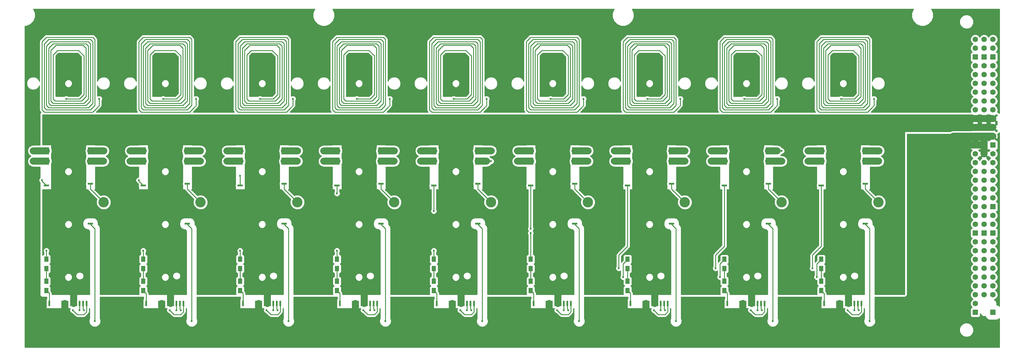
<source format=gbr>
G04 #@! TF.FileFunction,Copper,L1,Top,Signal*
%FSLAX46Y46*%
G04 Gerber Fmt 4.6, Leading zero omitted, Abs format (unit mm)*
G04 Created by KiCad (PCBNEW 4.0.7) date Tue Feb 20 14:11:54 2018*
%MOMM*%
%LPD*%
G01*
G04 APERTURE LIST*
%ADD10C,0.100000*%
%ADD11C,3.000000*%
%ADD12C,1.600000*%
%ADD13R,1.600000X1.600000*%
%ADD14R,2.032000X1.524000*%
%ADD15R,0.508000X1.524000*%
%ADD16R,1.524000X0.508000*%
%ADD17R,1.524000X2.032000*%
%ADD18R,1.300000X1.500000*%
%ADD19C,0.600000*%
%ADD20C,0.250000*%
%ADD21C,2.032000*%
%ADD22C,1.270000*%
%ADD23C,0.254000*%
G04 APERTURE END LIST*
D10*
D11*
X149860000Y-113030000D03*
X205740000Y-113030000D03*
X177800000Y-113030000D03*
X233680000Y-113030000D03*
X261620000Y-113030000D03*
X317500000Y-113030000D03*
X289560000Y-113030000D03*
X345440000Y-113030000D03*
X373380000Y-113030000D03*
D12*
X401320000Y-66040000D03*
X401320000Y-68580000D03*
D13*
X401320000Y-71120000D03*
D12*
X401320000Y-73660000D03*
X401320000Y-76200000D03*
X401320000Y-78740000D03*
X401320000Y-81280000D03*
X401320000Y-83820000D03*
X401320000Y-86360000D03*
X401320000Y-88900000D03*
X401320000Y-91440000D03*
X401320000Y-93980000D03*
D13*
X401320000Y-96520000D03*
D12*
X401320000Y-99060000D03*
X401320000Y-101600000D03*
X401320000Y-104140000D03*
X401320000Y-106680000D03*
X401320000Y-109220000D03*
X401320000Y-111760000D03*
X401320000Y-114300000D03*
X401320000Y-116840000D03*
X401320000Y-119380000D03*
D13*
X401320000Y-121920000D03*
D12*
X401320000Y-124460000D03*
X401320000Y-127000000D03*
X401320000Y-129540000D03*
X401320000Y-132080000D03*
X401320000Y-134620000D03*
X401320000Y-137160000D03*
X401320000Y-139700000D03*
X401320000Y-142240000D03*
D13*
X401320000Y-144780000D03*
D12*
X403860000Y-66040000D03*
X403860000Y-68580000D03*
D13*
X403860000Y-71120000D03*
D12*
X403860000Y-73660000D03*
X403860000Y-76200000D03*
X403860000Y-78740000D03*
X403860000Y-81280000D03*
X403860000Y-83820000D03*
X403860000Y-86360000D03*
X403860000Y-88900000D03*
X403860000Y-91440000D03*
X403860000Y-93980000D03*
D13*
X403860000Y-96520000D03*
D12*
X403860000Y-99060000D03*
X403860000Y-101600000D03*
X403860000Y-104140000D03*
X403860000Y-106680000D03*
X403860000Y-109220000D03*
X403860000Y-111760000D03*
X403860000Y-114300000D03*
X403860000Y-116840000D03*
X403860000Y-119380000D03*
D13*
X403860000Y-121920000D03*
D12*
X403860000Y-124460000D03*
X403860000Y-127000000D03*
X403860000Y-129540000D03*
X403860000Y-132080000D03*
X403860000Y-134620000D03*
X403860000Y-137160000D03*
X403860000Y-139700000D03*
X406400000Y-66040000D03*
X406400000Y-68580000D03*
D13*
X406400000Y-71120000D03*
D12*
X406400000Y-73660000D03*
X406400000Y-76200000D03*
X406400000Y-78740000D03*
X406400000Y-81280000D03*
X406400000Y-83820000D03*
X406400000Y-86360000D03*
X406400000Y-88900000D03*
X406400000Y-91440000D03*
X406400000Y-93980000D03*
D13*
X406400000Y-96520000D03*
D12*
X406400000Y-99060000D03*
X406400000Y-101600000D03*
X406400000Y-104140000D03*
X406400000Y-106680000D03*
X406400000Y-109220000D03*
X406400000Y-111760000D03*
D13*
X406400000Y-114300000D03*
D12*
X406400000Y-116840000D03*
X406400000Y-119380000D03*
D13*
X406400000Y-121920000D03*
D12*
X406400000Y-124460000D03*
X406400000Y-127000000D03*
X406400000Y-129540000D03*
X406400000Y-132080000D03*
X406400000Y-134620000D03*
X406400000Y-137160000D03*
X406400000Y-139700000D03*
D13*
X406400000Y-144780000D03*
D14*
X141200000Y-142240000D03*
X138700000Y-142240000D03*
D15*
X144950000Y-142240000D03*
D16*
X146050000Y-119200000D03*
D15*
X142950000Y-142240000D03*
X143950000Y-142240000D03*
D17*
X133350000Y-101200000D03*
X146050000Y-101200000D03*
X133350000Y-98200000D03*
X146050000Y-98200000D03*
D15*
X134200000Y-142240000D03*
D16*
X133350000Y-108200000D03*
X146050000Y-107700000D03*
D14*
X169140000Y-142240000D03*
X166640000Y-142240000D03*
D15*
X172890000Y-142240000D03*
D16*
X173990000Y-119200000D03*
D15*
X170890000Y-142240000D03*
X171890000Y-142240000D03*
D17*
X161290000Y-101200000D03*
X173990000Y-101200000D03*
X161290000Y-98200000D03*
X173990000Y-98200000D03*
D15*
X162140000Y-142240000D03*
D16*
X161290000Y-108200000D03*
X173990000Y-107700000D03*
D14*
X197080000Y-142240000D03*
X194580000Y-142240000D03*
D15*
X200830000Y-142240000D03*
D16*
X201930000Y-119200000D03*
D15*
X198830000Y-142240000D03*
X199830000Y-142240000D03*
D17*
X189230000Y-101200000D03*
X201930000Y-101200000D03*
X189230000Y-98200000D03*
X201930000Y-98200000D03*
D15*
X190080000Y-142240000D03*
D16*
X189230000Y-108200000D03*
X201930000Y-107700000D03*
D14*
X225020000Y-142240000D03*
X222520000Y-142240000D03*
D15*
X228770000Y-142240000D03*
D16*
X229870000Y-119200000D03*
D15*
X226770000Y-142240000D03*
X227770000Y-142240000D03*
D17*
X217170000Y-101200000D03*
X229870000Y-101200000D03*
X217170000Y-98200000D03*
X229870000Y-98200000D03*
D15*
X218020000Y-142240000D03*
D16*
X217170000Y-108200000D03*
X229870000Y-107700000D03*
D14*
X252960000Y-142240000D03*
X250460000Y-142240000D03*
D15*
X256710000Y-142240000D03*
D16*
X257810000Y-119200000D03*
D15*
X254710000Y-142240000D03*
X255710000Y-142240000D03*
D17*
X245110000Y-101200000D03*
X257810000Y-101200000D03*
X245110000Y-98200000D03*
X257810000Y-98200000D03*
D15*
X245960000Y-142240000D03*
D16*
X245110000Y-108200000D03*
X257810000Y-107700000D03*
D14*
X280900000Y-142240000D03*
X278400000Y-142240000D03*
D15*
X284650000Y-142240000D03*
D16*
X285750000Y-119200000D03*
D15*
X282650000Y-142240000D03*
X283650000Y-142240000D03*
D17*
X273050000Y-101200000D03*
X285750000Y-101200000D03*
X273050000Y-98200000D03*
X285750000Y-98200000D03*
D15*
X273900000Y-142240000D03*
D16*
X273050000Y-108200000D03*
X285750000Y-107700000D03*
D14*
X308840000Y-142240000D03*
X306340000Y-142240000D03*
D15*
X312590000Y-142240000D03*
D16*
X313690000Y-119200000D03*
D15*
X310590000Y-142240000D03*
X311590000Y-142240000D03*
D17*
X300990000Y-101200000D03*
X313690000Y-101200000D03*
X300990000Y-98200000D03*
X313690000Y-98200000D03*
D15*
X301840000Y-142240000D03*
D16*
X300990000Y-108200000D03*
X313690000Y-107700000D03*
D14*
X336780000Y-142240000D03*
X334280000Y-142240000D03*
D15*
X340530000Y-142240000D03*
D16*
X341630000Y-119200000D03*
D15*
X338530000Y-142240000D03*
X339530000Y-142240000D03*
D17*
X328930000Y-101200000D03*
X341630000Y-101200000D03*
X328930000Y-98200000D03*
X341630000Y-98200000D03*
D15*
X329780000Y-142240000D03*
D16*
X328930000Y-108200000D03*
X341630000Y-107700000D03*
D14*
X364720000Y-142240000D03*
X362220000Y-142240000D03*
D15*
X368470000Y-142240000D03*
D16*
X369570000Y-119200000D03*
D15*
X366470000Y-142240000D03*
X367470000Y-142240000D03*
D17*
X356870000Y-101200000D03*
X369570000Y-101200000D03*
X356870000Y-98200000D03*
X369570000Y-98200000D03*
D15*
X357720000Y-142240000D03*
D16*
X356870000Y-108200000D03*
X369570000Y-107700000D03*
D18*
X133350000Y-135810000D03*
X133350000Y-138510000D03*
X189230000Y-135810000D03*
X189230000Y-138510000D03*
X161290000Y-135810000D03*
X161290000Y-138510000D03*
X217170000Y-135810000D03*
X217170000Y-138510000D03*
X245110000Y-135810000D03*
X245110000Y-138510000D03*
X300990000Y-135810000D03*
X300990000Y-138510000D03*
X273050000Y-135810000D03*
X273050000Y-138510000D03*
X328930000Y-135810000D03*
X328930000Y-138510000D03*
X356870000Y-135810000D03*
X356870000Y-138510000D03*
X133350000Y-129460000D03*
X133350000Y-132160000D03*
X161290000Y-129460000D03*
X161290000Y-132160000D03*
X189230000Y-129460000D03*
X189230000Y-132160000D03*
X217170000Y-129460000D03*
X217170000Y-132160000D03*
X245110000Y-129460000D03*
X245110000Y-132160000D03*
X273050000Y-129460000D03*
X273050000Y-132160000D03*
X300990000Y-129460000D03*
X300990000Y-132160000D03*
X328930000Y-129460000D03*
X328930000Y-132160000D03*
X356870000Y-129460000D03*
X356870000Y-132160000D03*
D19*
X133350000Y-127000000D03*
X132080000Y-106680000D03*
X142875000Y-144145000D03*
X144145000Y-144145000D03*
X148590000Y-101200000D03*
X129540000Y-101200000D03*
X130810000Y-101200000D03*
X149860000Y-101200000D03*
X130810000Y-98200000D03*
X148590000Y-98200000D03*
X149919759Y-98200000D03*
X129540000Y-98200000D03*
X170815000Y-144145000D03*
X172085000Y-144145000D03*
X198755000Y-144145000D03*
X200025000Y-144145000D03*
X158750000Y-98200000D03*
X176530000Y-98200000D03*
X157480000Y-98200000D03*
X177800000Y-98200000D03*
X176530000Y-101200000D03*
X177800000Y-101200000D03*
X158750000Y-101200000D03*
X157480000Y-101200000D03*
X161290000Y-127000000D03*
X160020000Y-106680000D03*
X204470000Y-98200000D03*
X186690000Y-98200000D03*
X185420000Y-98200000D03*
X205799759Y-98200000D03*
X205740000Y-101200000D03*
X204529759Y-101200000D03*
X186690000Y-101200000D03*
X185420000Y-101200000D03*
X189230000Y-127000000D03*
X189230000Y-105410000D03*
X167640000Y-73660000D03*
X195580000Y-73660000D03*
X223520000Y-73660000D03*
X251460000Y-73660000D03*
X279400000Y-73660000D03*
X307340000Y-73660000D03*
X170180000Y-71120000D03*
X198120000Y-71120000D03*
X226060000Y-71120000D03*
X254000000Y-71120000D03*
X281940000Y-71120000D03*
X309880000Y-71120000D03*
X167640000Y-71120000D03*
X195580000Y-71120000D03*
X223520000Y-71120000D03*
X251460000Y-71120000D03*
X279400000Y-71120000D03*
X307340000Y-71120000D03*
X165100000Y-71120000D03*
X193040000Y-71120000D03*
X220980000Y-71120000D03*
X248920000Y-71120000D03*
X276860000Y-71120000D03*
X304800000Y-71120000D03*
X170180000Y-73660000D03*
X198120000Y-73660000D03*
X226060000Y-73660000D03*
X254000000Y-73660000D03*
X281940000Y-73660000D03*
X309880000Y-73660000D03*
X165100000Y-73660000D03*
X193040000Y-73660000D03*
X220980000Y-73660000D03*
X248920000Y-73660000D03*
X276860000Y-73660000D03*
X304800000Y-73660000D03*
X170180000Y-76200000D03*
X198120000Y-76200000D03*
X226060000Y-76200000D03*
X254000000Y-76200000D03*
X281940000Y-76200000D03*
X309880000Y-76200000D03*
X167640000Y-76200000D03*
X195580000Y-76200000D03*
X223520000Y-76200000D03*
X251460000Y-76200000D03*
X279400000Y-76200000D03*
X307340000Y-76200000D03*
X165100000Y-76200000D03*
X193040000Y-76200000D03*
X220980000Y-76200000D03*
X248920000Y-76200000D03*
X276860000Y-76200000D03*
X304800000Y-76200000D03*
X170180000Y-78740000D03*
X198120000Y-78740000D03*
X226060000Y-78740000D03*
X254000000Y-78740000D03*
X281940000Y-78740000D03*
X309880000Y-78740000D03*
X165100000Y-78740000D03*
X193040000Y-78740000D03*
X220980000Y-78740000D03*
X248920000Y-78740000D03*
X276860000Y-78740000D03*
X304800000Y-78740000D03*
X170180000Y-81280000D03*
X198120000Y-81280000D03*
X226060000Y-81280000D03*
X254000000Y-81280000D03*
X281940000Y-81280000D03*
X309880000Y-81280000D03*
X167640000Y-81280000D03*
X195580000Y-81280000D03*
X223520000Y-81280000D03*
X251460000Y-81280000D03*
X279400000Y-81280000D03*
X307340000Y-81280000D03*
X165100000Y-81280000D03*
X193040000Y-81280000D03*
X220980000Y-81280000D03*
X248920000Y-81280000D03*
X276860000Y-81280000D03*
X304800000Y-81280000D03*
X139700000Y-73660000D03*
X142240000Y-71120000D03*
X139700000Y-71120000D03*
X137160000Y-71120000D03*
X142240000Y-73660000D03*
X137160000Y-73660000D03*
X142240000Y-76200000D03*
X139700000Y-76200000D03*
X137160000Y-76200000D03*
X142240000Y-78740000D03*
X137160000Y-78740000D03*
X142240000Y-81280000D03*
X139700000Y-81280000D03*
X137160000Y-81280000D03*
X335280000Y-73660000D03*
X337820000Y-71120000D03*
X335280000Y-71120000D03*
X332740000Y-71120000D03*
X337820000Y-73660000D03*
X332740000Y-73660000D03*
X337820000Y-76200000D03*
X335280000Y-76200000D03*
X332740000Y-76200000D03*
X337820000Y-78740000D03*
X332740000Y-78740000D03*
X337820000Y-81280000D03*
X335280000Y-81280000D03*
X332740000Y-81280000D03*
X363220000Y-76200000D03*
X363220000Y-73660000D03*
X363220000Y-71120000D03*
X360680000Y-71120000D03*
X360680000Y-73660000D03*
X360680000Y-76200000D03*
X360680000Y-78740000D03*
X360680000Y-81280000D03*
X363220000Y-81280000D03*
X365760000Y-81280000D03*
X365760000Y-78740000D03*
X365760000Y-76200000D03*
X365760000Y-73660000D03*
X365760000Y-71120000D03*
X363220000Y-71120000D03*
X214630000Y-98200000D03*
X232410000Y-98200000D03*
X213360000Y-98200000D03*
X233739759Y-98200000D03*
X232410000Y-101200000D03*
X214630000Y-101200000D03*
X233680000Y-101200000D03*
X213360000Y-101200000D03*
X242570000Y-98200000D03*
X260350000Y-98200000D03*
X241300000Y-98200000D03*
X261679759Y-98200000D03*
X242570000Y-101200000D03*
X260350000Y-101200000D03*
X261620000Y-101200000D03*
X241300000Y-101200000D03*
X270510000Y-98200000D03*
X288290000Y-98200000D03*
X269240000Y-98200000D03*
X289619759Y-98200000D03*
X289560000Y-101200000D03*
X288290000Y-101200000D03*
X270510000Y-101200000D03*
X269240000Y-101200000D03*
X298450000Y-98200000D03*
X316230000Y-98200000D03*
X297180000Y-98200000D03*
X317559759Y-98200000D03*
X316230000Y-101200000D03*
X298450000Y-101200000D03*
X317559759Y-101200000D03*
X297180000Y-101200000D03*
X344170000Y-98200000D03*
X326390000Y-98200000D03*
X325120000Y-98200000D03*
X345440000Y-98200000D03*
X325120000Y-101200000D03*
X344170000Y-101200000D03*
X345440000Y-101200000D03*
X326390000Y-101200000D03*
X354330000Y-98200000D03*
X372110000Y-98200000D03*
X353060000Y-98200000D03*
X373439759Y-98200000D03*
X372110000Y-101200000D03*
X354330000Y-101200000D03*
X373439759Y-101200000D03*
X353060000Y-101200000D03*
X175260000Y-147320000D03*
X203200000Y-147320000D03*
X231140000Y-147320000D03*
X259080000Y-147320000D03*
X287020000Y-147320000D03*
X314960000Y-147320000D03*
X342900000Y-147320000D03*
X370840000Y-147320000D03*
X147320000Y-147320000D03*
X140970000Y-144145000D03*
X168910000Y-144145000D03*
X196850000Y-144145000D03*
X224790000Y-144145000D03*
X252730000Y-144145000D03*
X280670000Y-144145000D03*
X308610000Y-144145000D03*
X336550000Y-144145000D03*
X364490000Y-144145000D03*
X217170000Y-127000000D03*
X245110000Y-127000000D03*
X273050000Y-121920000D03*
X299720000Y-134620000D03*
X327660000Y-134620000D03*
X355600000Y-134620000D03*
X217170000Y-110490000D03*
X273050000Y-120650000D03*
X245110000Y-115570000D03*
X326390000Y-132080000D03*
X298450000Y-132080000D03*
X354330000Y-132080000D03*
X226695000Y-144145000D03*
X227965000Y-144145000D03*
X254635000Y-144145000D03*
X255905000Y-144145000D03*
X282575000Y-144145000D03*
X283845000Y-144145000D03*
X310515000Y-144145000D03*
X311785000Y-144145000D03*
X338455000Y-144145000D03*
X339725000Y-144145000D03*
X366395000Y-144145000D03*
X367665000Y-144145000D03*
X139065000Y-83185000D03*
X167005000Y-83185000D03*
X194945000Y-83185000D03*
X222885000Y-83185000D03*
X250825000Y-83185000D03*
X278765000Y-83185000D03*
X306705000Y-83185000D03*
X334645000Y-83185000D03*
X362585000Y-83185000D03*
X148590000Y-83185000D03*
X176530000Y-83185000D03*
X204470000Y-83185000D03*
X232410000Y-83185000D03*
X260350000Y-83185000D03*
X288290000Y-83185000D03*
X316230000Y-83185000D03*
X344170000Y-83185000D03*
X372110000Y-83185000D03*
D20*
X133350000Y-129460000D02*
X133350000Y-127000000D01*
X132080000Y-106680000D02*
X132080000Y-106930000D01*
X132080000Y-106930000D02*
X133350000Y-108200000D01*
X142950000Y-144070000D02*
X142875000Y-144145000D01*
X142950000Y-142240000D02*
X142950000Y-144070000D01*
X143950000Y-142240000D02*
X143950000Y-143950000D01*
X143950000Y-143950000D02*
X144145000Y-144145000D01*
D21*
X149860000Y-101200000D02*
X146050000Y-101200000D01*
X133350000Y-101200000D02*
X129540000Y-101200000D01*
X146109759Y-98200000D02*
X149919759Y-98200000D01*
X133350000Y-98200000D02*
X129540000Y-98200000D01*
D20*
X146050000Y-107700000D02*
X146050000Y-109220000D01*
X146050000Y-109220000D02*
X149860000Y-113030000D01*
X170890000Y-144070000D02*
X170815000Y-144145000D01*
X170890000Y-142240000D02*
X170890000Y-144070000D01*
X171890000Y-142240000D02*
X171890000Y-143950000D01*
X171890000Y-143950000D02*
X172085000Y-144145000D01*
X198830000Y-144070000D02*
X198755000Y-144145000D01*
X198830000Y-142240000D02*
X198830000Y-144070000D01*
X199830000Y-142240000D02*
X199830000Y-143950000D01*
X199830000Y-143950000D02*
X200025000Y-144145000D01*
X173990000Y-107700000D02*
X173990000Y-109220000D01*
X173990000Y-109220000D02*
X177800000Y-113030000D01*
D21*
X176530000Y-98200000D02*
X173990000Y-98200000D01*
X177800000Y-98200000D02*
X176530000Y-98200000D01*
X161290000Y-98200000D02*
X157480000Y-98200000D01*
X176530000Y-101200000D02*
X173990000Y-101200000D01*
X177800000Y-101200000D02*
X176530000Y-101200000D01*
X161290000Y-101200000D02*
X157480000Y-101200000D01*
D20*
X161290000Y-129460000D02*
X161290000Y-127000000D01*
X160020000Y-106680000D02*
X160020000Y-106930000D01*
X160020000Y-106930000D02*
X161290000Y-108200000D01*
X201930000Y-107700000D02*
X201930000Y-109220000D01*
X201930000Y-109220000D02*
X205740000Y-113030000D01*
D21*
X204470000Y-98200000D02*
X205799759Y-98200000D01*
X201989759Y-98200000D02*
X204470000Y-98200000D01*
X186690000Y-98200000D02*
X185420000Y-98200000D01*
X189230000Y-98200000D02*
X186690000Y-98200000D01*
X204529759Y-101200000D02*
X201930000Y-101200000D01*
X204529759Y-101200000D02*
X205740000Y-101200000D01*
X189230000Y-101200000D02*
X185420000Y-101200000D01*
D20*
X189230000Y-129460000D02*
X189230000Y-127000000D01*
X189230000Y-105410000D02*
X189230000Y-106680000D01*
X189230000Y-106680000D02*
X189230000Y-108200000D01*
D21*
X163830000Y-134136000D02*
X163830000Y-96520000D01*
X191770000Y-134136000D02*
X191770000Y-96520000D01*
X219710000Y-134136000D02*
X219710000Y-96520000D01*
X247650000Y-134136000D02*
X247650000Y-96520000D01*
X275590000Y-134136000D02*
X275590000Y-96520000D01*
X303530000Y-134136000D02*
X303530000Y-96520000D01*
X331470000Y-134136000D02*
X331470000Y-96520000D01*
X169140000Y-139446000D02*
X163830000Y-134136000D01*
X197080000Y-139446000D02*
X191770000Y-134136000D01*
X225020000Y-139446000D02*
X219710000Y-134136000D01*
X252960000Y-139446000D02*
X247650000Y-134136000D01*
X280900000Y-139446000D02*
X275590000Y-134136000D01*
X308840000Y-139446000D02*
X303530000Y-134136000D01*
X336780000Y-139446000D02*
X331470000Y-134136000D01*
X169140000Y-142240000D02*
X169140000Y-139446000D01*
X197080000Y-142240000D02*
X197080000Y-139446000D01*
X225020000Y-142240000D02*
X225020000Y-139446000D01*
X252960000Y-142240000D02*
X252960000Y-139446000D01*
X280900000Y-142240000D02*
X280900000Y-139446000D01*
X308840000Y-142240000D02*
X308840000Y-139446000D01*
X336780000Y-142240000D02*
X336780000Y-139446000D01*
X359410000Y-134136000D02*
X359410000Y-96520000D01*
X364720000Y-142240000D02*
X364720000Y-139446000D01*
X364720000Y-139446000D02*
X359410000Y-134136000D01*
X406400000Y-91440000D02*
X394970000Y-91440000D01*
X406400000Y-88900000D02*
X394970000Y-88900000D01*
X135890000Y-134136000D02*
X135890000Y-96520000D01*
X141200000Y-139446000D02*
X135890000Y-134136000D01*
X141200000Y-142240000D02*
X141200000Y-139446000D01*
D22*
X167640000Y-71120000D02*
X167640000Y-73660000D01*
X195580000Y-71120000D02*
X195580000Y-73660000D01*
X223520000Y-71120000D02*
X223520000Y-73660000D01*
X251460000Y-71120000D02*
X251460000Y-73660000D01*
X279400000Y-71120000D02*
X279400000Y-73660000D01*
X307340000Y-71120000D02*
X307340000Y-73660000D01*
X165100000Y-71120000D02*
X167640000Y-71120000D01*
X193040000Y-71120000D02*
X195580000Y-71120000D01*
X220980000Y-71120000D02*
X223520000Y-71120000D01*
X248920000Y-71120000D02*
X251460000Y-71120000D01*
X276860000Y-71120000D02*
X279400000Y-71120000D01*
X304800000Y-71120000D02*
X307340000Y-71120000D01*
X167640000Y-71120000D02*
X170180000Y-71120000D01*
X195580000Y-71120000D02*
X198120000Y-71120000D01*
X223520000Y-71120000D02*
X226060000Y-71120000D01*
X251460000Y-71120000D02*
X254000000Y-71120000D01*
X279400000Y-71120000D02*
X281940000Y-71120000D01*
X307340000Y-71120000D02*
X309880000Y-71120000D01*
X165100000Y-76200000D02*
X165100000Y-73660000D01*
X193040000Y-76200000D02*
X193040000Y-73660000D01*
X220980000Y-76200000D02*
X220980000Y-73660000D01*
X248920000Y-76200000D02*
X248920000Y-73660000D01*
X276860000Y-76200000D02*
X276860000Y-73660000D01*
X304800000Y-76200000D02*
X304800000Y-73660000D01*
X167640000Y-76200000D02*
X170180000Y-76200000D01*
X195580000Y-76200000D02*
X198120000Y-76200000D01*
X223520000Y-76200000D02*
X226060000Y-76200000D01*
X251460000Y-76200000D02*
X254000000Y-76200000D01*
X279400000Y-76200000D02*
X281940000Y-76200000D01*
X307340000Y-76200000D02*
X309880000Y-76200000D01*
X167640000Y-76200000D02*
X165100000Y-76200000D01*
X195580000Y-76200000D02*
X193040000Y-76200000D01*
X223520000Y-76200000D02*
X220980000Y-76200000D01*
X251460000Y-76200000D02*
X248920000Y-76200000D01*
X279400000Y-76200000D02*
X276860000Y-76200000D01*
X307340000Y-76200000D02*
X304800000Y-76200000D01*
X170180000Y-76200000D02*
X170180000Y-78740000D01*
X198120000Y-76200000D02*
X198120000Y-78740000D01*
X226060000Y-76200000D02*
X226060000Y-78740000D01*
X254000000Y-76200000D02*
X254000000Y-78740000D01*
X281940000Y-76200000D02*
X281940000Y-78740000D01*
X309880000Y-76200000D02*
X309880000Y-78740000D01*
X165100000Y-81280000D02*
X165100000Y-78740000D01*
X193040000Y-81280000D02*
X193040000Y-78740000D01*
X220980000Y-81280000D02*
X220980000Y-78740000D01*
X248920000Y-81280000D02*
X248920000Y-78740000D01*
X276860000Y-81280000D02*
X276860000Y-78740000D01*
X304800000Y-81280000D02*
X304800000Y-78740000D01*
X170180000Y-81280000D02*
X167640000Y-81280000D01*
X198120000Y-81280000D02*
X195580000Y-81280000D01*
X226060000Y-81280000D02*
X223520000Y-81280000D01*
X254000000Y-81280000D02*
X251460000Y-81280000D01*
X281940000Y-81280000D02*
X279400000Y-81280000D01*
X309880000Y-81280000D02*
X307340000Y-81280000D01*
X139700000Y-71120000D02*
X139700000Y-73660000D01*
X137160000Y-71120000D02*
X139700000Y-71120000D01*
X139700000Y-71120000D02*
X142240000Y-71120000D01*
X137160000Y-76200000D02*
X137160000Y-73660000D01*
X139700000Y-76200000D02*
X142240000Y-76200000D01*
X139700000Y-76200000D02*
X137160000Y-76200000D01*
X142240000Y-76200000D02*
X142240000Y-78740000D01*
X137160000Y-81280000D02*
X137160000Y-78740000D01*
X142240000Y-81280000D02*
X139700000Y-81280000D01*
X335280000Y-71120000D02*
X335280000Y-73660000D01*
X332740000Y-71120000D02*
X335280000Y-71120000D01*
X335280000Y-71120000D02*
X337820000Y-71120000D01*
X332740000Y-76200000D02*
X332740000Y-73660000D01*
X335280000Y-76200000D02*
X337820000Y-76200000D01*
X335280000Y-76200000D02*
X332740000Y-76200000D01*
X337820000Y-76200000D02*
X337820000Y-78740000D01*
X332740000Y-81280000D02*
X332740000Y-78740000D01*
X337820000Y-81280000D02*
X335280000Y-81280000D01*
X363220000Y-76200000D02*
X365760000Y-76200000D01*
X363220000Y-76200000D02*
X360680000Y-76200000D01*
X363220000Y-71120000D02*
X363220000Y-73660000D01*
X360680000Y-71120000D02*
X363220000Y-71120000D01*
X360680000Y-76200000D02*
X360680000Y-73660000D01*
X360680000Y-81280000D02*
X360680000Y-78740000D01*
X365760000Y-81280000D02*
X363220000Y-81280000D01*
X365760000Y-76200000D02*
X365760000Y-78740000D01*
X363220000Y-71120000D02*
X365760000Y-71120000D01*
D21*
X362220000Y-142240000D02*
X362220000Y-144510000D01*
X334280000Y-142240000D02*
X334280000Y-144510000D01*
X306340000Y-142240000D02*
X306340000Y-144510000D01*
X278400000Y-142240000D02*
X278400000Y-144510000D01*
X250460000Y-142240000D02*
X250460000Y-144510000D01*
X222520000Y-142240000D02*
X222520000Y-144510000D01*
X194580000Y-142240000D02*
X194580000Y-144510000D01*
X166640000Y-142240000D02*
X166640000Y-144510000D01*
X138700000Y-142240000D02*
X138700000Y-144510000D01*
X401320000Y-93980000D02*
X394970000Y-93980000D01*
X403860000Y-96520000D02*
X401320000Y-96520000D01*
X401320000Y-96520000D02*
X394970000Y-96520000D01*
X401320000Y-93980000D02*
X401320000Y-96520000D01*
X406400000Y-93980000D02*
X401320000Y-93980000D01*
X403860000Y-96520000D02*
X403860000Y-93980000D01*
X403860000Y-99060000D02*
X403860000Y-96520000D01*
X214630000Y-98200000D02*
X213360000Y-98200000D01*
X217170000Y-98200000D02*
X214630000Y-98200000D01*
X232410000Y-98200000D02*
X233739759Y-98200000D01*
X229929759Y-98200000D02*
X232410000Y-98200000D01*
X232410000Y-101200000D02*
X229870000Y-101200000D01*
X233680000Y-101200000D02*
X232410000Y-101200000D01*
X214630000Y-101200000D02*
X213360000Y-101200000D01*
X217170000Y-101200000D02*
X214630000Y-101200000D01*
X242570000Y-98200000D02*
X241300000Y-98200000D01*
X245110000Y-98200000D02*
X242570000Y-98200000D01*
X260350000Y-98200000D02*
X261679759Y-98200000D01*
X257869759Y-98200000D02*
X260350000Y-98200000D01*
X257869759Y-101200000D02*
X260350000Y-101200000D01*
X242570000Y-101200000D02*
X241300000Y-101200000D01*
X245110000Y-101200000D02*
X242570000Y-101200000D01*
X270510000Y-98200000D02*
X269240000Y-98200000D01*
X273050000Y-98200000D02*
X270510000Y-98200000D01*
X288290000Y-98200000D02*
X289619759Y-98200000D01*
X285809759Y-98200000D02*
X288290000Y-98200000D01*
X289560000Y-101200000D02*
X285750000Y-101200000D01*
X288290000Y-101200000D02*
X289560000Y-101200000D01*
X273050000Y-101200000D02*
X269240000Y-101200000D01*
X298450000Y-98200000D02*
X297180000Y-98200000D01*
X300990000Y-98200000D02*
X298450000Y-98200000D01*
X316230000Y-98200000D02*
X317559759Y-98200000D01*
X313749759Y-98200000D02*
X316230000Y-98200000D01*
X300990000Y-101200000D02*
X298450000Y-101200000D01*
X298450000Y-101200000D02*
X297180000Y-101200000D01*
X313749759Y-101200000D02*
X317559759Y-101200000D01*
X326390000Y-98200000D02*
X325120000Y-98200000D01*
X344170000Y-98200000D02*
X341630000Y-98200000D01*
X326390000Y-98200000D02*
X328930000Y-98200000D01*
X326390000Y-101200000D02*
X325120000Y-101200000D01*
X344170000Y-101200000D02*
X345499759Y-101200000D01*
X341689759Y-101200000D02*
X344170000Y-101200000D01*
X328930000Y-101200000D02*
X326390000Y-101200000D01*
X369629759Y-98200000D02*
X372110000Y-98200000D01*
X356870000Y-98200000D02*
X353060000Y-98200000D01*
X372110000Y-98200000D02*
X373553001Y-98200000D01*
X373553001Y-98200000D02*
X373439759Y-98200000D01*
X372110000Y-101200000D02*
X373439759Y-101200000D01*
X369629759Y-101200000D02*
X372110000Y-101200000D01*
X354330000Y-101200000D02*
X353060000Y-101200000D01*
X356870000Y-101200000D02*
X354330000Y-101200000D01*
D20*
X175260000Y-144780000D02*
X175260000Y-147320000D01*
X203200000Y-144780000D02*
X203200000Y-147320000D01*
X231140000Y-144780000D02*
X231140000Y-147320000D01*
X259080000Y-144780000D02*
X259080000Y-147320000D01*
X287020000Y-144780000D02*
X287020000Y-147320000D01*
X314960000Y-144780000D02*
X314960000Y-147320000D01*
X342900000Y-144780000D02*
X342900000Y-147320000D01*
X370840000Y-144780000D02*
X370840000Y-147320000D01*
X147320000Y-147320000D02*
X147320000Y-120650000D01*
X147320000Y-120650000D02*
X146050000Y-119380000D01*
X370840000Y-144780000D02*
X370840000Y-120650000D01*
X342900000Y-144780000D02*
X342900000Y-120650000D01*
X314960000Y-144780000D02*
X314960000Y-120650000D01*
X287020000Y-144780000D02*
X287020000Y-120650000D01*
X231140000Y-144780000D02*
X231140000Y-120650000D01*
X203200000Y-144780000D02*
X203200000Y-120650000D01*
X175260000Y-144780000D02*
X175260000Y-120650000D01*
X370840000Y-120650000D02*
X369570000Y-119380000D01*
X342900000Y-120650000D02*
X341630000Y-119380000D01*
X314960000Y-120650000D02*
X313690000Y-119380000D01*
X287020000Y-120650000D02*
X285750000Y-119380000D01*
X231140000Y-120650000D02*
X229870000Y-119380000D01*
X203200000Y-120650000D02*
X201930000Y-119380000D01*
X175260000Y-120650000D02*
X173990000Y-119380000D01*
X259080000Y-144780000D02*
X259080000Y-120650000D01*
X259080000Y-120650000D02*
X257810000Y-119380000D01*
X142240000Y-145415000D02*
X140970000Y-144145000D01*
X170180000Y-145415000D02*
X168910000Y-144145000D01*
X198120000Y-145415000D02*
X196850000Y-144145000D01*
X226060000Y-145415000D02*
X224790000Y-144145000D01*
X254000000Y-145415000D02*
X252730000Y-144145000D01*
X281940000Y-145415000D02*
X280670000Y-144145000D01*
X309880000Y-145415000D02*
X308610000Y-144145000D01*
X337820000Y-145415000D02*
X336550000Y-144145000D01*
X144145000Y-145415000D02*
X142240000Y-145415000D01*
X172085000Y-145415000D02*
X170180000Y-145415000D01*
X200025000Y-145415000D02*
X198120000Y-145415000D01*
X227965000Y-145415000D02*
X226060000Y-145415000D01*
X255905000Y-145415000D02*
X254000000Y-145415000D01*
X283845000Y-145415000D02*
X281940000Y-145415000D01*
X311785000Y-145415000D02*
X309880000Y-145415000D01*
X339725000Y-145415000D02*
X337820000Y-145415000D01*
X144950000Y-144610000D02*
X144145000Y-145415000D01*
X172890000Y-144610000D02*
X172085000Y-145415000D01*
X200830000Y-144610000D02*
X200025000Y-145415000D01*
X228770000Y-144610000D02*
X227965000Y-145415000D01*
X256710000Y-144610000D02*
X255905000Y-145415000D01*
X284650000Y-144610000D02*
X283845000Y-145415000D01*
X312590000Y-144610000D02*
X311785000Y-145415000D01*
X340530000Y-144610000D02*
X339725000Y-145415000D01*
X144950000Y-142240000D02*
X144950000Y-144610000D01*
X172890000Y-142240000D02*
X172890000Y-144610000D01*
X200830000Y-142240000D02*
X200830000Y-144610000D01*
X228770000Y-142240000D02*
X228770000Y-144610000D01*
X256710000Y-142240000D02*
X256710000Y-144610000D01*
X284650000Y-142240000D02*
X284650000Y-144610000D01*
X312590000Y-142240000D02*
X312590000Y-144610000D01*
X340530000Y-142240000D02*
X340530000Y-144610000D01*
X368470000Y-142240000D02*
X368470000Y-144610000D01*
X368470000Y-144610000D02*
X367665000Y-145415000D01*
X367665000Y-145415000D02*
X365760000Y-145415000D01*
X365760000Y-145415000D02*
X364490000Y-144145000D01*
X256710000Y-142240000D02*
X256710000Y-143513000D01*
X228770000Y-142240000D02*
X228770000Y-143513000D01*
X144950000Y-142240000D02*
X144950000Y-143513000D01*
X172890000Y-142240000D02*
X172890000Y-143513000D01*
X368470000Y-142240000D02*
X368470000Y-142583000D01*
X217170000Y-129460000D02*
X217170000Y-127000000D01*
X245110000Y-129460000D02*
X245110000Y-127000000D01*
X273050000Y-129460000D02*
X273050000Y-121920000D01*
X299740000Y-130810000D02*
X299740000Y-134600000D01*
X299740000Y-134600000D02*
X299720000Y-134620000D01*
X300990000Y-129460000D02*
X300990000Y-129560000D01*
X300990000Y-129560000D02*
X299740000Y-130810000D01*
X327680000Y-130810000D02*
X327680000Y-134600000D01*
X327680000Y-134600000D02*
X327660000Y-134620000D01*
X328930000Y-129460000D02*
X328930000Y-129560000D01*
X328930000Y-129560000D02*
X327680000Y-130810000D01*
X328930000Y-129460000D02*
X328930000Y-129540000D01*
X356870000Y-129460000D02*
X356870000Y-129560000D01*
X356870000Y-129560000D02*
X355600000Y-130830000D01*
X355600000Y-130830000D02*
X355600000Y-134620000D01*
X217170000Y-110490000D02*
X217170000Y-108200000D01*
X273050000Y-109220000D02*
X273050000Y-120650000D01*
X273050000Y-108200000D02*
X273050000Y-109220000D01*
X245110000Y-108200000D02*
X245110000Y-115570000D01*
X326390000Y-128270000D02*
X326390000Y-132080000D01*
X328930000Y-125730000D02*
X328930000Y-113030000D01*
X328930000Y-125730000D02*
X326390000Y-128270000D01*
X328930000Y-113030000D02*
X328930000Y-108200000D01*
X298450000Y-128270000D02*
X298450000Y-132080000D01*
X300990000Y-125730000D02*
X298450000Y-128270000D01*
X300990000Y-108200000D02*
X300990000Y-125730000D01*
X354330000Y-128270000D02*
X354330000Y-132080000D01*
X356870000Y-115570000D02*
X356870000Y-125730000D01*
X356870000Y-125730000D02*
X354330000Y-128270000D01*
X356870000Y-115570000D02*
X356870000Y-108200000D01*
X226770000Y-144070000D02*
X226695000Y-144145000D01*
X226770000Y-142240000D02*
X226770000Y-144070000D01*
X227770000Y-142240000D02*
X227770000Y-143950000D01*
X227770000Y-143950000D02*
X227965000Y-144145000D01*
X254710000Y-144070000D02*
X254635000Y-144145000D01*
X254710000Y-142240000D02*
X254710000Y-144070000D01*
X255710000Y-142240000D02*
X255710000Y-143950000D01*
X255710000Y-143950000D02*
X255905000Y-144145000D01*
X282650000Y-144070000D02*
X282575000Y-144145000D01*
X282650000Y-142240000D02*
X282650000Y-144070000D01*
X283650000Y-142240000D02*
X283650000Y-143950000D01*
X283650000Y-143950000D02*
X283845000Y-144145000D01*
X310590000Y-144070000D02*
X310515000Y-144145000D01*
X310590000Y-142240000D02*
X310590000Y-144070000D01*
X311590000Y-142240000D02*
X311590000Y-143950000D01*
X311590000Y-143950000D02*
X311785000Y-144145000D01*
X338530000Y-144070000D02*
X338455000Y-144145000D01*
X338530000Y-142240000D02*
X338530000Y-144070000D01*
X339530000Y-142240000D02*
X339530000Y-143950000D01*
X339530000Y-143950000D02*
X339725000Y-144145000D01*
X366470000Y-142240000D02*
X366470000Y-144070000D01*
X366470000Y-144070000D02*
X366395000Y-144145000D01*
X367470000Y-142240000D02*
X367470000Y-143950000D01*
X367470000Y-143950000D02*
X367665000Y-144145000D01*
X367470000Y-142240000D02*
X367470000Y-141732000D01*
X229870000Y-107700000D02*
X229870000Y-109220000D01*
X229870000Y-109220000D02*
X233680000Y-113030000D01*
X257810000Y-107700000D02*
X257810000Y-109220000D01*
X257810000Y-109220000D02*
X261620000Y-113030000D01*
X313690000Y-107700000D02*
X313690000Y-109220000D01*
X313690000Y-109220000D02*
X317500000Y-113030000D01*
X285750000Y-107700000D02*
X285750000Y-109220000D01*
X285750000Y-109220000D02*
X289560000Y-113030000D01*
X341630000Y-107700000D02*
X341630000Y-109220000D01*
X341630000Y-109220000D02*
X345440000Y-113030000D01*
X369570000Y-107700000D02*
X369570000Y-109220000D01*
X369570000Y-109220000D02*
X373380000Y-113030000D01*
X134200000Y-139280000D02*
X133350000Y-138430000D01*
X134200000Y-142240000D02*
X134200000Y-139280000D01*
X135890000Y-83820000D02*
X143510000Y-83820000D01*
X163830000Y-83820000D02*
X171450000Y-83820000D01*
X191770000Y-83820000D02*
X199390000Y-83820000D01*
X219710000Y-83820000D02*
X227330000Y-83820000D01*
X247650000Y-83820000D02*
X255270000Y-83820000D01*
X275590000Y-83820000D02*
X283210000Y-83820000D01*
X303530000Y-83820000D02*
X311150000Y-83820000D01*
X331470000Y-83820000D02*
X339090000Y-83820000D01*
X134620000Y-83820000D02*
X135255000Y-84455000D01*
X162560000Y-83820000D02*
X163195000Y-84455000D01*
X190500000Y-83820000D02*
X191135000Y-84455000D01*
X218440000Y-83820000D02*
X219075000Y-84455000D01*
X246380000Y-83820000D02*
X247015000Y-84455000D01*
X274320000Y-83820000D02*
X274955000Y-84455000D01*
X302260000Y-83820000D02*
X302895000Y-84455000D01*
X330200000Y-83820000D02*
X330835000Y-84455000D01*
X134620000Y-85090000D02*
X144780000Y-85090000D01*
X162560000Y-85090000D02*
X172720000Y-85090000D01*
X190500000Y-85090000D02*
X200660000Y-85090000D01*
X218440000Y-85090000D02*
X228600000Y-85090000D01*
X246380000Y-85090000D02*
X256540000Y-85090000D01*
X274320000Y-85090000D02*
X284480000Y-85090000D01*
X302260000Y-85090000D02*
X312420000Y-85090000D01*
X330200000Y-85090000D02*
X340360000Y-85090000D01*
X133985000Y-84455000D02*
X134620000Y-85090000D01*
X161925000Y-84455000D02*
X162560000Y-85090000D01*
X189865000Y-84455000D02*
X190500000Y-85090000D01*
X217805000Y-84455000D02*
X218440000Y-85090000D01*
X245745000Y-84455000D02*
X246380000Y-85090000D01*
X273685000Y-84455000D02*
X274320000Y-85090000D01*
X301625000Y-84455000D02*
X302260000Y-85090000D01*
X329565000Y-84455000D02*
X330200000Y-85090000D01*
X135255000Y-84455000D02*
X144145000Y-84455000D01*
X163195000Y-84455000D02*
X172085000Y-84455000D01*
X191135000Y-84455000D02*
X200025000Y-84455000D01*
X219075000Y-84455000D02*
X227965000Y-84455000D01*
X247015000Y-84455000D02*
X255905000Y-84455000D01*
X274955000Y-84455000D02*
X283845000Y-84455000D01*
X302895000Y-84455000D02*
X311785000Y-84455000D01*
X330835000Y-84455000D02*
X339725000Y-84455000D01*
X133350000Y-85090000D02*
X133985000Y-85725000D01*
X161290000Y-85090000D02*
X161925000Y-85725000D01*
X189230000Y-85090000D02*
X189865000Y-85725000D01*
X217170000Y-85090000D02*
X217805000Y-85725000D01*
X245110000Y-85090000D02*
X245745000Y-85725000D01*
X273050000Y-85090000D02*
X273685000Y-85725000D01*
X300990000Y-85090000D02*
X301625000Y-85725000D01*
X328930000Y-85090000D02*
X329565000Y-85725000D01*
X133985000Y-85725000D02*
X143577842Y-85725000D01*
X161925000Y-85725000D02*
X171517842Y-85725000D01*
X189865000Y-85725000D02*
X199457842Y-85725000D01*
X217805000Y-85725000D02*
X227397842Y-85725000D01*
X245745000Y-85725000D02*
X255337842Y-85725000D01*
X273685000Y-85725000D02*
X283277842Y-85725000D01*
X301625000Y-85725000D02*
X311217842Y-85725000D01*
X329565000Y-85725000D02*
X339157842Y-85725000D01*
X143510000Y-83820000D02*
X144780000Y-82550000D01*
X171450000Y-83820000D02*
X172720000Y-82550000D01*
X199390000Y-83820000D02*
X200660000Y-82550000D01*
X227330000Y-83820000D02*
X228600000Y-82550000D01*
X255270000Y-83820000D02*
X256540000Y-82550000D01*
X283210000Y-83820000D02*
X284480000Y-82550000D01*
X311150000Y-83820000D02*
X312420000Y-82550000D01*
X339090000Y-83820000D02*
X340360000Y-82550000D01*
X145415000Y-85725000D02*
X146685000Y-84455000D01*
X173355000Y-85725000D02*
X174625000Y-84455000D01*
X201295000Y-85725000D02*
X202565000Y-84455000D01*
X229235000Y-85725000D02*
X230505000Y-84455000D01*
X257175000Y-85725000D02*
X258445000Y-84455000D01*
X285115000Y-85725000D02*
X286385000Y-84455000D01*
X313055000Y-85725000D02*
X314325000Y-84455000D01*
X340995000Y-85725000D02*
X342265000Y-84455000D01*
X143577842Y-85725000D02*
X145415000Y-85725000D01*
X171517842Y-85725000D02*
X173355000Y-85725000D01*
X199457842Y-85725000D02*
X201295000Y-85725000D01*
X227397842Y-85725000D02*
X229235000Y-85725000D01*
X255337842Y-85725000D02*
X257175000Y-85725000D01*
X283277842Y-85725000D02*
X285115000Y-85725000D01*
X311217842Y-85725000D02*
X313055000Y-85725000D01*
X339157842Y-85725000D02*
X340995000Y-85725000D01*
X144780000Y-85090000D02*
X146050000Y-83820000D01*
X172720000Y-85090000D02*
X173990000Y-83820000D01*
X200660000Y-85090000D02*
X201930000Y-83820000D01*
X228600000Y-85090000D02*
X229870000Y-83820000D01*
X256540000Y-85090000D02*
X257810000Y-83820000D01*
X284480000Y-85090000D02*
X285750000Y-83820000D01*
X312420000Y-85090000D02*
X313690000Y-83820000D01*
X340360000Y-85090000D02*
X341630000Y-83820000D01*
X142875000Y-83185000D02*
X144145000Y-81915000D01*
X170815000Y-83185000D02*
X172085000Y-81915000D01*
X198755000Y-83185000D02*
X200025000Y-81915000D01*
X226695000Y-83185000D02*
X227965000Y-81915000D01*
X254635000Y-83185000D02*
X255905000Y-81915000D01*
X282575000Y-83185000D02*
X283845000Y-81915000D01*
X310515000Y-83185000D02*
X311785000Y-81915000D01*
X338455000Y-83185000D02*
X339725000Y-81915000D01*
X144145000Y-84455000D02*
X145415000Y-83185000D01*
X172085000Y-84455000D02*
X173355000Y-83185000D01*
X200025000Y-84455000D02*
X201295000Y-83185000D01*
X227965000Y-84455000D02*
X229235000Y-83185000D01*
X255905000Y-84455000D02*
X257175000Y-83185000D01*
X283845000Y-84455000D02*
X285115000Y-83185000D01*
X311785000Y-84455000D02*
X313055000Y-83185000D01*
X339725000Y-84455000D02*
X340995000Y-83185000D01*
X133350000Y-86360000D02*
X146050000Y-86360000D01*
X161290000Y-86360000D02*
X173990000Y-86360000D01*
X189230000Y-86360000D02*
X201930000Y-86360000D01*
X217170000Y-86360000D02*
X229870000Y-86360000D01*
X245110000Y-86360000D02*
X257810000Y-86360000D01*
X273050000Y-86360000D02*
X285750000Y-86360000D01*
X300990000Y-86360000D02*
X313690000Y-86360000D01*
X328930000Y-86360000D02*
X341630000Y-86360000D01*
X132080000Y-86360000D02*
X132715000Y-86995000D01*
X160020000Y-86360000D02*
X160655000Y-86995000D01*
X187960000Y-86360000D02*
X188595000Y-86995000D01*
X215900000Y-86360000D02*
X216535000Y-86995000D01*
X243840000Y-86360000D02*
X244475000Y-86995000D01*
X271780000Y-86360000D02*
X272415000Y-86995000D01*
X299720000Y-86360000D02*
X300355000Y-86995000D01*
X327660000Y-86360000D02*
X328295000Y-86995000D01*
X132715000Y-86995000D02*
X146685000Y-86995000D01*
X160655000Y-86995000D02*
X174625000Y-86995000D01*
X188595000Y-86995000D02*
X202565000Y-86995000D01*
X216535000Y-86995000D02*
X230505000Y-86995000D01*
X244475000Y-86995000D02*
X258445000Y-86995000D01*
X272415000Y-86995000D02*
X286385000Y-86995000D01*
X300355000Y-86995000D02*
X314325000Y-86995000D01*
X328295000Y-86995000D02*
X342265000Y-86995000D01*
X144145000Y-81915000D02*
X144145000Y-70764922D01*
X172085000Y-81915000D02*
X172085000Y-70764922D01*
X200025000Y-81915000D02*
X200025000Y-70764922D01*
X227965000Y-81915000D02*
X227965000Y-70764922D01*
X255905000Y-81915000D02*
X255905000Y-70764922D01*
X283845000Y-81915000D02*
X283845000Y-70764922D01*
X311785000Y-81915000D02*
X311785000Y-70764922D01*
X339725000Y-81915000D02*
X339725000Y-70764922D01*
X133350000Y-67945000D02*
X133350000Y-85090000D01*
X161290000Y-67945000D02*
X161290000Y-85090000D01*
X189230000Y-67945000D02*
X189230000Y-85090000D01*
X217170000Y-67945000D02*
X217170000Y-85090000D01*
X245110000Y-67945000D02*
X245110000Y-85090000D01*
X273050000Y-67945000D02*
X273050000Y-85090000D01*
X300990000Y-67945000D02*
X300990000Y-85090000D01*
X328930000Y-67945000D02*
X328930000Y-85090000D01*
X132080000Y-66675000D02*
X132080000Y-86360000D01*
X160020000Y-66675000D02*
X160020000Y-86360000D01*
X187960000Y-66675000D02*
X187960000Y-86360000D01*
X215900000Y-66675000D02*
X215900000Y-86360000D01*
X243840000Y-66675000D02*
X243840000Y-86360000D01*
X271780000Y-66675000D02*
X271780000Y-86360000D01*
X299720000Y-66675000D02*
X299720000Y-86360000D01*
X327660000Y-66675000D02*
X327660000Y-86360000D01*
X132715000Y-67310000D02*
X132715000Y-85725000D01*
X160655000Y-67310000D02*
X160655000Y-85725000D01*
X188595000Y-67310000D02*
X188595000Y-85725000D01*
X216535000Y-67310000D02*
X216535000Y-85725000D01*
X244475000Y-67310000D02*
X244475000Y-85725000D01*
X272415000Y-67310000D02*
X272415000Y-85725000D01*
X300355000Y-67310000D02*
X300355000Y-85725000D01*
X328295000Y-67310000D02*
X328295000Y-85725000D01*
X132715000Y-85725000D02*
X133350000Y-86360000D01*
X160655000Y-85725000D02*
X161290000Y-86360000D01*
X188595000Y-85725000D02*
X189230000Y-86360000D01*
X216535000Y-85725000D02*
X217170000Y-86360000D01*
X244475000Y-85725000D02*
X245110000Y-86360000D01*
X272415000Y-85725000D02*
X273050000Y-86360000D01*
X300355000Y-85725000D02*
X300990000Y-86360000D01*
X328295000Y-85725000D02*
X328930000Y-86360000D01*
X144780000Y-82550000D02*
X144780000Y-68580000D01*
X172720000Y-82550000D02*
X172720000Y-68580000D01*
X200660000Y-82550000D02*
X200660000Y-68580000D01*
X228600000Y-82550000D02*
X228600000Y-68580000D01*
X256540000Y-82550000D02*
X256540000Y-68580000D01*
X284480000Y-82550000D02*
X284480000Y-68580000D01*
X312420000Y-82550000D02*
X312420000Y-68580000D01*
X340360000Y-82550000D02*
X340360000Y-68580000D01*
X144145000Y-70764922D02*
X142595078Y-69215000D01*
X172085000Y-70764922D02*
X170535078Y-69215000D01*
X200025000Y-70764922D02*
X198475078Y-69215000D01*
X227965000Y-70764922D02*
X226415078Y-69215000D01*
X255905000Y-70764922D02*
X254355078Y-69215000D01*
X283845000Y-70764922D02*
X282295078Y-69215000D01*
X311785000Y-70764922D02*
X310235078Y-69215000D01*
X339725000Y-70764922D02*
X338175078Y-69215000D01*
X145415000Y-83185000D02*
X145415000Y-67945000D01*
X173355000Y-83185000D02*
X173355000Y-67945000D01*
X201295000Y-83185000D02*
X201295000Y-67945000D01*
X229235000Y-83185000D02*
X229235000Y-67945000D01*
X257175000Y-83185000D02*
X257175000Y-67945000D01*
X285115000Y-83185000D02*
X285115000Y-67945000D01*
X313055000Y-83185000D02*
X313055000Y-67945000D01*
X340995000Y-83185000D02*
X340995000Y-67945000D01*
X146050000Y-83820000D02*
X146050000Y-67945000D01*
X173990000Y-83820000D02*
X173990000Y-67945000D01*
X201930000Y-83820000D02*
X201930000Y-67945000D01*
X229870000Y-83820000D02*
X229870000Y-67945000D01*
X257810000Y-83820000D02*
X257810000Y-67945000D01*
X285750000Y-83820000D02*
X285750000Y-67945000D01*
X313690000Y-83820000D02*
X313690000Y-67945000D01*
X341630000Y-83820000D02*
X341630000Y-67945000D01*
X146685000Y-84455000D02*
X146685000Y-66675000D01*
X174625000Y-84455000D02*
X174625000Y-66675000D01*
X202565000Y-84455000D02*
X202565000Y-66675000D01*
X230505000Y-84455000D02*
X230505000Y-66675000D01*
X258445000Y-84455000D02*
X258445000Y-66675000D01*
X286385000Y-84455000D02*
X286385000Y-66675000D01*
X314325000Y-84455000D02*
X314325000Y-66675000D01*
X342265000Y-84455000D02*
X342265000Y-66675000D01*
X135255000Y-83185000D02*
X135890000Y-83820000D01*
X163195000Y-83185000D02*
X163830000Y-83820000D01*
X191135000Y-83185000D02*
X191770000Y-83820000D01*
X219075000Y-83185000D02*
X219710000Y-83820000D01*
X247015000Y-83185000D02*
X247650000Y-83820000D01*
X274955000Y-83185000D02*
X275590000Y-83820000D01*
X302895000Y-83185000D02*
X303530000Y-83820000D01*
X330835000Y-83185000D02*
X331470000Y-83820000D01*
X135255000Y-70485000D02*
X135255000Y-83185000D01*
X163195000Y-70485000D02*
X163195000Y-83185000D01*
X191135000Y-70485000D02*
X191135000Y-83185000D01*
X219075000Y-70485000D02*
X219075000Y-83185000D01*
X247015000Y-70485000D02*
X247015000Y-83185000D01*
X274955000Y-70485000D02*
X274955000Y-83185000D01*
X302895000Y-70485000D02*
X302895000Y-83185000D01*
X330835000Y-70485000D02*
X330835000Y-83185000D01*
X133985000Y-68580000D02*
X133985000Y-84455000D01*
X161925000Y-68580000D02*
X161925000Y-84455000D01*
X189865000Y-68580000D02*
X189865000Y-84455000D01*
X217805000Y-68580000D02*
X217805000Y-84455000D01*
X245745000Y-68580000D02*
X245745000Y-84455000D01*
X273685000Y-68580000D02*
X273685000Y-84455000D01*
X301625000Y-68580000D02*
X301625000Y-84455000D01*
X329565000Y-68580000D02*
X329565000Y-84455000D01*
X134620000Y-69215000D02*
X134620000Y-83820000D01*
X162560000Y-69215000D02*
X162560000Y-83820000D01*
X190500000Y-69215000D02*
X190500000Y-83820000D01*
X218440000Y-69215000D02*
X218440000Y-83820000D01*
X246380000Y-69215000D02*
X246380000Y-83820000D01*
X274320000Y-69215000D02*
X274320000Y-83820000D01*
X302260000Y-69215000D02*
X302260000Y-83820000D01*
X330200000Y-69215000D02*
X330200000Y-83820000D01*
X139065000Y-83185000D02*
X140970000Y-83185000D01*
X167005000Y-83185000D02*
X168910000Y-83185000D01*
X194945000Y-83185000D02*
X196850000Y-83185000D01*
X222885000Y-83185000D02*
X224790000Y-83185000D01*
X250825000Y-83185000D02*
X252730000Y-83185000D01*
X278765000Y-83185000D02*
X280670000Y-83185000D01*
X306705000Y-83185000D02*
X308610000Y-83185000D01*
X334645000Y-83185000D02*
X336550000Y-83185000D01*
X140970000Y-83185000D02*
X142875000Y-83185000D01*
X168910000Y-83185000D02*
X170815000Y-83185000D01*
X196850000Y-83185000D02*
X198755000Y-83185000D01*
X224790000Y-83185000D02*
X226695000Y-83185000D01*
X252730000Y-83185000D02*
X254635000Y-83185000D01*
X280670000Y-83185000D02*
X282575000Y-83185000D01*
X308610000Y-83185000D02*
X310515000Y-83185000D01*
X336550000Y-83185000D02*
X338455000Y-83185000D01*
X136525000Y-69215000D02*
X135255000Y-70485000D01*
X164465000Y-69215000D02*
X163195000Y-70485000D01*
X192405000Y-69215000D02*
X191135000Y-70485000D01*
X220345000Y-69215000D02*
X219075000Y-70485000D01*
X248285000Y-69215000D02*
X247015000Y-70485000D01*
X276225000Y-69215000D02*
X274955000Y-70485000D01*
X304165000Y-69215000D02*
X302895000Y-70485000D01*
X332105000Y-69215000D02*
X330835000Y-70485000D01*
X135255000Y-67310000D02*
X133985000Y-68580000D01*
X163195000Y-67310000D02*
X161925000Y-68580000D01*
X191135000Y-67310000D02*
X189865000Y-68580000D01*
X219075000Y-67310000D02*
X217805000Y-68580000D01*
X247015000Y-67310000D02*
X245745000Y-68580000D01*
X274955000Y-67310000D02*
X273685000Y-68580000D01*
X302895000Y-67310000D02*
X301625000Y-68580000D01*
X330835000Y-67310000D02*
X329565000Y-68580000D01*
X134620000Y-66675000D02*
X133350000Y-67945000D01*
X162560000Y-66675000D02*
X161290000Y-67945000D01*
X190500000Y-66675000D02*
X189230000Y-67945000D01*
X218440000Y-66675000D02*
X217170000Y-67945000D01*
X246380000Y-66675000D02*
X245110000Y-67945000D01*
X274320000Y-66675000D02*
X273050000Y-67945000D01*
X302260000Y-66675000D02*
X300990000Y-67945000D01*
X330200000Y-66675000D02*
X328930000Y-67945000D01*
X146685000Y-65405000D02*
X133350000Y-65405000D01*
X174625000Y-65405000D02*
X161290000Y-65405000D01*
X202565000Y-65405000D02*
X189230000Y-65405000D01*
X230505000Y-65405000D02*
X217170000Y-65405000D01*
X258445000Y-65405000D02*
X245110000Y-65405000D01*
X286385000Y-65405000D02*
X273050000Y-65405000D01*
X314325000Y-65405000D02*
X300990000Y-65405000D01*
X342265000Y-65405000D02*
X328930000Y-65405000D01*
X145415000Y-67945000D02*
X144780000Y-67310000D01*
X173355000Y-67945000D02*
X172720000Y-67310000D01*
X201295000Y-67945000D02*
X200660000Y-67310000D01*
X229235000Y-67945000D02*
X228600000Y-67310000D01*
X257175000Y-67945000D02*
X256540000Y-67310000D01*
X285115000Y-67945000D02*
X284480000Y-67310000D01*
X313055000Y-67945000D02*
X312420000Y-67310000D01*
X340995000Y-67945000D02*
X340360000Y-67310000D01*
X146685000Y-66675000D02*
X146050000Y-66040000D01*
X174625000Y-66675000D02*
X173990000Y-66040000D01*
X202565000Y-66675000D02*
X201930000Y-66040000D01*
X230505000Y-66675000D02*
X229870000Y-66040000D01*
X258445000Y-66675000D02*
X257810000Y-66040000D01*
X286385000Y-66675000D02*
X285750000Y-66040000D01*
X314325000Y-66675000D02*
X313690000Y-66040000D01*
X342265000Y-66675000D02*
X341630000Y-66040000D01*
X146050000Y-66040000D02*
X133985000Y-66040000D01*
X173990000Y-66040000D02*
X161925000Y-66040000D01*
X201930000Y-66040000D02*
X189865000Y-66040000D01*
X229870000Y-66040000D02*
X217805000Y-66040000D01*
X257810000Y-66040000D02*
X245745000Y-66040000D01*
X285750000Y-66040000D02*
X273685000Y-66040000D01*
X313690000Y-66040000D02*
X301625000Y-66040000D01*
X341630000Y-66040000D02*
X329565000Y-66040000D01*
X146050000Y-67310000D02*
X145415000Y-66675000D01*
X173990000Y-67310000D02*
X173355000Y-66675000D01*
X201930000Y-67310000D02*
X201295000Y-66675000D01*
X229870000Y-67310000D02*
X229235000Y-66675000D01*
X257810000Y-67310000D02*
X257175000Y-66675000D01*
X285750000Y-67310000D02*
X285115000Y-66675000D01*
X313690000Y-67310000D02*
X313055000Y-66675000D01*
X341630000Y-67310000D02*
X340995000Y-66675000D01*
X146050000Y-67945000D02*
X146050000Y-67310000D01*
X173990000Y-67945000D02*
X173990000Y-67310000D01*
X201930000Y-67945000D02*
X201930000Y-67310000D01*
X229870000Y-67945000D02*
X229870000Y-67310000D01*
X257810000Y-67945000D02*
X257810000Y-67310000D01*
X285750000Y-67945000D02*
X285750000Y-67310000D01*
X313690000Y-67945000D02*
X313690000Y-67310000D01*
X341630000Y-67945000D02*
X341630000Y-67310000D01*
X145415000Y-66675000D02*
X134620000Y-66675000D01*
X173355000Y-66675000D02*
X162560000Y-66675000D01*
X201295000Y-66675000D02*
X190500000Y-66675000D01*
X229235000Y-66675000D02*
X218440000Y-66675000D01*
X257175000Y-66675000D02*
X246380000Y-66675000D01*
X285115000Y-66675000D02*
X274320000Y-66675000D01*
X313055000Y-66675000D02*
X302260000Y-66675000D01*
X340995000Y-66675000D02*
X330200000Y-66675000D01*
X143925999Y-67725999D02*
X136109001Y-67725999D01*
X171865999Y-67725999D02*
X164049001Y-67725999D01*
X199805999Y-67725999D02*
X191989001Y-67725999D01*
X227745999Y-67725999D02*
X219929001Y-67725999D01*
X255685999Y-67725999D02*
X247869001Y-67725999D01*
X283625999Y-67725999D02*
X275809001Y-67725999D01*
X311565999Y-67725999D02*
X303749001Y-67725999D01*
X339505999Y-67725999D02*
X331689001Y-67725999D01*
X133350000Y-65405000D02*
X132080000Y-66675000D01*
X161290000Y-65405000D02*
X160020000Y-66675000D01*
X189230000Y-65405000D02*
X187960000Y-66675000D01*
X217170000Y-65405000D02*
X215900000Y-66675000D01*
X245110000Y-65405000D02*
X243840000Y-66675000D01*
X273050000Y-65405000D02*
X271780000Y-66675000D01*
X300990000Y-65405000D02*
X299720000Y-66675000D01*
X328930000Y-65405000D02*
X327660000Y-66675000D01*
X142595078Y-69215000D02*
X136525000Y-69215000D01*
X170535078Y-69215000D02*
X164465000Y-69215000D01*
X198475078Y-69215000D02*
X192405000Y-69215000D01*
X226415078Y-69215000D02*
X220345000Y-69215000D01*
X254355078Y-69215000D02*
X248285000Y-69215000D01*
X282295078Y-69215000D02*
X276225000Y-69215000D01*
X310235078Y-69215000D02*
X304165000Y-69215000D01*
X338175078Y-69215000D02*
X332105000Y-69215000D01*
X144780000Y-68580000D02*
X143925999Y-67725999D01*
X172720000Y-68580000D02*
X171865999Y-67725999D01*
X200660000Y-68580000D02*
X199805999Y-67725999D01*
X228600000Y-68580000D02*
X227745999Y-67725999D01*
X256540000Y-68580000D02*
X255685999Y-67725999D01*
X284480000Y-68580000D02*
X283625999Y-67725999D01*
X312420000Y-68580000D02*
X311565999Y-67725999D01*
X340360000Y-68580000D02*
X339505999Y-67725999D01*
X144780000Y-67310000D02*
X135255000Y-67310000D01*
X172720000Y-67310000D02*
X163195000Y-67310000D01*
X200660000Y-67310000D02*
X191135000Y-67310000D01*
X228600000Y-67310000D02*
X219075000Y-67310000D01*
X256540000Y-67310000D02*
X247015000Y-67310000D01*
X284480000Y-67310000D02*
X274955000Y-67310000D01*
X312420000Y-67310000D02*
X302895000Y-67310000D01*
X340360000Y-67310000D02*
X330835000Y-67310000D01*
X136109001Y-67725999D02*
X134620000Y-69215000D01*
X164049001Y-67725999D02*
X162560000Y-69215000D01*
X191989001Y-67725999D02*
X190500000Y-69215000D01*
X219929001Y-67725999D02*
X218440000Y-69215000D01*
X247869001Y-67725999D02*
X246380000Y-69215000D01*
X275809001Y-67725999D02*
X274320000Y-69215000D01*
X303749001Y-67725999D02*
X302260000Y-69215000D01*
X331689001Y-67725999D02*
X330200000Y-69215000D01*
X133985000Y-66040000D02*
X132715000Y-67310000D01*
X161925000Y-66040000D02*
X160655000Y-67310000D01*
X189865000Y-66040000D02*
X188595000Y-67310000D01*
X217805000Y-66040000D02*
X216535000Y-67310000D01*
X245745000Y-66040000D02*
X244475000Y-67310000D01*
X273685000Y-66040000D02*
X272415000Y-67310000D01*
X301625000Y-66040000D02*
X300355000Y-67310000D01*
X329565000Y-66040000D02*
X328295000Y-67310000D01*
X147320000Y-85090000D02*
X147320000Y-66040000D01*
X175260000Y-85090000D02*
X175260000Y-66040000D01*
X203200000Y-85090000D02*
X203200000Y-66040000D01*
X231140000Y-85090000D02*
X231140000Y-66040000D01*
X259080000Y-85090000D02*
X259080000Y-66040000D01*
X287020000Y-85090000D02*
X287020000Y-66040000D01*
X314960000Y-85090000D02*
X314960000Y-66040000D01*
X342900000Y-85090000D02*
X342900000Y-66040000D01*
X147320000Y-66040000D02*
X146685000Y-65405000D01*
X175260000Y-66040000D02*
X174625000Y-65405000D01*
X203200000Y-66040000D02*
X202565000Y-65405000D01*
X231140000Y-66040000D02*
X230505000Y-65405000D01*
X259080000Y-66040000D02*
X258445000Y-65405000D01*
X287020000Y-66040000D02*
X286385000Y-65405000D01*
X314960000Y-66040000D02*
X314325000Y-65405000D01*
X342900000Y-66040000D02*
X342265000Y-65405000D01*
X146050000Y-86360000D02*
X147320000Y-85090000D01*
X173990000Y-86360000D02*
X175260000Y-85090000D01*
X201930000Y-86360000D02*
X203200000Y-85090000D01*
X229870000Y-86360000D02*
X231140000Y-85090000D01*
X257810000Y-86360000D02*
X259080000Y-85090000D01*
X285750000Y-86360000D02*
X287020000Y-85090000D01*
X313690000Y-86360000D02*
X314960000Y-85090000D01*
X341630000Y-86360000D02*
X342900000Y-85090000D01*
X146685000Y-86995000D02*
X147955000Y-85725000D01*
X174625000Y-86995000D02*
X175895000Y-85725000D01*
X202565000Y-86995000D02*
X203835000Y-85725000D01*
X230505000Y-86995000D02*
X231775000Y-85725000D01*
X258445000Y-86995000D02*
X259715000Y-85725000D01*
X286385000Y-86995000D02*
X287655000Y-85725000D01*
X314325000Y-86995000D02*
X315595000Y-85725000D01*
X342265000Y-86995000D02*
X343535000Y-85725000D01*
X147955000Y-85725000D02*
X148590000Y-85090000D01*
X175895000Y-85725000D02*
X176530000Y-85090000D01*
X203835000Y-85725000D02*
X204470000Y-85090000D01*
X231775000Y-85725000D02*
X232410000Y-85090000D01*
X259715000Y-85725000D02*
X260350000Y-85090000D01*
X287655000Y-85725000D02*
X288290000Y-85090000D01*
X315595000Y-85725000D02*
X316230000Y-85090000D01*
X343535000Y-85725000D02*
X344170000Y-85090000D01*
X148590000Y-85090000D02*
X148590000Y-83185000D01*
X176530000Y-85090000D02*
X176530000Y-83185000D01*
X204470000Y-85090000D02*
X204470000Y-83185000D01*
X232410000Y-85090000D02*
X232410000Y-83185000D01*
X260350000Y-85090000D02*
X260350000Y-83185000D01*
X288290000Y-85090000D02*
X288290000Y-83185000D01*
X316230000Y-85090000D02*
X316230000Y-83185000D01*
X344170000Y-85090000D02*
X344170000Y-83185000D01*
X372110000Y-85090000D02*
X372110000Y-83185000D01*
X371475000Y-85725000D02*
X372110000Y-85090000D01*
X370205000Y-86995000D02*
X371475000Y-85725000D01*
X356235000Y-86995000D02*
X370205000Y-86995000D01*
X355600000Y-86360000D02*
X356235000Y-86995000D01*
X355600000Y-66675000D02*
X355600000Y-86360000D01*
X356870000Y-65405000D02*
X355600000Y-66675000D01*
X370205000Y-65405000D02*
X356870000Y-65405000D01*
X370840000Y-66040000D02*
X370205000Y-65405000D01*
X370840000Y-85090000D02*
X370840000Y-66040000D01*
X369570000Y-86360000D02*
X370840000Y-85090000D01*
X356870000Y-86360000D02*
X369570000Y-86360000D01*
X356235000Y-85725000D02*
X356870000Y-86360000D01*
X356235000Y-67310000D02*
X356235000Y-85725000D01*
X357505000Y-66040000D02*
X356235000Y-67310000D01*
X369570000Y-66040000D02*
X357505000Y-66040000D01*
X370205000Y-66675000D02*
X369570000Y-66040000D01*
X370205000Y-84455000D02*
X370205000Y-66675000D01*
X368935000Y-85725000D02*
X370205000Y-84455000D01*
X367097842Y-85725000D02*
X368935000Y-85725000D01*
X357505000Y-85725000D02*
X367097842Y-85725000D01*
X356870000Y-85090000D02*
X357505000Y-85725000D01*
X356870000Y-67945000D02*
X356870000Y-85090000D01*
X358140000Y-66675000D02*
X356870000Y-67945000D01*
X368935000Y-66675000D02*
X358140000Y-66675000D01*
X369570000Y-67310000D02*
X368935000Y-66675000D01*
X369570000Y-67945000D02*
X369570000Y-67310000D01*
X369570000Y-83820000D02*
X369570000Y-67945000D01*
X368300000Y-85090000D02*
X369570000Y-83820000D01*
X358140000Y-85090000D02*
X368300000Y-85090000D01*
X357505000Y-84455000D02*
X358140000Y-85090000D01*
X357505000Y-68580000D02*
X357505000Y-84455000D01*
X358775000Y-67310000D02*
X357505000Y-68580000D01*
X368300000Y-67310000D02*
X358775000Y-67310000D01*
X368935000Y-67945000D02*
X368300000Y-67310000D01*
X368935000Y-83185000D02*
X368935000Y-67945000D01*
X367665000Y-84455000D02*
X368935000Y-83185000D01*
X358775000Y-84455000D02*
X367665000Y-84455000D01*
X358140000Y-83820000D02*
X358775000Y-84455000D01*
X358140000Y-69215000D02*
X358140000Y-83820000D01*
X359629001Y-67725999D02*
X358140000Y-69215000D01*
X368300000Y-68580000D02*
X367445999Y-67725999D01*
X367445999Y-67725999D02*
X359629001Y-67725999D01*
X368300000Y-82550000D02*
X368300000Y-68580000D01*
X367030000Y-83820000D02*
X368300000Y-82550000D01*
X359410000Y-83820000D02*
X367030000Y-83820000D01*
X358775000Y-83185000D02*
X359410000Y-83820000D01*
X358775000Y-70485000D02*
X358775000Y-83185000D01*
X360045000Y-69215000D02*
X358775000Y-70485000D01*
X366115078Y-69215000D02*
X360045000Y-69215000D01*
X367665000Y-81915000D02*
X367665000Y-70764922D01*
X367665000Y-70764922D02*
X366115078Y-69215000D01*
X366395000Y-83185000D02*
X367665000Y-81915000D01*
X364490000Y-83185000D02*
X366395000Y-83185000D01*
X362585000Y-83185000D02*
X364490000Y-83185000D01*
X162140000Y-139360000D02*
X161290000Y-138510000D01*
X162140000Y-142240000D02*
X162140000Y-139360000D01*
X190080000Y-139280000D02*
X189230000Y-138430000D01*
X190080000Y-142240000D02*
X190080000Y-139280000D01*
X218020000Y-139280000D02*
X217170000Y-138430000D01*
X218020000Y-142240000D02*
X218020000Y-139280000D01*
X245960000Y-139280000D02*
X245110000Y-138430000D01*
X245960000Y-142240000D02*
X245960000Y-139280000D01*
X273900000Y-139280000D02*
X273050000Y-138430000D01*
X273900000Y-142240000D02*
X273900000Y-139280000D01*
X301840000Y-139280000D02*
X300990000Y-138430000D01*
X301840000Y-142240000D02*
X301840000Y-139280000D01*
X329780000Y-139280000D02*
X328930000Y-138430000D01*
X329780000Y-142240000D02*
X329780000Y-139280000D01*
X357720000Y-142240000D02*
X357720000Y-139360000D01*
X357720000Y-139360000D02*
X356870000Y-138510000D01*
X133350000Y-132160000D02*
X133350000Y-135810000D01*
X161290000Y-132160000D02*
X161290000Y-135810000D01*
X189230000Y-132160000D02*
X189230000Y-135810000D01*
X217170000Y-132160000D02*
X217170000Y-135810000D01*
X245110000Y-132160000D02*
X245110000Y-135810000D01*
X273050000Y-132160000D02*
X273050000Y-135810000D01*
X300990000Y-132160000D02*
X300990000Y-135810000D01*
X328930000Y-132160000D02*
X328930000Y-135810000D01*
X356870000Y-132160000D02*
X356870000Y-135810000D01*
D23*
G36*
X210225546Y-58428674D02*
X210224457Y-59675854D01*
X210700727Y-60828515D01*
X211581847Y-61711174D01*
X212733674Y-62189454D01*
X213980854Y-62190543D01*
X215133515Y-61714273D01*
X216016174Y-60833153D01*
X216494454Y-59681326D01*
X216495543Y-58434146D01*
X216019273Y-57281485D01*
X216014796Y-57277000D01*
X297063762Y-57277000D01*
X296585546Y-58428674D01*
X296584457Y-59675854D01*
X297060727Y-60828515D01*
X297941847Y-61711174D01*
X299093674Y-62189454D01*
X300340854Y-62190543D01*
X301493515Y-61714273D01*
X302376174Y-60833153D01*
X302854454Y-59681326D01*
X302855543Y-58434146D01*
X302379273Y-57281485D01*
X302374796Y-57277000D01*
X383423762Y-57277000D01*
X382945546Y-58428674D01*
X382944457Y-59675854D01*
X383420727Y-60828515D01*
X384301847Y-61711174D01*
X385453674Y-62189454D01*
X386700854Y-62190543D01*
X387853515Y-61714273D01*
X388205390Y-61363011D01*
X396744648Y-61363011D01*
X397053805Y-62111229D01*
X397625760Y-62684183D01*
X398373438Y-62994646D01*
X399183011Y-62995352D01*
X399931229Y-62686195D01*
X400504183Y-62114240D01*
X400814646Y-61366562D01*
X400815352Y-60556989D01*
X400506195Y-59808771D01*
X399934240Y-59235817D01*
X399186562Y-58925354D01*
X398376989Y-58924648D01*
X397628771Y-59233805D01*
X397055817Y-59805760D01*
X396745354Y-60553438D01*
X396744648Y-61363011D01*
X388205390Y-61363011D01*
X388736174Y-60833153D01*
X389214454Y-59681326D01*
X389215543Y-58434146D01*
X388739273Y-57281485D01*
X388734796Y-57277000D01*
X408230000Y-57277000D01*
X408230000Y-87350139D01*
X408125173Y-87187233D01*
X407917051Y-87045029D01*
X407688559Y-86998758D01*
X407834750Y-86646691D01*
X407835248Y-86075813D01*
X407617243Y-85548200D01*
X407213923Y-85144176D01*
X407083785Y-85090138D01*
X407211800Y-85037243D01*
X407615824Y-84633923D01*
X407834750Y-84106691D01*
X407835248Y-83535813D01*
X407617243Y-83008200D01*
X407213923Y-82604176D01*
X407083785Y-82550138D01*
X407211800Y-82497243D01*
X407615824Y-82093923D01*
X407834750Y-81566691D01*
X407835248Y-80995813D01*
X407617243Y-80468200D01*
X407213923Y-80064176D01*
X407083785Y-80010138D01*
X407211800Y-79957243D01*
X407615824Y-79553923D01*
X407834750Y-79026691D01*
X407835248Y-78455813D01*
X407617243Y-77928200D01*
X407213923Y-77524176D01*
X407083785Y-77470138D01*
X407211800Y-77417243D01*
X407615824Y-77013923D01*
X407834750Y-76486691D01*
X407835248Y-75915813D01*
X407617243Y-75388200D01*
X407213923Y-74984176D01*
X407083785Y-74930138D01*
X407211800Y-74877243D01*
X407615824Y-74473923D01*
X407834750Y-73946691D01*
X407835248Y-73375813D01*
X407617243Y-72848200D01*
X407315312Y-72545742D01*
X407435317Y-72523162D01*
X407651441Y-72384090D01*
X407796431Y-72171890D01*
X407847440Y-71920000D01*
X407847440Y-70320000D01*
X407803162Y-70084683D01*
X407664090Y-69868559D01*
X407451890Y-69723569D01*
X407313646Y-69695574D01*
X407615824Y-69393923D01*
X407834750Y-68866691D01*
X407835248Y-68295813D01*
X407617243Y-67768200D01*
X407213923Y-67364176D01*
X407083785Y-67310138D01*
X407211800Y-67257243D01*
X407615824Y-66853923D01*
X407834750Y-66326691D01*
X407835248Y-65755813D01*
X407617243Y-65228200D01*
X407213923Y-64824176D01*
X406686691Y-64605250D01*
X406115813Y-64604752D01*
X405588200Y-64822757D01*
X405184176Y-65226077D01*
X405130138Y-65356215D01*
X405077243Y-65228200D01*
X404673923Y-64824176D01*
X404146691Y-64605250D01*
X403575813Y-64604752D01*
X403048200Y-64822757D01*
X402644176Y-65226077D01*
X402590138Y-65356215D01*
X402537243Y-65228200D01*
X402133923Y-64824176D01*
X401606691Y-64605250D01*
X401035813Y-64604752D01*
X400508200Y-64822757D01*
X400104176Y-65226077D01*
X399885250Y-65753309D01*
X399884752Y-66324187D01*
X400102757Y-66851800D01*
X400506077Y-67255824D01*
X400636215Y-67309862D01*
X400508200Y-67362757D01*
X400104176Y-67766077D01*
X399885250Y-68293309D01*
X399884752Y-68864187D01*
X400102757Y-69391800D01*
X400404688Y-69694258D01*
X400284683Y-69716838D01*
X400068559Y-69855910D01*
X399923569Y-70068110D01*
X399872560Y-70320000D01*
X399872560Y-71920000D01*
X399916838Y-72155317D01*
X400055910Y-72371441D01*
X400268110Y-72516431D01*
X400406354Y-72544426D01*
X400104176Y-72846077D01*
X399885250Y-73373309D01*
X399884752Y-73944187D01*
X400102757Y-74471800D01*
X400506077Y-74875824D01*
X400636215Y-74929862D01*
X400508200Y-74982757D01*
X400104176Y-75386077D01*
X399885250Y-75913309D01*
X399884752Y-76484187D01*
X400102757Y-77011800D01*
X400506077Y-77415824D01*
X400636215Y-77469862D01*
X400508200Y-77522757D01*
X400104176Y-77926077D01*
X399885250Y-78453309D01*
X399884752Y-79024187D01*
X400102757Y-79551800D01*
X400506077Y-79955824D01*
X400636215Y-80009862D01*
X400508200Y-80062757D01*
X400104176Y-80466077D01*
X399885250Y-80993309D01*
X399884752Y-81564187D01*
X400102757Y-82091800D01*
X400506077Y-82495824D01*
X400636215Y-82549862D01*
X400508200Y-82602757D01*
X400104176Y-83006077D01*
X399885250Y-83533309D01*
X399884752Y-84104187D01*
X400102757Y-84631800D01*
X400506077Y-85035824D01*
X400636215Y-85089862D01*
X400508200Y-85142757D01*
X400104176Y-85546077D01*
X399885250Y-86073309D01*
X399884752Y-86644187D01*
X400029705Y-86995000D01*
X371279802Y-86995000D01*
X372647401Y-85627401D01*
X372812148Y-85380839D01*
X372870000Y-85090000D01*
X372870000Y-83747463D01*
X372902192Y-83715327D01*
X373044838Y-83371799D01*
X373045162Y-82999833D01*
X372903117Y-82656057D01*
X372640327Y-82392808D01*
X372296799Y-82250162D01*
X371924833Y-82249838D01*
X371600000Y-82384056D01*
X371600000Y-79368214D01*
X371781043Y-79806372D01*
X372310839Y-80337093D01*
X373003405Y-80624672D01*
X373753305Y-80625326D01*
X374446372Y-80338957D01*
X374977093Y-79809161D01*
X375264672Y-79116595D01*
X375265326Y-78366695D01*
X374978957Y-77673628D01*
X374449161Y-77142907D01*
X373756595Y-76855328D01*
X373006695Y-76854674D01*
X372313628Y-77141043D01*
X371782907Y-77670839D01*
X371600000Y-78111327D01*
X371600000Y-66040000D01*
X371542148Y-65749161D01*
X371377401Y-65502599D01*
X370742401Y-64867599D01*
X370495839Y-64702852D01*
X370205000Y-64645000D01*
X356870000Y-64645000D01*
X356579160Y-64702852D01*
X356332599Y-64867599D01*
X355062599Y-66137599D01*
X354897852Y-66384161D01*
X354840000Y-66675000D01*
X354840000Y-78111786D01*
X354658957Y-77673628D01*
X354129161Y-77142907D01*
X353436595Y-76855328D01*
X352686695Y-76854674D01*
X351993628Y-77141043D01*
X351462907Y-77670839D01*
X351175328Y-78363405D01*
X351174674Y-79113305D01*
X351461043Y-79806372D01*
X351990839Y-80337093D01*
X352683405Y-80624672D01*
X353433305Y-80625326D01*
X354126372Y-80338957D01*
X354657093Y-79809161D01*
X354840000Y-79368673D01*
X354840000Y-86360000D01*
X354897852Y-86650839D01*
X355062599Y-86897401D01*
X355160198Y-86995000D01*
X343339802Y-86995000D01*
X344707401Y-85627401D01*
X344872148Y-85380839D01*
X344930000Y-85090000D01*
X344930000Y-83747463D01*
X344962192Y-83715327D01*
X345104838Y-83371799D01*
X345105162Y-82999833D01*
X344963117Y-82656057D01*
X344700327Y-82392808D01*
X344356799Y-82250162D01*
X343984833Y-82249838D01*
X343660000Y-82384056D01*
X343660000Y-79368214D01*
X343841043Y-79806372D01*
X344370839Y-80337093D01*
X345063405Y-80624672D01*
X345813305Y-80625326D01*
X346506372Y-80338957D01*
X347037093Y-79809161D01*
X347324672Y-79116595D01*
X347325326Y-78366695D01*
X347038957Y-77673628D01*
X346509161Y-77142907D01*
X345816595Y-76855328D01*
X345066695Y-76854674D01*
X344373628Y-77141043D01*
X343842907Y-77670839D01*
X343660000Y-78111327D01*
X343660000Y-66040000D01*
X343602148Y-65749161D01*
X343437401Y-65502599D01*
X342802401Y-64867599D01*
X342555839Y-64702852D01*
X342265000Y-64645000D01*
X328930000Y-64645000D01*
X328639160Y-64702852D01*
X328392599Y-64867599D01*
X327122599Y-66137599D01*
X326957852Y-66384161D01*
X326900000Y-66675000D01*
X326900000Y-78111786D01*
X326718957Y-77673628D01*
X326189161Y-77142907D01*
X325496595Y-76855328D01*
X324746695Y-76854674D01*
X324053628Y-77141043D01*
X323522907Y-77670839D01*
X323235328Y-78363405D01*
X323234674Y-79113305D01*
X323521043Y-79806372D01*
X324050839Y-80337093D01*
X324743405Y-80624672D01*
X325493305Y-80625326D01*
X326186372Y-80338957D01*
X326717093Y-79809161D01*
X326900000Y-79368673D01*
X326900000Y-86360000D01*
X326957852Y-86650839D01*
X327122599Y-86897401D01*
X327220198Y-86995000D01*
X315399802Y-86995000D01*
X316767401Y-85627401D01*
X316932148Y-85380839D01*
X316990000Y-85090000D01*
X316990000Y-83747463D01*
X317022192Y-83715327D01*
X317164838Y-83371799D01*
X317165162Y-82999833D01*
X317023117Y-82656057D01*
X316760327Y-82392808D01*
X316416799Y-82250162D01*
X316044833Y-82249838D01*
X315720000Y-82384056D01*
X315720000Y-79368214D01*
X315901043Y-79806372D01*
X316430839Y-80337093D01*
X317123405Y-80624672D01*
X317873305Y-80625326D01*
X318566372Y-80338957D01*
X319097093Y-79809161D01*
X319384672Y-79116595D01*
X319385326Y-78366695D01*
X319098957Y-77673628D01*
X318569161Y-77142907D01*
X317876595Y-76855328D01*
X317126695Y-76854674D01*
X316433628Y-77141043D01*
X315902907Y-77670839D01*
X315720000Y-78111327D01*
X315720000Y-66040000D01*
X315662148Y-65749161D01*
X315497401Y-65502599D01*
X314862401Y-64867599D01*
X314615839Y-64702852D01*
X314325000Y-64645000D01*
X300990000Y-64645000D01*
X300699160Y-64702852D01*
X300452599Y-64867599D01*
X299182599Y-66137599D01*
X299017852Y-66384161D01*
X298960000Y-66675000D01*
X298960000Y-78111786D01*
X298778957Y-77673628D01*
X298249161Y-77142907D01*
X297556595Y-76855328D01*
X296806695Y-76854674D01*
X296113628Y-77141043D01*
X295582907Y-77670839D01*
X295295328Y-78363405D01*
X295294674Y-79113305D01*
X295581043Y-79806372D01*
X296110839Y-80337093D01*
X296803405Y-80624672D01*
X297553305Y-80625326D01*
X298246372Y-80338957D01*
X298777093Y-79809161D01*
X298960000Y-79368673D01*
X298960000Y-86360000D01*
X299017852Y-86650839D01*
X299182599Y-86897401D01*
X299280198Y-86995000D01*
X287459802Y-86995000D01*
X288827401Y-85627401D01*
X288992148Y-85380839D01*
X289050000Y-85090000D01*
X289050000Y-83747463D01*
X289082192Y-83715327D01*
X289224838Y-83371799D01*
X289225162Y-82999833D01*
X289083117Y-82656057D01*
X288820327Y-82392808D01*
X288476799Y-82250162D01*
X288104833Y-82249838D01*
X287780000Y-82384056D01*
X287780000Y-79368214D01*
X287961043Y-79806372D01*
X288490839Y-80337093D01*
X289183405Y-80624672D01*
X289933305Y-80625326D01*
X290626372Y-80338957D01*
X291157093Y-79809161D01*
X291444672Y-79116595D01*
X291445326Y-78366695D01*
X291158957Y-77673628D01*
X290629161Y-77142907D01*
X289936595Y-76855328D01*
X289186695Y-76854674D01*
X288493628Y-77141043D01*
X287962907Y-77670839D01*
X287780000Y-78111327D01*
X287780000Y-66040000D01*
X287722148Y-65749161D01*
X287557401Y-65502599D01*
X286922401Y-64867599D01*
X286675839Y-64702852D01*
X286385000Y-64645000D01*
X273050000Y-64645000D01*
X272759160Y-64702852D01*
X272512599Y-64867599D01*
X271242599Y-66137599D01*
X271077852Y-66384161D01*
X271020000Y-66675000D01*
X271020000Y-78111786D01*
X270838957Y-77673628D01*
X270309161Y-77142907D01*
X269616595Y-76855328D01*
X268866695Y-76854674D01*
X268173628Y-77141043D01*
X267642907Y-77670839D01*
X267355328Y-78363405D01*
X267354674Y-79113305D01*
X267641043Y-79806372D01*
X268170839Y-80337093D01*
X268863405Y-80624672D01*
X269613305Y-80625326D01*
X270306372Y-80338957D01*
X270837093Y-79809161D01*
X271020000Y-79368673D01*
X271020000Y-86360000D01*
X271077852Y-86650839D01*
X271242599Y-86897401D01*
X271340198Y-86995000D01*
X259519802Y-86995000D01*
X260887401Y-85627401D01*
X261052148Y-85380839D01*
X261110000Y-85090000D01*
X261110000Y-83747463D01*
X261142192Y-83715327D01*
X261284838Y-83371799D01*
X261285162Y-82999833D01*
X261143117Y-82656057D01*
X260880327Y-82392808D01*
X260536799Y-82250162D01*
X260164833Y-82249838D01*
X259840000Y-82384056D01*
X259840000Y-79368214D01*
X260021043Y-79806372D01*
X260550839Y-80337093D01*
X261243405Y-80624672D01*
X261993305Y-80625326D01*
X262686372Y-80338957D01*
X263217093Y-79809161D01*
X263504672Y-79116595D01*
X263505326Y-78366695D01*
X263218957Y-77673628D01*
X262689161Y-77142907D01*
X261996595Y-76855328D01*
X261246695Y-76854674D01*
X260553628Y-77141043D01*
X260022907Y-77670839D01*
X259840000Y-78111327D01*
X259840000Y-66040000D01*
X259782148Y-65749161D01*
X259617401Y-65502599D01*
X258982401Y-64867599D01*
X258735839Y-64702852D01*
X258445000Y-64645000D01*
X245110000Y-64645000D01*
X244819160Y-64702852D01*
X244572599Y-64867599D01*
X243302599Y-66137599D01*
X243137852Y-66384161D01*
X243080000Y-66675000D01*
X243080000Y-78111786D01*
X242898957Y-77673628D01*
X242369161Y-77142907D01*
X241676595Y-76855328D01*
X240926695Y-76854674D01*
X240233628Y-77141043D01*
X239702907Y-77670839D01*
X239415328Y-78363405D01*
X239414674Y-79113305D01*
X239701043Y-79806372D01*
X240230839Y-80337093D01*
X240923405Y-80624672D01*
X241673305Y-80625326D01*
X242366372Y-80338957D01*
X242897093Y-79809161D01*
X243080000Y-79368673D01*
X243080000Y-86360000D01*
X243137852Y-86650839D01*
X243302599Y-86897401D01*
X243400198Y-86995000D01*
X231579802Y-86995000D01*
X232947401Y-85627401D01*
X233112148Y-85380839D01*
X233170000Y-85090000D01*
X233170000Y-83747463D01*
X233202192Y-83715327D01*
X233344838Y-83371799D01*
X233345162Y-82999833D01*
X233203117Y-82656057D01*
X232940327Y-82392808D01*
X232596799Y-82250162D01*
X232224833Y-82249838D01*
X231900000Y-82384056D01*
X231900000Y-79368214D01*
X232081043Y-79806372D01*
X232610839Y-80337093D01*
X233303405Y-80624672D01*
X234053305Y-80625326D01*
X234746372Y-80338957D01*
X235277093Y-79809161D01*
X235564672Y-79116595D01*
X235565326Y-78366695D01*
X235278957Y-77673628D01*
X234749161Y-77142907D01*
X234056595Y-76855328D01*
X233306695Y-76854674D01*
X232613628Y-77141043D01*
X232082907Y-77670839D01*
X231900000Y-78111327D01*
X231900000Y-66040000D01*
X231842148Y-65749161D01*
X231677401Y-65502599D01*
X231042401Y-64867599D01*
X230795839Y-64702852D01*
X230505000Y-64645000D01*
X217170000Y-64645000D01*
X216879160Y-64702852D01*
X216632599Y-64867599D01*
X215362599Y-66137599D01*
X215197852Y-66384161D01*
X215140000Y-66675000D01*
X215140000Y-78111786D01*
X214958957Y-77673628D01*
X214429161Y-77142907D01*
X213736595Y-76855328D01*
X212986695Y-76854674D01*
X212293628Y-77141043D01*
X211762907Y-77670839D01*
X211475328Y-78363405D01*
X211474674Y-79113305D01*
X211761043Y-79806372D01*
X212290839Y-80337093D01*
X212983405Y-80624672D01*
X213733305Y-80625326D01*
X214426372Y-80338957D01*
X214957093Y-79809161D01*
X215140000Y-79368673D01*
X215140000Y-86360000D01*
X215197852Y-86650839D01*
X215362599Y-86897401D01*
X215460198Y-86995000D01*
X203639802Y-86995000D01*
X205007401Y-85627401D01*
X205172148Y-85380839D01*
X205230000Y-85090000D01*
X205230000Y-83747463D01*
X205262192Y-83715327D01*
X205404838Y-83371799D01*
X205405162Y-82999833D01*
X205263117Y-82656057D01*
X205000327Y-82392808D01*
X204656799Y-82250162D01*
X204284833Y-82249838D01*
X203960000Y-82384056D01*
X203960000Y-79368214D01*
X204141043Y-79806372D01*
X204670839Y-80337093D01*
X205363405Y-80624672D01*
X206113305Y-80625326D01*
X206806372Y-80338957D01*
X207337093Y-79809161D01*
X207624672Y-79116595D01*
X207625326Y-78366695D01*
X207338957Y-77673628D01*
X206809161Y-77142907D01*
X206116595Y-76855328D01*
X205366695Y-76854674D01*
X204673628Y-77141043D01*
X204142907Y-77670839D01*
X203960000Y-78111327D01*
X203960000Y-66040000D01*
X203902148Y-65749161D01*
X203737401Y-65502599D01*
X203102401Y-64867599D01*
X202855839Y-64702852D01*
X202565000Y-64645000D01*
X189230000Y-64645000D01*
X188939160Y-64702852D01*
X188692599Y-64867599D01*
X187422599Y-66137599D01*
X187257852Y-66384161D01*
X187200000Y-66675000D01*
X187200000Y-78111786D01*
X187018957Y-77673628D01*
X186489161Y-77142907D01*
X185796595Y-76855328D01*
X185046695Y-76854674D01*
X184353628Y-77141043D01*
X183822907Y-77670839D01*
X183535328Y-78363405D01*
X183534674Y-79113305D01*
X183821043Y-79806372D01*
X184350839Y-80337093D01*
X185043405Y-80624672D01*
X185793305Y-80625326D01*
X186486372Y-80338957D01*
X187017093Y-79809161D01*
X187200000Y-79368673D01*
X187200000Y-86360000D01*
X187257852Y-86650839D01*
X187422599Y-86897401D01*
X187520198Y-86995000D01*
X175699802Y-86995000D01*
X177067401Y-85627401D01*
X177232148Y-85380839D01*
X177290000Y-85090000D01*
X177290000Y-83747463D01*
X177322192Y-83715327D01*
X177464838Y-83371799D01*
X177465162Y-82999833D01*
X177323117Y-82656057D01*
X177060327Y-82392808D01*
X176716799Y-82250162D01*
X176344833Y-82249838D01*
X176020000Y-82384056D01*
X176020000Y-79368214D01*
X176201043Y-79806372D01*
X176730839Y-80337093D01*
X177423405Y-80624672D01*
X178173305Y-80625326D01*
X178866372Y-80338957D01*
X179397093Y-79809161D01*
X179684672Y-79116595D01*
X179685326Y-78366695D01*
X179398957Y-77673628D01*
X178869161Y-77142907D01*
X178176595Y-76855328D01*
X177426695Y-76854674D01*
X176733628Y-77141043D01*
X176202907Y-77670839D01*
X176020000Y-78111327D01*
X176020000Y-66040000D01*
X175962148Y-65749161D01*
X175797401Y-65502599D01*
X175162401Y-64867599D01*
X174915839Y-64702852D01*
X174625000Y-64645000D01*
X161290000Y-64645000D01*
X160999160Y-64702852D01*
X160752599Y-64867599D01*
X159482599Y-66137599D01*
X159317852Y-66384161D01*
X159260000Y-66675000D01*
X159260000Y-78111786D01*
X159078957Y-77673628D01*
X158549161Y-77142907D01*
X157856595Y-76855328D01*
X157106695Y-76854674D01*
X156413628Y-77141043D01*
X155882907Y-77670839D01*
X155595328Y-78363405D01*
X155594674Y-79113305D01*
X155881043Y-79806372D01*
X156410839Y-80337093D01*
X157103405Y-80624672D01*
X157853305Y-80625326D01*
X158546372Y-80338957D01*
X159077093Y-79809161D01*
X159260000Y-79368673D01*
X159260000Y-86360000D01*
X159317852Y-86650839D01*
X159482599Y-86897401D01*
X159580198Y-86995000D01*
X147759802Y-86995000D01*
X149127401Y-85627401D01*
X149292148Y-85380839D01*
X149350000Y-85090000D01*
X149350000Y-83747463D01*
X149382192Y-83715327D01*
X149524838Y-83371799D01*
X149525162Y-82999833D01*
X149383117Y-82656057D01*
X149120327Y-82392808D01*
X148776799Y-82250162D01*
X148404833Y-82249838D01*
X148080000Y-82384056D01*
X148080000Y-79368214D01*
X148261043Y-79806372D01*
X148790839Y-80337093D01*
X149483405Y-80624672D01*
X150233305Y-80625326D01*
X150926372Y-80338957D01*
X151457093Y-79809161D01*
X151744672Y-79116595D01*
X151745326Y-78366695D01*
X151458957Y-77673628D01*
X150929161Y-77142907D01*
X150236595Y-76855328D01*
X149486695Y-76854674D01*
X148793628Y-77141043D01*
X148262907Y-77670839D01*
X148080000Y-78111327D01*
X148080000Y-66040000D01*
X148022148Y-65749161D01*
X147857401Y-65502599D01*
X147222401Y-64867599D01*
X146975839Y-64702852D01*
X146685000Y-64645000D01*
X133350000Y-64645000D01*
X133059160Y-64702852D01*
X132812599Y-64867599D01*
X131542599Y-66137599D01*
X131377852Y-66384161D01*
X131320000Y-66675000D01*
X131320000Y-78111786D01*
X131138957Y-77673628D01*
X130609161Y-77142907D01*
X129916595Y-76855328D01*
X129166695Y-76854674D01*
X128473628Y-77141043D01*
X127942907Y-77670839D01*
X127655328Y-78363405D01*
X127654674Y-79113305D01*
X127941043Y-79806372D01*
X128470839Y-80337093D01*
X129163405Y-80624672D01*
X129913305Y-80625326D01*
X130606372Y-80338957D01*
X131137093Y-79809161D01*
X131320000Y-79368673D01*
X131320000Y-86360000D01*
X131377852Y-86650839D01*
X131542599Y-86897401D01*
X131748455Y-87103257D01*
X131637233Y-87174827D01*
X131495029Y-87382949D01*
X131445000Y-87630000D01*
X131445000Y-96549000D01*
X129540000Y-96549000D01*
X128908190Y-96674675D01*
X128372567Y-97032567D01*
X128014675Y-97568190D01*
X127889000Y-98200000D01*
X128014675Y-98831810D01*
X128372567Y-99367433D01*
X128870288Y-99700000D01*
X128372567Y-100032567D01*
X128014675Y-100568190D01*
X127889000Y-101200000D01*
X128014675Y-101831810D01*
X128372567Y-102367433D01*
X128908190Y-102725325D01*
X129540000Y-102851000D01*
X131445000Y-102851000D01*
X131445000Y-105992755D01*
X131287808Y-106149673D01*
X131145162Y-106493201D01*
X131144838Y-106865167D01*
X131286883Y-107208943D01*
X131445000Y-107367336D01*
X131445000Y-139700000D01*
X131488427Y-139930795D01*
X131624827Y-140142767D01*
X131832949Y-140284971D01*
X132080000Y-140335000D01*
X133440000Y-140335000D01*
X133440000Y-140843000D01*
X133350000Y-140843000D01*
X133303841Y-140851685D01*
X133261447Y-140878965D01*
X133233006Y-140920590D01*
X133223000Y-140970000D01*
X133223000Y-143510000D01*
X133231685Y-143556159D01*
X133258965Y-143598553D01*
X133300590Y-143626994D01*
X133350000Y-143637000D01*
X133884569Y-143637000D01*
X133946000Y-143649440D01*
X134454000Y-143649440D01*
X134520113Y-143637000D01*
X140122569Y-143637000D01*
X140164971Y-143645587D01*
X140035162Y-143958201D01*
X140034838Y-144330167D01*
X140176883Y-144673943D01*
X140439673Y-144937192D01*
X140783201Y-145079838D01*
X140830077Y-145079879D01*
X141702599Y-145952401D01*
X141949160Y-146117148D01*
X142240000Y-146175000D01*
X144145000Y-146175000D01*
X144435839Y-146117148D01*
X144682401Y-145952401D01*
X145487401Y-145147401D01*
X145652148Y-144900839D01*
X145710000Y-144610000D01*
X145710000Y-143637000D01*
X145798000Y-143637000D01*
X145798000Y-146560229D01*
X145623295Y-146980965D01*
X145622706Y-147656073D01*
X145880515Y-148280017D01*
X146357472Y-148757808D01*
X146980965Y-149016705D01*
X147656073Y-149017294D01*
X148280017Y-148759485D01*
X148757808Y-148282528D01*
X149016705Y-147659035D01*
X149017294Y-146983927D01*
X148842000Y-146559684D01*
X148842000Y-140335000D01*
X161380000Y-140335000D01*
X161380000Y-140843000D01*
X161290000Y-140843000D01*
X161243841Y-140851685D01*
X161201447Y-140878965D01*
X161173006Y-140920590D01*
X161163000Y-140970000D01*
X161163000Y-143510000D01*
X161171685Y-143556159D01*
X161198965Y-143598553D01*
X161240590Y-143626994D01*
X161290000Y-143637000D01*
X161824569Y-143637000D01*
X161886000Y-143649440D01*
X162394000Y-143649440D01*
X162460113Y-143637000D01*
X168062569Y-143637000D01*
X168104971Y-143645587D01*
X167975162Y-143958201D01*
X167974838Y-144330167D01*
X168116883Y-144673943D01*
X168379673Y-144937192D01*
X168723201Y-145079838D01*
X168770077Y-145079879D01*
X169642599Y-145952401D01*
X169889160Y-146117148D01*
X170180000Y-146175000D01*
X172085000Y-146175000D01*
X172375839Y-146117148D01*
X172622401Y-145952401D01*
X173427401Y-145147401D01*
X173592148Y-144900839D01*
X173650000Y-144610000D01*
X173650000Y-143637000D01*
X173738000Y-143637000D01*
X173738000Y-146560229D01*
X173563295Y-146980965D01*
X173562706Y-147656073D01*
X173820515Y-148280017D01*
X174297472Y-148757808D01*
X174920965Y-149016705D01*
X175596073Y-149017294D01*
X176220017Y-148759485D01*
X176697808Y-148282528D01*
X176956705Y-147659035D01*
X176957294Y-146983927D01*
X176782000Y-146559684D01*
X176782000Y-140335000D01*
X189320000Y-140335000D01*
X189320000Y-140843000D01*
X189230000Y-140843000D01*
X189183841Y-140851685D01*
X189141447Y-140878965D01*
X189113006Y-140920590D01*
X189103000Y-140970000D01*
X189103000Y-143510000D01*
X189111685Y-143556159D01*
X189138965Y-143598553D01*
X189180590Y-143626994D01*
X189230000Y-143637000D01*
X189764569Y-143637000D01*
X189826000Y-143649440D01*
X190334000Y-143649440D01*
X190400113Y-143637000D01*
X196002569Y-143637000D01*
X196044971Y-143645587D01*
X195915162Y-143958201D01*
X195914838Y-144330167D01*
X196056883Y-144673943D01*
X196319673Y-144937192D01*
X196663201Y-145079838D01*
X196710077Y-145079879D01*
X197582599Y-145952401D01*
X197829160Y-146117148D01*
X198120000Y-146175000D01*
X200025000Y-146175000D01*
X200315839Y-146117148D01*
X200562401Y-145952401D01*
X201367401Y-145147401D01*
X201532148Y-144900839D01*
X201590000Y-144610000D01*
X201590000Y-143637000D01*
X201678000Y-143637000D01*
X201678000Y-146560229D01*
X201503295Y-146980965D01*
X201502706Y-147656073D01*
X201760515Y-148280017D01*
X202237472Y-148757808D01*
X202860965Y-149016705D01*
X203536073Y-149017294D01*
X204160017Y-148759485D01*
X204637808Y-148282528D01*
X204896705Y-147659035D01*
X204897294Y-146983927D01*
X204722000Y-146559684D01*
X204722000Y-140335000D01*
X217260000Y-140335000D01*
X217260000Y-140843000D01*
X217170000Y-140843000D01*
X217123841Y-140851685D01*
X217081447Y-140878965D01*
X217053006Y-140920590D01*
X217043000Y-140970000D01*
X217043000Y-143510000D01*
X217051685Y-143556159D01*
X217078965Y-143598553D01*
X217120590Y-143626994D01*
X217170000Y-143637000D01*
X217704569Y-143637000D01*
X217766000Y-143649440D01*
X218274000Y-143649440D01*
X218340113Y-143637000D01*
X223942569Y-143637000D01*
X223984971Y-143645587D01*
X223855162Y-143958201D01*
X223854838Y-144330167D01*
X223996883Y-144673943D01*
X224259673Y-144937192D01*
X224603201Y-145079838D01*
X224650077Y-145079879D01*
X225522599Y-145952401D01*
X225769160Y-146117148D01*
X226060000Y-146175000D01*
X227965000Y-146175000D01*
X228255839Y-146117148D01*
X228502401Y-145952401D01*
X229307401Y-145147401D01*
X229472148Y-144900839D01*
X229530000Y-144610000D01*
X229530000Y-143637000D01*
X229618000Y-143637000D01*
X229618000Y-146560229D01*
X229443295Y-146980965D01*
X229442706Y-147656073D01*
X229700515Y-148280017D01*
X230177472Y-148757808D01*
X230800965Y-149016705D01*
X231476073Y-149017294D01*
X232100017Y-148759485D01*
X232577808Y-148282528D01*
X232836705Y-147659035D01*
X232837294Y-146983927D01*
X232662000Y-146559684D01*
X232662000Y-140335000D01*
X245200000Y-140335000D01*
X245200000Y-140843000D01*
X245110000Y-140843000D01*
X245063841Y-140851685D01*
X245021447Y-140878965D01*
X244993006Y-140920590D01*
X244983000Y-140970000D01*
X244983000Y-143510000D01*
X244991685Y-143556159D01*
X245018965Y-143598553D01*
X245060590Y-143626994D01*
X245110000Y-143637000D01*
X245644569Y-143637000D01*
X245706000Y-143649440D01*
X246214000Y-143649440D01*
X246280113Y-143637000D01*
X251882569Y-143637000D01*
X251924971Y-143645587D01*
X251795162Y-143958201D01*
X251794838Y-144330167D01*
X251936883Y-144673943D01*
X252199673Y-144937192D01*
X252543201Y-145079838D01*
X252590077Y-145079879D01*
X253462599Y-145952401D01*
X253709160Y-146117148D01*
X254000000Y-146175000D01*
X255905000Y-146175000D01*
X256195839Y-146117148D01*
X256442401Y-145952401D01*
X257247401Y-145147401D01*
X257412148Y-144900839D01*
X257470000Y-144610000D01*
X257470000Y-143637000D01*
X257558000Y-143637000D01*
X257558000Y-146560229D01*
X257383295Y-146980965D01*
X257382706Y-147656073D01*
X257640515Y-148280017D01*
X258117472Y-148757808D01*
X258740965Y-149016705D01*
X259416073Y-149017294D01*
X260040017Y-148759485D01*
X260517808Y-148282528D01*
X260776705Y-147659035D01*
X260777294Y-146983927D01*
X260602000Y-146559684D01*
X260602000Y-140335000D01*
X273140000Y-140335000D01*
X273140000Y-140843000D01*
X273050000Y-140843000D01*
X273003841Y-140851685D01*
X272961447Y-140878965D01*
X272933006Y-140920590D01*
X272923000Y-140970000D01*
X272923000Y-143510000D01*
X272931685Y-143556159D01*
X272958965Y-143598553D01*
X273000590Y-143626994D01*
X273050000Y-143637000D01*
X273584569Y-143637000D01*
X273646000Y-143649440D01*
X274154000Y-143649440D01*
X274220113Y-143637000D01*
X279822569Y-143637000D01*
X279864971Y-143645587D01*
X279735162Y-143958201D01*
X279734838Y-144330167D01*
X279876883Y-144673943D01*
X280139673Y-144937192D01*
X280483201Y-145079838D01*
X280530077Y-145079879D01*
X281402599Y-145952401D01*
X281649160Y-146117148D01*
X281940000Y-146175000D01*
X283845000Y-146175000D01*
X284135839Y-146117148D01*
X284382401Y-145952401D01*
X285187401Y-145147401D01*
X285352148Y-144900839D01*
X285410000Y-144610000D01*
X285410000Y-143637000D01*
X285498000Y-143637000D01*
X285498000Y-146560229D01*
X285323295Y-146980965D01*
X285322706Y-147656073D01*
X285580515Y-148280017D01*
X286057472Y-148757808D01*
X286680965Y-149016705D01*
X287356073Y-149017294D01*
X287980017Y-148759485D01*
X288457808Y-148282528D01*
X288716705Y-147659035D01*
X288717294Y-146983927D01*
X288542000Y-146559684D01*
X288542000Y-140335000D01*
X301080000Y-140335000D01*
X301080000Y-140843000D01*
X300990000Y-140843000D01*
X300943841Y-140851685D01*
X300901447Y-140878965D01*
X300873006Y-140920590D01*
X300863000Y-140970000D01*
X300863000Y-143510000D01*
X300871685Y-143556159D01*
X300898965Y-143598553D01*
X300940590Y-143626994D01*
X300990000Y-143637000D01*
X301524569Y-143637000D01*
X301586000Y-143649440D01*
X302094000Y-143649440D01*
X302160113Y-143637000D01*
X307762569Y-143637000D01*
X307804971Y-143645587D01*
X307675162Y-143958201D01*
X307674838Y-144330167D01*
X307816883Y-144673943D01*
X308079673Y-144937192D01*
X308423201Y-145079838D01*
X308470077Y-145079879D01*
X309342599Y-145952401D01*
X309589160Y-146117148D01*
X309880000Y-146175000D01*
X311785000Y-146175000D01*
X312075839Y-146117148D01*
X312322401Y-145952401D01*
X313127401Y-145147401D01*
X313292148Y-144900839D01*
X313350000Y-144610000D01*
X313350000Y-143637000D01*
X313438000Y-143637000D01*
X313438000Y-146560229D01*
X313263295Y-146980965D01*
X313262706Y-147656073D01*
X313520515Y-148280017D01*
X313997472Y-148757808D01*
X314620965Y-149016705D01*
X315296073Y-149017294D01*
X315920017Y-148759485D01*
X316397808Y-148282528D01*
X316656705Y-147659035D01*
X316657294Y-146983927D01*
X316482000Y-146559684D01*
X316482000Y-140335000D01*
X329020000Y-140335000D01*
X329020000Y-140843000D01*
X328930000Y-140843000D01*
X328883841Y-140851685D01*
X328841447Y-140878965D01*
X328813006Y-140920590D01*
X328803000Y-140970000D01*
X328803000Y-143510000D01*
X328811685Y-143556159D01*
X328838965Y-143598553D01*
X328880590Y-143626994D01*
X328930000Y-143637000D01*
X329464569Y-143637000D01*
X329526000Y-143649440D01*
X330034000Y-143649440D01*
X330100113Y-143637000D01*
X335702569Y-143637000D01*
X335744971Y-143645587D01*
X335615162Y-143958201D01*
X335614838Y-144330167D01*
X335756883Y-144673943D01*
X336019673Y-144937192D01*
X336363201Y-145079838D01*
X336410077Y-145079879D01*
X337282599Y-145952401D01*
X337529160Y-146117148D01*
X337820000Y-146175000D01*
X339725000Y-146175000D01*
X340015839Y-146117148D01*
X340262401Y-145952401D01*
X341067401Y-145147401D01*
X341232148Y-144900839D01*
X341290000Y-144610000D01*
X341290000Y-143637000D01*
X341378000Y-143637000D01*
X341378000Y-146560229D01*
X341203295Y-146980965D01*
X341202706Y-147656073D01*
X341460515Y-148280017D01*
X341937472Y-148757808D01*
X342560965Y-149016705D01*
X343236073Y-149017294D01*
X343860017Y-148759485D01*
X344337808Y-148282528D01*
X344596705Y-147659035D01*
X344597294Y-146983927D01*
X344422000Y-146559684D01*
X344422000Y-140335000D01*
X356960000Y-140335000D01*
X356960000Y-140843000D01*
X356870000Y-140843000D01*
X356823841Y-140851685D01*
X356781447Y-140878965D01*
X356753006Y-140920590D01*
X356743000Y-140970000D01*
X356743000Y-143510000D01*
X356751685Y-143556159D01*
X356778965Y-143598553D01*
X356820590Y-143626994D01*
X356870000Y-143637000D01*
X357404569Y-143637000D01*
X357466000Y-143649440D01*
X357974000Y-143649440D01*
X358040113Y-143637000D01*
X363642569Y-143637000D01*
X363684971Y-143645587D01*
X363555162Y-143958201D01*
X363554838Y-144330167D01*
X363696883Y-144673943D01*
X363959673Y-144937192D01*
X364303201Y-145079838D01*
X364350077Y-145079879D01*
X365222599Y-145952401D01*
X365469160Y-146117148D01*
X365760000Y-146175000D01*
X367665000Y-146175000D01*
X367955839Y-146117148D01*
X368202401Y-145952401D01*
X369007401Y-145147401D01*
X369172148Y-144900839D01*
X369230000Y-144610000D01*
X369230000Y-143637000D01*
X369318000Y-143637000D01*
X369318000Y-146560229D01*
X369143295Y-146980965D01*
X369142706Y-147656073D01*
X369400515Y-148280017D01*
X369877472Y-148757808D01*
X370500965Y-149016705D01*
X371176073Y-149017294D01*
X371800017Y-148759485D01*
X372277808Y-148282528D01*
X372536705Y-147659035D01*
X372537294Y-146983927D01*
X372362000Y-146559684D01*
X372362000Y-140335000D01*
X381000000Y-140335000D01*
X381230795Y-140291573D01*
X381442767Y-140155173D01*
X381584971Y-139947051D01*
X381635000Y-139700000D01*
X381635000Y-93345000D01*
X400023361Y-93345000D01*
X399873035Y-93763223D01*
X399900222Y-94333454D01*
X400066136Y-94734005D01*
X400312255Y-94808139D01*
X401140395Y-93980000D01*
X401126252Y-93965858D01*
X401305858Y-93786252D01*
X401320000Y-93800395D01*
X401334142Y-93786252D01*
X401513748Y-93965858D01*
X401499605Y-93980000D01*
X402327745Y-94808139D01*
X402573864Y-94734005D01*
X402588858Y-94692291D01*
X402606136Y-94734005D01*
X402852255Y-94808139D01*
X403680395Y-93980000D01*
X403666252Y-93965858D01*
X403845858Y-93786252D01*
X403860000Y-93800395D01*
X403874142Y-93786252D01*
X404053748Y-93965858D01*
X404039605Y-93980000D01*
X404867745Y-94808139D01*
X405113864Y-94734005D01*
X405128858Y-94692291D01*
X405146136Y-94734005D01*
X405392255Y-94808139D01*
X406220395Y-93980000D01*
X406206252Y-93965858D01*
X406385858Y-93786252D01*
X406400000Y-93800395D01*
X406414142Y-93786252D01*
X406593748Y-93965858D01*
X406579605Y-93980000D01*
X407407745Y-94808139D01*
X407653864Y-94734005D01*
X407846965Y-94196777D01*
X407819778Y-93626546D01*
X407700760Y-93339212D01*
X407900795Y-93301573D01*
X408112767Y-93165173D01*
X408230000Y-92993597D01*
X408230000Y-143000819D01*
X408220998Y-142986830D01*
X407754159Y-142667852D01*
X407474792Y-142611279D01*
X407534803Y-142466756D01*
X407535197Y-142015225D01*
X407362767Y-141597914D01*
X407043765Y-141278355D01*
X406691675Y-141132154D01*
X407211800Y-140917243D01*
X407615824Y-140513923D01*
X407834750Y-139986691D01*
X407835248Y-139415813D01*
X407617243Y-138888200D01*
X407213923Y-138484176D01*
X407083785Y-138430138D01*
X407211800Y-138377243D01*
X407615824Y-137973923D01*
X407834750Y-137446691D01*
X407835248Y-136875813D01*
X407617243Y-136348200D01*
X407213923Y-135944176D01*
X407083785Y-135890138D01*
X407211800Y-135837243D01*
X407615824Y-135433923D01*
X407834750Y-134906691D01*
X407835248Y-134335813D01*
X407617243Y-133808200D01*
X407213923Y-133404176D01*
X407083785Y-133350138D01*
X407211800Y-133297243D01*
X407615824Y-132893923D01*
X407834750Y-132366691D01*
X407835248Y-131795813D01*
X407617243Y-131268200D01*
X407213923Y-130864176D01*
X407083785Y-130810138D01*
X407211800Y-130757243D01*
X407615824Y-130353923D01*
X407834750Y-129826691D01*
X407835248Y-129255813D01*
X407617243Y-128728200D01*
X407213923Y-128324176D01*
X407083785Y-128270138D01*
X407211800Y-128217243D01*
X407615824Y-127813923D01*
X407834750Y-127286691D01*
X407835248Y-126715813D01*
X407617243Y-126188200D01*
X407213923Y-125784176D01*
X407083785Y-125730138D01*
X407211800Y-125677243D01*
X407615824Y-125273923D01*
X407834750Y-124746691D01*
X407835248Y-124175813D01*
X407617243Y-123648200D01*
X407315312Y-123345742D01*
X407435317Y-123323162D01*
X407651441Y-123184090D01*
X407796431Y-122971890D01*
X407847440Y-122720000D01*
X407847440Y-121120000D01*
X407803162Y-120884683D01*
X407664090Y-120668559D01*
X407451890Y-120523569D01*
X407313646Y-120495574D01*
X407615824Y-120193923D01*
X407834750Y-119666691D01*
X407835248Y-119095813D01*
X407617243Y-118568200D01*
X407213923Y-118164176D01*
X407083785Y-118110138D01*
X407211800Y-118057243D01*
X407615824Y-117653923D01*
X407834750Y-117126691D01*
X407835248Y-116555813D01*
X407617243Y-116028200D01*
X407315312Y-115725742D01*
X407435317Y-115703162D01*
X407651441Y-115564090D01*
X407796431Y-115351890D01*
X407847440Y-115100000D01*
X407847440Y-113500000D01*
X407803162Y-113264683D01*
X407664090Y-113048559D01*
X407451890Y-112903569D01*
X407313646Y-112875574D01*
X407615824Y-112573923D01*
X407834750Y-112046691D01*
X407835248Y-111475813D01*
X407617243Y-110948200D01*
X407213923Y-110544176D01*
X407083785Y-110490138D01*
X407211800Y-110437243D01*
X407615824Y-110033923D01*
X407834750Y-109506691D01*
X407835248Y-108935813D01*
X407617243Y-108408200D01*
X407213923Y-108004176D01*
X407083785Y-107950138D01*
X407211800Y-107897243D01*
X407615824Y-107493923D01*
X407834750Y-106966691D01*
X407835248Y-106395813D01*
X407617243Y-105868200D01*
X407213923Y-105464176D01*
X407083785Y-105410138D01*
X407211800Y-105357243D01*
X407615824Y-104953923D01*
X407834750Y-104426691D01*
X407835248Y-103855813D01*
X407617243Y-103328200D01*
X407213923Y-102924176D01*
X407083785Y-102870138D01*
X407211800Y-102817243D01*
X407615824Y-102413923D01*
X407834750Y-101886691D01*
X407835248Y-101315813D01*
X407617243Y-100788200D01*
X407213923Y-100384176D01*
X407083785Y-100330138D01*
X407211800Y-100277243D01*
X407615824Y-99873923D01*
X407834750Y-99346691D01*
X407835248Y-98775813D01*
X407617243Y-98248200D01*
X407315312Y-97945742D01*
X407435317Y-97923162D01*
X407651441Y-97784090D01*
X407796431Y-97571890D01*
X407847440Y-97320000D01*
X407847440Y-95720000D01*
X407803162Y-95484683D01*
X407664090Y-95268559D01*
X407451890Y-95123569D01*
X407202443Y-95073055D01*
X407228139Y-94987745D01*
X406400000Y-94159605D01*
X405571861Y-94987745D01*
X405597547Y-95073022D01*
X405364683Y-95116838D01*
X405148559Y-95255910D01*
X405126386Y-95288361D01*
X405019698Y-95181673D01*
X404786309Y-95085000D01*
X404658845Y-95085000D01*
X404688139Y-94987745D01*
X403860000Y-94159605D01*
X403031861Y-94987745D01*
X403061155Y-95085000D01*
X402933691Y-95085000D01*
X402700302Y-95181673D01*
X402590000Y-95291974D01*
X402479698Y-95181673D01*
X402246309Y-95085000D01*
X402118845Y-95085000D01*
X402148139Y-94987745D01*
X401320000Y-94159605D01*
X400491861Y-94987745D01*
X400521155Y-95085000D01*
X400393691Y-95085000D01*
X400160302Y-95181673D01*
X399981673Y-95360301D01*
X399885000Y-95593690D01*
X399885000Y-96234250D01*
X400043750Y-96393000D01*
X401193000Y-96393000D01*
X401193000Y-96373000D01*
X401447000Y-96373000D01*
X401447000Y-96393000D01*
X403733000Y-96393000D01*
X403733000Y-96373000D01*
X403987000Y-96373000D01*
X403987000Y-96393000D01*
X404007000Y-96393000D01*
X404007000Y-96647000D01*
X403987000Y-96647000D01*
X403987000Y-96667000D01*
X403733000Y-96667000D01*
X403733000Y-96647000D01*
X401447000Y-96647000D01*
X401447000Y-96667000D01*
X401193000Y-96667000D01*
X401193000Y-96647000D01*
X400043750Y-96647000D01*
X399885000Y-96805750D01*
X399885000Y-97446310D01*
X399981673Y-97679699D01*
X400160302Y-97858327D01*
X400393691Y-97955000D01*
X400395761Y-97955000D01*
X400104176Y-98246077D01*
X399885250Y-98773309D01*
X399884752Y-99344187D01*
X400102757Y-99871800D01*
X400506077Y-100275824D01*
X400636215Y-100329862D01*
X400508200Y-100382757D01*
X400104176Y-100786077D01*
X399885250Y-101313309D01*
X399884752Y-101884187D01*
X400102757Y-102411800D01*
X400506077Y-102815824D01*
X400636215Y-102869862D01*
X400508200Y-102922757D01*
X400104176Y-103326077D01*
X399885250Y-103853309D01*
X399884752Y-104424187D01*
X400102757Y-104951800D01*
X400506077Y-105355824D01*
X400636215Y-105409862D01*
X400508200Y-105462757D01*
X400104176Y-105866077D01*
X399885250Y-106393309D01*
X399884752Y-106964187D01*
X400102757Y-107491800D01*
X400506077Y-107895824D01*
X400636215Y-107949862D01*
X400508200Y-108002757D01*
X400104176Y-108406077D01*
X399885250Y-108933309D01*
X399884752Y-109504187D01*
X400102757Y-110031800D01*
X400506077Y-110435824D01*
X400636215Y-110489862D01*
X400508200Y-110542757D01*
X400104176Y-110946077D01*
X399885250Y-111473309D01*
X399884752Y-112044187D01*
X400102757Y-112571800D01*
X400506077Y-112975824D01*
X400636215Y-113029862D01*
X400508200Y-113082757D01*
X400104176Y-113486077D01*
X399885250Y-114013309D01*
X399884752Y-114584187D01*
X400102757Y-115111800D01*
X400506077Y-115515824D01*
X400636215Y-115569862D01*
X400508200Y-115622757D01*
X400104176Y-116026077D01*
X399885250Y-116553309D01*
X399884752Y-117124187D01*
X400102757Y-117651800D01*
X400506077Y-118055824D01*
X400636215Y-118109862D01*
X400508200Y-118162757D01*
X400104176Y-118566077D01*
X399885250Y-119093309D01*
X399884752Y-119664187D01*
X400102757Y-120191800D01*
X400404688Y-120494258D01*
X400284683Y-120516838D01*
X400068559Y-120655910D01*
X399923569Y-120868110D01*
X399872560Y-121120000D01*
X399872560Y-122720000D01*
X399916838Y-122955317D01*
X400055910Y-123171441D01*
X400268110Y-123316431D01*
X400406354Y-123344426D01*
X400104176Y-123646077D01*
X399885250Y-124173309D01*
X399884752Y-124744187D01*
X400102757Y-125271800D01*
X400506077Y-125675824D01*
X400636215Y-125729862D01*
X400508200Y-125782757D01*
X400104176Y-126186077D01*
X399885250Y-126713309D01*
X399884752Y-127284187D01*
X400102757Y-127811800D01*
X400506077Y-128215824D01*
X400636215Y-128269862D01*
X400508200Y-128322757D01*
X400104176Y-128726077D01*
X399885250Y-129253309D01*
X399884752Y-129824187D01*
X400102757Y-130351800D01*
X400506077Y-130755824D01*
X400636215Y-130809862D01*
X400508200Y-130862757D01*
X400104176Y-131266077D01*
X399885250Y-131793309D01*
X399884752Y-132364187D01*
X400102757Y-132891800D01*
X400506077Y-133295824D01*
X400636215Y-133349862D01*
X400508200Y-133402757D01*
X400104176Y-133806077D01*
X399885250Y-134333309D01*
X399884752Y-134904187D01*
X400102757Y-135431800D01*
X400506077Y-135835824D01*
X400636215Y-135889862D01*
X400508200Y-135942757D01*
X400104176Y-136346077D01*
X399885250Y-136873309D01*
X399884752Y-137444187D01*
X400102757Y-137971800D01*
X400506077Y-138375824D01*
X400636215Y-138429862D01*
X400508200Y-138482757D01*
X400104176Y-138886077D01*
X399885250Y-139413309D01*
X399884752Y-139984187D01*
X400102757Y-140511800D01*
X400506077Y-140915824D01*
X400636215Y-140969862D01*
X400508200Y-141022757D01*
X400104176Y-141426077D01*
X399885250Y-141953309D01*
X399884752Y-142524187D01*
X400102757Y-143051800D01*
X400404688Y-143354258D01*
X400284683Y-143376838D01*
X400068559Y-143515910D01*
X399923569Y-143728110D01*
X399872560Y-143980000D01*
X399872560Y-145580000D01*
X399916838Y-145815317D01*
X400055910Y-146031441D01*
X400268110Y-146176431D01*
X400520000Y-146227440D01*
X402120000Y-146227440D01*
X402355317Y-146183162D01*
X402571441Y-146044090D01*
X402716431Y-145831890D01*
X402767440Y-145580000D01*
X402767440Y-145107964D01*
X402897233Y-145422086D01*
X403216235Y-145741645D01*
X403633244Y-145914803D01*
X404084775Y-145915197D01*
X404227599Y-145856183D01*
X404273043Y-146097697D01*
X404579002Y-146573170D01*
X405045841Y-146892148D01*
X405600000Y-147004368D01*
X407200000Y-147004368D01*
X407717697Y-146906957D01*
X408193170Y-146600998D01*
X408230000Y-146547096D01*
X408230000Y-154813000D01*
X127127000Y-154813000D01*
X127127000Y-150263011D01*
X396744648Y-150263011D01*
X397053805Y-151011229D01*
X397625760Y-151584183D01*
X398373438Y-151894646D01*
X399183011Y-151895352D01*
X399931229Y-151586195D01*
X400504183Y-151014240D01*
X400814646Y-150266562D01*
X400815352Y-149456989D01*
X400506195Y-148708771D01*
X399934240Y-148135817D01*
X399186562Y-147825354D01*
X398376989Y-147824648D01*
X397628771Y-148133805D01*
X397055817Y-148705760D01*
X396745354Y-149453438D01*
X396744648Y-150263011D01*
X127127000Y-150263011D01*
X127127000Y-62190112D01*
X127620854Y-62190543D01*
X128773515Y-61714273D01*
X129656174Y-60833153D01*
X130134454Y-59681326D01*
X130135543Y-58434146D01*
X129659273Y-57281485D01*
X129654796Y-57277000D01*
X210703762Y-57277000D01*
X210225546Y-58428674D01*
X210225546Y-58428674D01*
G37*
X210225546Y-58428674D02*
X210224457Y-59675854D01*
X210700727Y-60828515D01*
X211581847Y-61711174D01*
X212733674Y-62189454D01*
X213980854Y-62190543D01*
X215133515Y-61714273D01*
X216016174Y-60833153D01*
X216494454Y-59681326D01*
X216495543Y-58434146D01*
X216019273Y-57281485D01*
X216014796Y-57277000D01*
X297063762Y-57277000D01*
X296585546Y-58428674D01*
X296584457Y-59675854D01*
X297060727Y-60828515D01*
X297941847Y-61711174D01*
X299093674Y-62189454D01*
X300340854Y-62190543D01*
X301493515Y-61714273D01*
X302376174Y-60833153D01*
X302854454Y-59681326D01*
X302855543Y-58434146D01*
X302379273Y-57281485D01*
X302374796Y-57277000D01*
X383423762Y-57277000D01*
X382945546Y-58428674D01*
X382944457Y-59675854D01*
X383420727Y-60828515D01*
X384301847Y-61711174D01*
X385453674Y-62189454D01*
X386700854Y-62190543D01*
X387853515Y-61714273D01*
X388205390Y-61363011D01*
X396744648Y-61363011D01*
X397053805Y-62111229D01*
X397625760Y-62684183D01*
X398373438Y-62994646D01*
X399183011Y-62995352D01*
X399931229Y-62686195D01*
X400504183Y-62114240D01*
X400814646Y-61366562D01*
X400815352Y-60556989D01*
X400506195Y-59808771D01*
X399934240Y-59235817D01*
X399186562Y-58925354D01*
X398376989Y-58924648D01*
X397628771Y-59233805D01*
X397055817Y-59805760D01*
X396745354Y-60553438D01*
X396744648Y-61363011D01*
X388205390Y-61363011D01*
X388736174Y-60833153D01*
X389214454Y-59681326D01*
X389215543Y-58434146D01*
X388739273Y-57281485D01*
X388734796Y-57277000D01*
X408230000Y-57277000D01*
X408230000Y-87350139D01*
X408125173Y-87187233D01*
X407917051Y-87045029D01*
X407688559Y-86998758D01*
X407834750Y-86646691D01*
X407835248Y-86075813D01*
X407617243Y-85548200D01*
X407213923Y-85144176D01*
X407083785Y-85090138D01*
X407211800Y-85037243D01*
X407615824Y-84633923D01*
X407834750Y-84106691D01*
X407835248Y-83535813D01*
X407617243Y-83008200D01*
X407213923Y-82604176D01*
X407083785Y-82550138D01*
X407211800Y-82497243D01*
X407615824Y-82093923D01*
X407834750Y-81566691D01*
X407835248Y-80995813D01*
X407617243Y-80468200D01*
X407213923Y-80064176D01*
X407083785Y-80010138D01*
X407211800Y-79957243D01*
X407615824Y-79553923D01*
X407834750Y-79026691D01*
X407835248Y-78455813D01*
X407617243Y-77928200D01*
X407213923Y-77524176D01*
X407083785Y-77470138D01*
X407211800Y-77417243D01*
X407615824Y-77013923D01*
X407834750Y-76486691D01*
X407835248Y-75915813D01*
X407617243Y-75388200D01*
X407213923Y-74984176D01*
X407083785Y-74930138D01*
X407211800Y-74877243D01*
X407615824Y-74473923D01*
X407834750Y-73946691D01*
X407835248Y-73375813D01*
X407617243Y-72848200D01*
X407315312Y-72545742D01*
X407435317Y-72523162D01*
X407651441Y-72384090D01*
X407796431Y-72171890D01*
X407847440Y-71920000D01*
X407847440Y-70320000D01*
X407803162Y-70084683D01*
X407664090Y-69868559D01*
X407451890Y-69723569D01*
X407313646Y-69695574D01*
X407615824Y-69393923D01*
X407834750Y-68866691D01*
X407835248Y-68295813D01*
X407617243Y-67768200D01*
X407213923Y-67364176D01*
X407083785Y-67310138D01*
X407211800Y-67257243D01*
X407615824Y-66853923D01*
X407834750Y-66326691D01*
X407835248Y-65755813D01*
X407617243Y-65228200D01*
X407213923Y-64824176D01*
X406686691Y-64605250D01*
X406115813Y-64604752D01*
X405588200Y-64822757D01*
X405184176Y-65226077D01*
X405130138Y-65356215D01*
X405077243Y-65228200D01*
X404673923Y-64824176D01*
X404146691Y-64605250D01*
X403575813Y-64604752D01*
X403048200Y-64822757D01*
X402644176Y-65226077D01*
X402590138Y-65356215D01*
X402537243Y-65228200D01*
X402133923Y-64824176D01*
X401606691Y-64605250D01*
X401035813Y-64604752D01*
X400508200Y-64822757D01*
X400104176Y-65226077D01*
X399885250Y-65753309D01*
X399884752Y-66324187D01*
X400102757Y-66851800D01*
X400506077Y-67255824D01*
X400636215Y-67309862D01*
X400508200Y-67362757D01*
X400104176Y-67766077D01*
X399885250Y-68293309D01*
X399884752Y-68864187D01*
X400102757Y-69391800D01*
X400404688Y-69694258D01*
X400284683Y-69716838D01*
X400068559Y-69855910D01*
X399923569Y-70068110D01*
X399872560Y-70320000D01*
X399872560Y-71920000D01*
X399916838Y-72155317D01*
X400055910Y-72371441D01*
X400268110Y-72516431D01*
X400406354Y-72544426D01*
X400104176Y-72846077D01*
X399885250Y-73373309D01*
X399884752Y-73944187D01*
X400102757Y-74471800D01*
X400506077Y-74875824D01*
X400636215Y-74929862D01*
X400508200Y-74982757D01*
X400104176Y-75386077D01*
X399885250Y-75913309D01*
X399884752Y-76484187D01*
X400102757Y-77011800D01*
X400506077Y-77415824D01*
X400636215Y-77469862D01*
X400508200Y-77522757D01*
X400104176Y-77926077D01*
X399885250Y-78453309D01*
X399884752Y-79024187D01*
X400102757Y-79551800D01*
X400506077Y-79955824D01*
X400636215Y-80009862D01*
X400508200Y-80062757D01*
X400104176Y-80466077D01*
X399885250Y-80993309D01*
X399884752Y-81564187D01*
X400102757Y-82091800D01*
X400506077Y-82495824D01*
X400636215Y-82549862D01*
X400508200Y-82602757D01*
X400104176Y-83006077D01*
X399885250Y-83533309D01*
X399884752Y-84104187D01*
X400102757Y-84631800D01*
X400506077Y-85035824D01*
X400636215Y-85089862D01*
X400508200Y-85142757D01*
X400104176Y-85546077D01*
X399885250Y-86073309D01*
X399884752Y-86644187D01*
X400029705Y-86995000D01*
X371279802Y-86995000D01*
X372647401Y-85627401D01*
X372812148Y-85380839D01*
X372870000Y-85090000D01*
X372870000Y-83747463D01*
X372902192Y-83715327D01*
X373044838Y-83371799D01*
X373045162Y-82999833D01*
X372903117Y-82656057D01*
X372640327Y-82392808D01*
X372296799Y-82250162D01*
X371924833Y-82249838D01*
X371600000Y-82384056D01*
X371600000Y-79368214D01*
X371781043Y-79806372D01*
X372310839Y-80337093D01*
X373003405Y-80624672D01*
X373753305Y-80625326D01*
X374446372Y-80338957D01*
X374977093Y-79809161D01*
X375264672Y-79116595D01*
X375265326Y-78366695D01*
X374978957Y-77673628D01*
X374449161Y-77142907D01*
X373756595Y-76855328D01*
X373006695Y-76854674D01*
X372313628Y-77141043D01*
X371782907Y-77670839D01*
X371600000Y-78111327D01*
X371600000Y-66040000D01*
X371542148Y-65749161D01*
X371377401Y-65502599D01*
X370742401Y-64867599D01*
X370495839Y-64702852D01*
X370205000Y-64645000D01*
X356870000Y-64645000D01*
X356579160Y-64702852D01*
X356332599Y-64867599D01*
X355062599Y-66137599D01*
X354897852Y-66384161D01*
X354840000Y-66675000D01*
X354840000Y-78111786D01*
X354658957Y-77673628D01*
X354129161Y-77142907D01*
X353436595Y-76855328D01*
X352686695Y-76854674D01*
X351993628Y-77141043D01*
X351462907Y-77670839D01*
X351175328Y-78363405D01*
X351174674Y-79113305D01*
X351461043Y-79806372D01*
X351990839Y-80337093D01*
X352683405Y-80624672D01*
X353433305Y-80625326D01*
X354126372Y-80338957D01*
X354657093Y-79809161D01*
X354840000Y-79368673D01*
X354840000Y-86360000D01*
X354897852Y-86650839D01*
X355062599Y-86897401D01*
X355160198Y-86995000D01*
X343339802Y-86995000D01*
X344707401Y-85627401D01*
X344872148Y-85380839D01*
X344930000Y-85090000D01*
X344930000Y-83747463D01*
X344962192Y-83715327D01*
X345104838Y-83371799D01*
X345105162Y-82999833D01*
X344963117Y-82656057D01*
X344700327Y-82392808D01*
X344356799Y-82250162D01*
X343984833Y-82249838D01*
X343660000Y-82384056D01*
X343660000Y-79368214D01*
X343841043Y-79806372D01*
X344370839Y-80337093D01*
X345063405Y-80624672D01*
X345813305Y-80625326D01*
X346506372Y-80338957D01*
X347037093Y-79809161D01*
X347324672Y-79116595D01*
X347325326Y-78366695D01*
X347038957Y-77673628D01*
X346509161Y-77142907D01*
X345816595Y-76855328D01*
X345066695Y-76854674D01*
X344373628Y-77141043D01*
X343842907Y-77670839D01*
X343660000Y-78111327D01*
X343660000Y-66040000D01*
X343602148Y-65749161D01*
X343437401Y-65502599D01*
X342802401Y-64867599D01*
X342555839Y-64702852D01*
X342265000Y-64645000D01*
X328930000Y-64645000D01*
X328639160Y-64702852D01*
X328392599Y-64867599D01*
X327122599Y-66137599D01*
X326957852Y-66384161D01*
X326900000Y-66675000D01*
X326900000Y-78111786D01*
X326718957Y-77673628D01*
X326189161Y-77142907D01*
X325496595Y-76855328D01*
X324746695Y-76854674D01*
X324053628Y-77141043D01*
X323522907Y-77670839D01*
X323235328Y-78363405D01*
X323234674Y-79113305D01*
X323521043Y-79806372D01*
X324050839Y-80337093D01*
X324743405Y-80624672D01*
X325493305Y-80625326D01*
X326186372Y-80338957D01*
X326717093Y-79809161D01*
X326900000Y-79368673D01*
X326900000Y-86360000D01*
X326957852Y-86650839D01*
X327122599Y-86897401D01*
X327220198Y-86995000D01*
X315399802Y-86995000D01*
X316767401Y-85627401D01*
X316932148Y-85380839D01*
X316990000Y-85090000D01*
X316990000Y-83747463D01*
X317022192Y-83715327D01*
X317164838Y-83371799D01*
X317165162Y-82999833D01*
X317023117Y-82656057D01*
X316760327Y-82392808D01*
X316416799Y-82250162D01*
X316044833Y-82249838D01*
X315720000Y-82384056D01*
X315720000Y-79368214D01*
X315901043Y-79806372D01*
X316430839Y-80337093D01*
X317123405Y-80624672D01*
X317873305Y-80625326D01*
X318566372Y-80338957D01*
X319097093Y-79809161D01*
X319384672Y-79116595D01*
X319385326Y-78366695D01*
X319098957Y-77673628D01*
X318569161Y-77142907D01*
X317876595Y-76855328D01*
X317126695Y-76854674D01*
X316433628Y-77141043D01*
X315902907Y-77670839D01*
X315720000Y-78111327D01*
X315720000Y-66040000D01*
X315662148Y-65749161D01*
X315497401Y-65502599D01*
X314862401Y-64867599D01*
X314615839Y-64702852D01*
X314325000Y-64645000D01*
X300990000Y-64645000D01*
X300699160Y-64702852D01*
X300452599Y-64867599D01*
X299182599Y-66137599D01*
X299017852Y-66384161D01*
X298960000Y-66675000D01*
X298960000Y-78111786D01*
X298778957Y-77673628D01*
X298249161Y-77142907D01*
X297556595Y-76855328D01*
X296806695Y-76854674D01*
X296113628Y-77141043D01*
X295582907Y-77670839D01*
X295295328Y-78363405D01*
X295294674Y-79113305D01*
X295581043Y-79806372D01*
X296110839Y-80337093D01*
X296803405Y-80624672D01*
X297553305Y-80625326D01*
X298246372Y-80338957D01*
X298777093Y-79809161D01*
X298960000Y-79368673D01*
X298960000Y-86360000D01*
X299017852Y-86650839D01*
X299182599Y-86897401D01*
X299280198Y-86995000D01*
X287459802Y-86995000D01*
X288827401Y-85627401D01*
X288992148Y-85380839D01*
X289050000Y-85090000D01*
X289050000Y-83747463D01*
X289082192Y-83715327D01*
X289224838Y-83371799D01*
X289225162Y-82999833D01*
X289083117Y-82656057D01*
X288820327Y-82392808D01*
X288476799Y-82250162D01*
X288104833Y-82249838D01*
X287780000Y-82384056D01*
X287780000Y-79368214D01*
X287961043Y-79806372D01*
X288490839Y-80337093D01*
X289183405Y-80624672D01*
X289933305Y-80625326D01*
X290626372Y-80338957D01*
X291157093Y-79809161D01*
X291444672Y-79116595D01*
X291445326Y-78366695D01*
X291158957Y-77673628D01*
X290629161Y-77142907D01*
X289936595Y-76855328D01*
X289186695Y-76854674D01*
X288493628Y-77141043D01*
X287962907Y-77670839D01*
X287780000Y-78111327D01*
X287780000Y-66040000D01*
X287722148Y-65749161D01*
X287557401Y-65502599D01*
X286922401Y-64867599D01*
X286675839Y-64702852D01*
X286385000Y-64645000D01*
X273050000Y-64645000D01*
X272759160Y-64702852D01*
X272512599Y-64867599D01*
X271242599Y-66137599D01*
X271077852Y-66384161D01*
X271020000Y-66675000D01*
X271020000Y-78111786D01*
X270838957Y-77673628D01*
X270309161Y-77142907D01*
X269616595Y-76855328D01*
X268866695Y-76854674D01*
X268173628Y-77141043D01*
X267642907Y-77670839D01*
X267355328Y-78363405D01*
X267354674Y-79113305D01*
X267641043Y-79806372D01*
X268170839Y-80337093D01*
X268863405Y-80624672D01*
X269613305Y-80625326D01*
X270306372Y-80338957D01*
X270837093Y-79809161D01*
X271020000Y-79368673D01*
X271020000Y-86360000D01*
X271077852Y-86650839D01*
X271242599Y-86897401D01*
X271340198Y-86995000D01*
X259519802Y-86995000D01*
X260887401Y-85627401D01*
X261052148Y-85380839D01*
X261110000Y-85090000D01*
X261110000Y-83747463D01*
X261142192Y-83715327D01*
X261284838Y-83371799D01*
X261285162Y-82999833D01*
X261143117Y-82656057D01*
X260880327Y-82392808D01*
X260536799Y-82250162D01*
X260164833Y-82249838D01*
X259840000Y-82384056D01*
X259840000Y-79368214D01*
X260021043Y-79806372D01*
X260550839Y-80337093D01*
X261243405Y-80624672D01*
X261993305Y-80625326D01*
X262686372Y-80338957D01*
X263217093Y-79809161D01*
X263504672Y-79116595D01*
X263505326Y-78366695D01*
X263218957Y-77673628D01*
X262689161Y-77142907D01*
X261996595Y-76855328D01*
X261246695Y-76854674D01*
X260553628Y-77141043D01*
X260022907Y-77670839D01*
X259840000Y-78111327D01*
X259840000Y-66040000D01*
X259782148Y-65749161D01*
X259617401Y-65502599D01*
X258982401Y-64867599D01*
X258735839Y-64702852D01*
X258445000Y-64645000D01*
X245110000Y-64645000D01*
X244819160Y-64702852D01*
X244572599Y-64867599D01*
X243302599Y-66137599D01*
X243137852Y-66384161D01*
X243080000Y-66675000D01*
X243080000Y-78111786D01*
X242898957Y-77673628D01*
X242369161Y-77142907D01*
X241676595Y-76855328D01*
X240926695Y-76854674D01*
X240233628Y-77141043D01*
X239702907Y-77670839D01*
X239415328Y-78363405D01*
X239414674Y-79113305D01*
X239701043Y-79806372D01*
X240230839Y-80337093D01*
X240923405Y-80624672D01*
X241673305Y-80625326D01*
X242366372Y-80338957D01*
X242897093Y-79809161D01*
X243080000Y-79368673D01*
X243080000Y-86360000D01*
X243137852Y-86650839D01*
X243302599Y-86897401D01*
X243400198Y-86995000D01*
X231579802Y-86995000D01*
X232947401Y-85627401D01*
X233112148Y-85380839D01*
X233170000Y-85090000D01*
X233170000Y-83747463D01*
X233202192Y-83715327D01*
X233344838Y-83371799D01*
X233345162Y-82999833D01*
X233203117Y-82656057D01*
X232940327Y-82392808D01*
X232596799Y-82250162D01*
X232224833Y-82249838D01*
X231900000Y-82384056D01*
X231900000Y-79368214D01*
X232081043Y-79806372D01*
X232610839Y-80337093D01*
X233303405Y-80624672D01*
X234053305Y-80625326D01*
X234746372Y-80338957D01*
X235277093Y-79809161D01*
X235564672Y-79116595D01*
X235565326Y-78366695D01*
X235278957Y-77673628D01*
X234749161Y-77142907D01*
X234056595Y-76855328D01*
X233306695Y-76854674D01*
X232613628Y-77141043D01*
X232082907Y-77670839D01*
X231900000Y-78111327D01*
X231900000Y-66040000D01*
X231842148Y-65749161D01*
X231677401Y-65502599D01*
X231042401Y-64867599D01*
X230795839Y-64702852D01*
X230505000Y-64645000D01*
X217170000Y-64645000D01*
X216879160Y-64702852D01*
X216632599Y-64867599D01*
X215362599Y-66137599D01*
X215197852Y-66384161D01*
X215140000Y-66675000D01*
X215140000Y-78111786D01*
X214958957Y-77673628D01*
X214429161Y-77142907D01*
X213736595Y-76855328D01*
X212986695Y-76854674D01*
X212293628Y-77141043D01*
X211762907Y-77670839D01*
X211475328Y-78363405D01*
X211474674Y-79113305D01*
X211761043Y-79806372D01*
X212290839Y-80337093D01*
X212983405Y-80624672D01*
X213733305Y-80625326D01*
X214426372Y-80338957D01*
X214957093Y-79809161D01*
X215140000Y-79368673D01*
X215140000Y-86360000D01*
X215197852Y-86650839D01*
X215362599Y-86897401D01*
X215460198Y-86995000D01*
X203639802Y-86995000D01*
X205007401Y-85627401D01*
X205172148Y-85380839D01*
X205230000Y-85090000D01*
X205230000Y-83747463D01*
X205262192Y-83715327D01*
X205404838Y-83371799D01*
X205405162Y-82999833D01*
X205263117Y-82656057D01*
X205000327Y-82392808D01*
X204656799Y-82250162D01*
X204284833Y-82249838D01*
X203960000Y-82384056D01*
X203960000Y-79368214D01*
X204141043Y-79806372D01*
X204670839Y-80337093D01*
X205363405Y-80624672D01*
X206113305Y-80625326D01*
X206806372Y-80338957D01*
X207337093Y-79809161D01*
X207624672Y-79116595D01*
X207625326Y-78366695D01*
X207338957Y-77673628D01*
X206809161Y-77142907D01*
X206116595Y-76855328D01*
X205366695Y-76854674D01*
X204673628Y-77141043D01*
X204142907Y-77670839D01*
X203960000Y-78111327D01*
X203960000Y-66040000D01*
X203902148Y-65749161D01*
X203737401Y-65502599D01*
X203102401Y-64867599D01*
X202855839Y-64702852D01*
X202565000Y-64645000D01*
X189230000Y-64645000D01*
X188939160Y-64702852D01*
X188692599Y-64867599D01*
X187422599Y-66137599D01*
X187257852Y-66384161D01*
X187200000Y-66675000D01*
X187200000Y-78111786D01*
X187018957Y-77673628D01*
X186489161Y-77142907D01*
X185796595Y-76855328D01*
X185046695Y-76854674D01*
X184353628Y-77141043D01*
X183822907Y-77670839D01*
X183535328Y-78363405D01*
X183534674Y-79113305D01*
X183821043Y-79806372D01*
X184350839Y-80337093D01*
X185043405Y-80624672D01*
X185793305Y-80625326D01*
X186486372Y-80338957D01*
X187017093Y-79809161D01*
X187200000Y-79368673D01*
X187200000Y-86360000D01*
X187257852Y-86650839D01*
X187422599Y-86897401D01*
X187520198Y-86995000D01*
X175699802Y-86995000D01*
X177067401Y-85627401D01*
X177232148Y-85380839D01*
X177290000Y-85090000D01*
X177290000Y-83747463D01*
X177322192Y-83715327D01*
X177464838Y-83371799D01*
X177465162Y-82999833D01*
X177323117Y-82656057D01*
X177060327Y-82392808D01*
X176716799Y-82250162D01*
X176344833Y-82249838D01*
X176020000Y-82384056D01*
X176020000Y-79368214D01*
X176201043Y-79806372D01*
X176730839Y-80337093D01*
X177423405Y-80624672D01*
X178173305Y-80625326D01*
X178866372Y-80338957D01*
X179397093Y-79809161D01*
X179684672Y-79116595D01*
X179685326Y-78366695D01*
X179398957Y-77673628D01*
X178869161Y-77142907D01*
X178176595Y-76855328D01*
X177426695Y-76854674D01*
X176733628Y-77141043D01*
X176202907Y-77670839D01*
X176020000Y-78111327D01*
X176020000Y-66040000D01*
X175962148Y-65749161D01*
X175797401Y-65502599D01*
X175162401Y-64867599D01*
X174915839Y-64702852D01*
X174625000Y-64645000D01*
X161290000Y-64645000D01*
X160999160Y-64702852D01*
X160752599Y-64867599D01*
X159482599Y-66137599D01*
X159317852Y-66384161D01*
X159260000Y-66675000D01*
X159260000Y-78111786D01*
X159078957Y-77673628D01*
X158549161Y-77142907D01*
X157856595Y-76855328D01*
X157106695Y-76854674D01*
X156413628Y-77141043D01*
X155882907Y-77670839D01*
X155595328Y-78363405D01*
X155594674Y-79113305D01*
X155881043Y-79806372D01*
X156410839Y-80337093D01*
X157103405Y-80624672D01*
X157853305Y-80625326D01*
X158546372Y-80338957D01*
X159077093Y-79809161D01*
X159260000Y-79368673D01*
X159260000Y-86360000D01*
X159317852Y-86650839D01*
X159482599Y-86897401D01*
X159580198Y-86995000D01*
X147759802Y-86995000D01*
X149127401Y-85627401D01*
X149292148Y-85380839D01*
X149350000Y-85090000D01*
X149350000Y-83747463D01*
X149382192Y-83715327D01*
X149524838Y-83371799D01*
X149525162Y-82999833D01*
X149383117Y-82656057D01*
X149120327Y-82392808D01*
X148776799Y-82250162D01*
X148404833Y-82249838D01*
X148080000Y-82384056D01*
X148080000Y-79368214D01*
X148261043Y-79806372D01*
X148790839Y-80337093D01*
X149483405Y-80624672D01*
X150233305Y-80625326D01*
X150926372Y-80338957D01*
X151457093Y-79809161D01*
X151744672Y-79116595D01*
X151745326Y-78366695D01*
X151458957Y-77673628D01*
X150929161Y-77142907D01*
X150236595Y-76855328D01*
X149486695Y-76854674D01*
X148793628Y-77141043D01*
X148262907Y-77670839D01*
X148080000Y-78111327D01*
X148080000Y-66040000D01*
X148022148Y-65749161D01*
X147857401Y-65502599D01*
X147222401Y-64867599D01*
X146975839Y-64702852D01*
X146685000Y-64645000D01*
X133350000Y-64645000D01*
X133059160Y-64702852D01*
X132812599Y-64867599D01*
X131542599Y-66137599D01*
X131377852Y-66384161D01*
X131320000Y-66675000D01*
X131320000Y-78111786D01*
X131138957Y-77673628D01*
X130609161Y-77142907D01*
X129916595Y-76855328D01*
X129166695Y-76854674D01*
X128473628Y-77141043D01*
X127942907Y-77670839D01*
X127655328Y-78363405D01*
X127654674Y-79113305D01*
X127941043Y-79806372D01*
X128470839Y-80337093D01*
X129163405Y-80624672D01*
X129913305Y-80625326D01*
X130606372Y-80338957D01*
X131137093Y-79809161D01*
X131320000Y-79368673D01*
X131320000Y-86360000D01*
X131377852Y-86650839D01*
X131542599Y-86897401D01*
X131748455Y-87103257D01*
X131637233Y-87174827D01*
X131495029Y-87382949D01*
X131445000Y-87630000D01*
X131445000Y-96549000D01*
X129540000Y-96549000D01*
X128908190Y-96674675D01*
X128372567Y-97032567D01*
X128014675Y-97568190D01*
X127889000Y-98200000D01*
X128014675Y-98831810D01*
X128372567Y-99367433D01*
X128870288Y-99700000D01*
X128372567Y-100032567D01*
X128014675Y-100568190D01*
X127889000Y-101200000D01*
X128014675Y-101831810D01*
X128372567Y-102367433D01*
X128908190Y-102725325D01*
X129540000Y-102851000D01*
X131445000Y-102851000D01*
X131445000Y-105992755D01*
X131287808Y-106149673D01*
X131145162Y-106493201D01*
X131144838Y-106865167D01*
X131286883Y-107208943D01*
X131445000Y-107367336D01*
X131445000Y-139700000D01*
X131488427Y-139930795D01*
X131624827Y-140142767D01*
X131832949Y-140284971D01*
X132080000Y-140335000D01*
X133440000Y-140335000D01*
X133440000Y-140843000D01*
X133350000Y-140843000D01*
X133303841Y-140851685D01*
X133261447Y-140878965D01*
X133233006Y-140920590D01*
X133223000Y-140970000D01*
X133223000Y-143510000D01*
X133231685Y-143556159D01*
X133258965Y-143598553D01*
X133300590Y-143626994D01*
X133350000Y-143637000D01*
X133884569Y-143637000D01*
X133946000Y-143649440D01*
X134454000Y-143649440D01*
X134520113Y-143637000D01*
X140122569Y-143637000D01*
X140164971Y-143645587D01*
X140035162Y-143958201D01*
X140034838Y-144330167D01*
X140176883Y-144673943D01*
X140439673Y-144937192D01*
X140783201Y-145079838D01*
X140830077Y-145079879D01*
X141702599Y-145952401D01*
X141949160Y-146117148D01*
X142240000Y-146175000D01*
X144145000Y-146175000D01*
X144435839Y-146117148D01*
X144682401Y-145952401D01*
X145487401Y-145147401D01*
X145652148Y-144900839D01*
X145710000Y-144610000D01*
X145710000Y-143637000D01*
X145798000Y-143637000D01*
X145798000Y-146560229D01*
X145623295Y-146980965D01*
X145622706Y-147656073D01*
X145880515Y-148280017D01*
X146357472Y-148757808D01*
X146980965Y-149016705D01*
X147656073Y-149017294D01*
X148280017Y-148759485D01*
X148757808Y-148282528D01*
X149016705Y-147659035D01*
X149017294Y-146983927D01*
X148842000Y-146559684D01*
X148842000Y-140335000D01*
X161380000Y-140335000D01*
X161380000Y-140843000D01*
X161290000Y-140843000D01*
X161243841Y-140851685D01*
X161201447Y-140878965D01*
X161173006Y-140920590D01*
X161163000Y-140970000D01*
X161163000Y-143510000D01*
X161171685Y-143556159D01*
X161198965Y-143598553D01*
X161240590Y-143626994D01*
X161290000Y-143637000D01*
X161824569Y-143637000D01*
X161886000Y-143649440D01*
X162394000Y-143649440D01*
X162460113Y-143637000D01*
X168062569Y-143637000D01*
X168104971Y-143645587D01*
X167975162Y-143958201D01*
X167974838Y-144330167D01*
X168116883Y-144673943D01*
X168379673Y-144937192D01*
X168723201Y-145079838D01*
X168770077Y-145079879D01*
X169642599Y-145952401D01*
X169889160Y-146117148D01*
X170180000Y-146175000D01*
X172085000Y-146175000D01*
X172375839Y-146117148D01*
X172622401Y-145952401D01*
X173427401Y-145147401D01*
X173592148Y-144900839D01*
X173650000Y-144610000D01*
X173650000Y-143637000D01*
X173738000Y-143637000D01*
X173738000Y-146560229D01*
X173563295Y-146980965D01*
X173562706Y-147656073D01*
X173820515Y-148280017D01*
X174297472Y-148757808D01*
X174920965Y-149016705D01*
X175596073Y-149017294D01*
X176220017Y-148759485D01*
X176697808Y-148282528D01*
X176956705Y-147659035D01*
X176957294Y-146983927D01*
X176782000Y-146559684D01*
X176782000Y-140335000D01*
X189320000Y-140335000D01*
X189320000Y-140843000D01*
X189230000Y-140843000D01*
X189183841Y-140851685D01*
X189141447Y-140878965D01*
X189113006Y-140920590D01*
X189103000Y-140970000D01*
X189103000Y-143510000D01*
X189111685Y-143556159D01*
X189138965Y-143598553D01*
X189180590Y-143626994D01*
X189230000Y-143637000D01*
X189764569Y-143637000D01*
X189826000Y-143649440D01*
X190334000Y-143649440D01*
X190400113Y-143637000D01*
X196002569Y-143637000D01*
X196044971Y-143645587D01*
X195915162Y-143958201D01*
X195914838Y-144330167D01*
X196056883Y-144673943D01*
X196319673Y-144937192D01*
X196663201Y-145079838D01*
X196710077Y-145079879D01*
X197582599Y-145952401D01*
X197829160Y-146117148D01*
X198120000Y-146175000D01*
X200025000Y-146175000D01*
X200315839Y-146117148D01*
X200562401Y-145952401D01*
X201367401Y-145147401D01*
X201532148Y-144900839D01*
X201590000Y-144610000D01*
X201590000Y-143637000D01*
X201678000Y-143637000D01*
X201678000Y-146560229D01*
X201503295Y-146980965D01*
X201502706Y-147656073D01*
X201760515Y-148280017D01*
X202237472Y-148757808D01*
X202860965Y-149016705D01*
X203536073Y-149017294D01*
X204160017Y-148759485D01*
X204637808Y-148282528D01*
X204896705Y-147659035D01*
X204897294Y-146983927D01*
X204722000Y-146559684D01*
X204722000Y-140335000D01*
X217260000Y-140335000D01*
X217260000Y-140843000D01*
X217170000Y-140843000D01*
X217123841Y-140851685D01*
X217081447Y-140878965D01*
X217053006Y-140920590D01*
X217043000Y-140970000D01*
X217043000Y-143510000D01*
X217051685Y-143556159D01*
X217078965Y-143598553D01*
X217120590Y-143626994D01*
X217170000Y-143637000D01*
X217704569Y-143637000D01*
X217766000Y-143649440D01*
X218274000Y-143649440D01*
X218340113Y-143637000D01*
X223942569Y-143637000D01*
X223984971Y-143645587D01*
X223855162Y-143958201D01*
X223854838Y-144330167D01*
X223996883Y-144673943D01*
X224259673Y-144937192D01*
X224603201Y-145079838D01*
X224650077Y-145079879D01*
X225522599Y-145952401D01*
X225769160Y-146117148D01*
X226060000Y-146175000D01*
X227965000Y-146175000D01*
X228255839Y-146117148D01*
X228502401Y-145952401D01*
X229307401Y-145147401D01*
X229472148Y-144900839D01*
X229530000Y-144610000D01*
X229530000Y-143637000D01*
X229618000Y-143637000D01*
X229618000Y-146560229D01*
X229443295Y-146980965D01*
X229442706Y-147656073D01*
X229700515Y-148280017D01*
X230177472Y-148757808D01*
X230800965Y-149016705D01*
X231476073Y-149017294D01*
X232100017Y-148759485D01*
X232577808Y-148282528D01*
X232836705Y-147659035D01*
X232837294Y-146983927D01*
X232662000Y-146559684D01*
X232662000Y-140335000D01*
X245200000Y-140335000D01*
X245200000Y-140843000D01*
X245110000Y-140843000D01*
X245063841Y-140851685D01*
X245021447Y-140878965D01*
X244993006Y-140920590D01*
X244983000Y-140970000D01*
X244983000Y-143510000D01*
X244991685Y-143556159D01*
X245018965Y-143598553D01*
X245060590Y-143626994D01*
X245110000Y-143637000D01*
X245644569Y-143637000D01*
X245706000Y-143649440D01*
X246214000Y-143649440D01*
X246280113Y-143637000D01*
X251882569Y-143637000D01*
X251924971Y-143645587D01*
X251795162Y-143958201D01*
X251794838Y-144330167D01*
X251936883Y-144673943D01*
X252199673Y-144937192D01*
X252543201Y-145079838D01*
X252590077Y-145079879D01*
X253462599Y-145952401D01*
X253709160Y-146117148D01*
X254000000Y-146175000D01*
X255905000Y-146175000D01*
X256195839Y-146117148D01*
X256442401Y-145952401D01*
X257247401Y-145147401D01*
X257412148Y-144900839D01*
X257470000Y-144610000D01*
X257470000Y-143637000D01*
X257558000Y-143637000D01*
X257558000Y-146560229D01*
X257383295Y-146980965D01*
X257382706Y-147656073D01*
X257640515Y-148280017D01*
X258117472Y-148757808D01*
X258740965Y-149016705D01*
X259416073Y-149017294D01*
X260040017Y-148759485D01*
X260517808Y-148282528D01*
X260776705Y-147659035D01*
X260777294Y-146983927D01*
X260602000Y-146559684D01*
X260602000Y-140335000D01*
X273140000Y-140335000D01*
X273140000Y-140843000D01*
X273050000Y-140843000D01*
X273003841Y-140851685D01*
X272961447Y-140878965D01*
X272933006Y-140920590D01*
X272923000Y-140970000D01*
X272923000Y-143510000D01*
X272931685Y-143556159D01*
X272958965Y-143598553D01*
X273000590Y-143626994D01*
X273050000Y-143637000D01*
X273584569Y-143637000D01*
X273646000Y-143649440D01*
X274154000Y-143649440D01*
X274220113Y-143637000D01*
X279822569Y-143637000D01*
X279864971Y-143645587D01*
X279735162Y-143958201D01*
X279734838Y-144330167D01*
X279876883Y-144673943D01*
X280139673Y-144937192D01*
X280483201Y-145079838D01*
X280530077Y-145079879D01*
X281402599Y-145952401D01*
X281649160Y-146117148D01*
X281940000Y-146175000D01*
X283845000Y-146175000D01*
X284135839Y-146117148D01*
X284382401Y-145952401D01*
X285187401Y-145147401D01*
X285352148Y-144900839D01*
X285410000Y-144610000D01*
X285410000Y-143637000D01*
X285498000Y-143637000D01*
X285498000Y-146560229D01*
X285323295Y-146980965D01*
X285322706Y-147656073D01*
X285580515Y-148280017D01*
X286057472Y-148757808D01*
X286680965Y-149016705D01*
X287356073Y-149017294D01*
X287980017Y-148759485D01*
X288457808Y-148282528D01*
X288716705Y-147659035D01*
X288717294Y-146983927D01*
X288542000Y-146559684D01*
X288542000Y-140335000D01*
X301080000Y-140335000D01*
X301080000Y-140843000D01*
X300990000Y-140843000D01*
X300943841Y-140851685D01*
X300901447Y-140878965D01*
X300873006Y-140920590D01*
X300863000Y-140970000D01*
X300863000Y-143510000D01*
X300871685Y-143556159D01*
X300898965Y-143598553D01*
X300940590Y-143626994D01*
X300990000Y-143637000D01*
X301524569Y-143637000D01*
X301586000Y-143649440D01*
X302094000Y-143649440D01*
X302160113Y-143637000D01*
X307762569Y-143637000D01*
X307804971Y-143645587D01*
X307675162Y-143958201D01*
X307674838Y-144330167D01*
X307816883Y-144673943D01*
X308079673Y-144937192D01*
X308423201Y-145079838D01*
X308470077Y-145079879D01*
X309342599Y-145952401D01*
X309589160Y-146117148D01*
X309880000Y-146175000D01*
X311785000Y-146175000D01*
X312075839Y-146117148D01*
X312322401Y-145952401D01*
X313127401Y-145147401D01*
X313292148Y-144900839D01*
X313350000Y-144610000D01*
X313350000Y-143637000D01*
X313438000Y-143637000D01*
X313438000Y-146560229D01*
X313263295Y-146980965D01*
X313262706Y-147656073D01*
X313520515Y-148280017D01*
X313997472Y-148757808D01*
X314620965Y-149016705D01*
X315296073Y-149017294D01*
X315920017Y-148759485D01*
X316397808Y-148282528D01*
X316656705Y-147659035D01*
X316657294Y-146983927D01*
X316482000Y-146559684D01*
X316482000Y-140335000D01*
X329020000Y-140335000D01*
X329020000Y-140843000D01*
X328930000Y-140843000D01*
X328883841Y-140851685D01*
X328841447Y-140878965D01*
X328813006Y-140920590D01*
X328803000Y-140970000D01*
X328803000Y-143510000D01*
X328811685Y-143556159D01*
X328838965Y-143598553D01*
X328880590Y-143626994D01*
X328930000Y-143637000D01*
X329464569Y-143637000D01*
X329526000Y-143649440D01*
X330034000Y-143649440D01*
X330100113Y-143637000D01*
X335702569Y-143637000D01*
X335744971Y-143645587D01*
X335615162Y-143958201D01*
X335614838Y-144330167D01*
X335756883Y-144673943D01*
X336019673Y-144937192D01*
X336363201Y-145079838D01*
X336410077Y-145079879D01*
X337282599Y-145952401D01*
X337529160Y-146117148D01*
X337820000Y-146175000D01*
X339725000Y-146175000D01*
X340015839Y-146117148D01*
X340262401Y-145952401D01*
X341067401Y-145147401D01*
X341232148Y-144900839D01*
X341290000Y-144610000D01*
X341290000Y-143637000D01*
X341378000Y-143637000D01*
X341378000Y-146560229D01*
X341203295Y-146980965D01*
X341202706Y-147656073D01*
X341460515Y-148280017D01*
X341937472Y-148757808D01*
X342560965Y-149016705D01*
X343236073Y-149017294D01*
X343860017Y-148759485D01*
X344337808Y-148282528D01*
X344596705Y-147659035D01*
X344597294Y-146983927D01*
X344422000Y-146559684D01*
X344422000Y-140335000D01*
X356960000Y-140335000D01*
X356960000Y-140843000D01*
X356870000Y-140843000D01*
X356823841Y-140851685D01*
X356781447Y-140878965D01*
X356753006Y-140920590D01*
X356743000Y-140970000D01*
X356743000Y-143510000D01*
X356751685Y-143556159D01*
X356778965Y-143598553D01*
X356820590Y-143626994D01*
X356870000Y-143637000D01*
X357404569Y-143637000D01*
X357466000Y-143649440D01*
X357974000Y-143649440D01*
X358040113Y-143637000D01*
X363642569Y-143637000D01*
X363684971Y-143645587D01*
X363555162Y-143958201D01*
X363554838Y-144330167D01*
X363696883Y-144673943D01*
X363959673Y-144937192D01*
X364303201Y-145079838D01*
X364350077Y-145079879D01*
X365222599Y-145952401D01*
X365469160Y-146117148D01*
X365760000Y-146175000D01*
X367665000Y-146175000D01*
X367955839Y-146117148D01*
X368202401Y-145952401D01*
X369007401Y-145147401D01*
X369172148Y-144900839D01*
X369230000Y-144610000D01*
X369230000Y-143637000D01*
X369318000Y-143637000D01*
X369318000Y-146560229D01*
X369143295Y-146980965D01*
X369142706Y-147656073D01*
X369400515Y-148280017D01*
X369877472Y-148757808D01*
X370500965Y-149016705D01*
X371176073Y-149017294D01*
X371800017Y-148759485D01*
X372277808Y-148282528D01*
X372536705Y-147659035D01*
X372537294Y-146983927D01*
X372362000Y-146559684D01*
X372362000Y-140335000D01*
X381000000Y-140335000D01*
X381230795Y-140291573D01*
X381442767Y-140155173D01*
X381584971Y-139947051D01*
X381635000Y-139700000D01*
X381635000Y-93345000D01*
X400023361Y-93345000D01*
X399873035Y-93763223D01*
X399900222Y-94333454D01*
X400066136Y-94734005D01*
X400312255Y-94808139D01*
X401140395Y-93980000D01*
X401126252Y-93965858D01*
X401305858Y-93786252D01*
X401320000Y-93800395D01*
X401334142Y-93786252D01*
X401513748Y-93965858D01*
X401499605Y-93980000D01*
X402327745Y-94808139D01*
X402573864Y-94734005D01*
X402588858Y-94692291D01*
X402606136Y-94734005D01*
X402852255Y-94808139D01*
X403680395Y-93980000D01*
X403666252Y-93965858D01*
X403845858Y-93786252D01*
X403860000Y-93800395D01*
X403874142Y-93786252D01*
X404053748Y-93965858D01*
X404039605Y-93980000D01*
X404867745Y-94808139D01*
X405113864Y-94734005D01*
X405128858Y-94692291D01*
X405146136Y-94734005D01*
X405392255Y-94808139D01*
X406220395Y-93980000D01*
X406206252Y-93965858D01*
X406385858Y-93786252D01*
X406400000Y-93800395D01*
X406414142Y-93786252D01*
X406593748Y-93965858D01*
X406579605Y-93980000D01*
X407407745Y-94808139D01*
X407653864Y-94734005D01*
X407846965Y-94196777D01*
X407819778Y-93626546D01*
X407700760Y-93339212D01*
X407900795Y-93301573D01*
X408112767Y-93165173D01*
X408230000Y-92993597D01*
X408230000Y-143000819D01*
X408220998Y-142986830D01*
X407754159Y-142667852D01*
X407474792Y-142611279D01*
X407534803Y-142466756D01*
X407535197Y-142015225D01*
X407362767Y-141597914D01*
X407043765Y-141278355D01*
X406691675Y-141132154D01*
X407211800Y-140917243D01*
X407615824Y-140513923D01*
X407834750Y-139986691D01*
X407835248Y-139415813D01*
X407617243Y-138888200D01*
X407213923Y-138484176D01*
X407083785Y-138430138D01*
X407211800Y-138377243D01*
X407615824Y-137973923D01*
X407834750Y-137446691D01*
X407835248Y-136875813D01*
X407617243Y-136348200D01*
X407213923Y-135944176D01*
X407083785Y-135890138D01*
X407211800Y-135837243D01*
X407615824Y-135433923D01*
X407834750Y-134906691D01*
X407835248Y-134335813D01*
X407617243Y-133808200D01*
X407213923Y-133404176D01*
X407083785Y-133350138D01*
X407211800Y-133297243D01*
X407615824Y-132893923D01*
X407834750Y-132366691D01*
X407835248Y-131795813D01*
X407617243Y-131268200D01*
X407213923Y-130864176D01*
X407083785Y-130810138D01*
X407211800Y-130757243D01*
X407615824Y-130353923D01*
X407834750Y-129826691D01*
X407835248Y-129255813D01*
X407617243Y-128728200D01*
X407213923Y-128324176D01*
X407083785Y-128270138D01*
X407211800Y-128217243D01*
X407615824Y-127813923D01*
X407834750Y-127286691D01*
X407835248Y-126715813D01*
X407617243Y-126188200D01*
X407213923Y-125784176D01*
X407083785Y-125730138D01*
X407211800Y-125677243D01*
X407615824Y-125273923D01*
X407834750Y-124746691D01*
X407835248Y-124175813D01*
X407617243Y-123648200D01*
X407315312Y-123345742D01*
X407435317Y-123323162D01*
X407651441Y-123184090D01*
X407796431Y-122971890D01*
X407847440Y-122720000D01*
X407847440Y-121120000D01*
X407803162Y-120884683D01*
X407664090Y-120668559D01*
X407451890Y-120523569D01*
X407313646Y-120495574D01*
X407615824Y-120193923D01*
X407834750Y-119666691D01*
X407835248Y-119095813D01*
X407617243Y-118568200D01*
X407213923Y-118164176D01*
X407083785Y-118110138D01*
X407211800Y-118057243D01*
X407615824Y-117653923D01*
X407834750Y-117126691D01*
X407835248Y-116555813D01*
X407617243Y-116028200D01*
X407315312Y-115725742D01*
X407435317Y-115703162D01*
X407651441Y-115564090D01*
X407796431Y-115351890D01*
X407847440Y-115100000D01*
X407847440Y-113500000D01*
X407803162Y-113264683D01*
X407664090Y-113048559D01*
X407451890Y-112903569D01*
X407313646Y-112875574D01*
X407615824Y-112573923D01*
X407834750Y-112046691D01*
X407835248Y-111475813D01*
X407617243Y-110948200D01*
X407213923Y-110544176D01*
X407083785Y-110490138D01*
X407211800Y-110437243D01*
X407615824Y-110033923D01*
X407834750Y-109506691D01*
X407835248Y-108935813D01*
X407617243Y-108408200D01*
X407213923Y-108004176D01*
X407083785Y-107950138D01*
X407211800Y-107897243D01*
X407615824Y-107493923D01*
X407834750Y-106966691D01*
X407835248Y-106395813D01*
X407617243Y-105868200D01*
X407213923Y-105464176D01*
X407083785Y-105410138D01*
X407211800Y-105357243D01*
X407615824Y-104953923D01*
X407834750Y-104426691D01*
X407835248Y-103855813D01*
X407617243Y-103328200D01*
X407213923Y-102924176D01*
X407083785Y-102870138D01*
X407211800Y-102817243D01*
X407615824Y-102413923D01*
X407834750Y-101886691D01*
X407835248Y-101315813D01*
X407617243Y-100788200D01*
X407213923Y-100384176D01*
X407083785Y-100330138D01*
X407211800Y-100277243D01*
X407615824Y-99873923D01*
X407834750Y-99346691D01*
X407835248Y-98775813D01*
X407617243Y-98248200D01*
X407315312Y-97945742D01*
X407435317Y-97923162D01*
X407651441Y-97784090D01*
X407796431Y-97571890D01*
X407847440Y-97320000D01*
X407847440Y-95720000D01*
X407803162Y-95484683D01*
X407664090Y-95268559D01*
X407451890Y-95123569D01*
X407202443Y-95073055D01*
X407228139Y-94987745D01*
X406400000Y-94159605D01*
X405571861Y-94987745D01*
X405597547Y-95073022D01*
X405364683Y-95116838D01*
X405148559Y-95255910D01*
X405126386Y-95288361D01*
X405019698Y-95181673D01*
X404786309Y-95085000D01*
X404658845Y-95085000D01*
X404688139Y-94987745D01*
X403860000Y-94159605D01*
X403031861Y-94987745D01*
X403061155Y-95085000D01*
X402933691Y-95085000D01*
X402700302Y-95181673D01*
X402590000Y-95291974D01*
X402479698Y-95181673D01*
X402246309Y-95085000D01*
X402118845Y-95085000D01*
X402148139Y-94987745D01*
X401320000Y-94159605D01*
X400491861Y-94987745D01*
X400521155Y-95085000D01*
X400393691Y-95085000D01*
X400160302Y-95181673D01*
X399981673Y-95360301D01*
X399885000Y-95593690D01*
X399885000Y-96234250D01*
X400043750Y-96393000D01*
X401193000Y-96393000D01*
X401193000Y-96373000D01*
X401447000Y-96373000D01*
X401447000Y-96393000D01*
X403733000Y-96393000D01*
X403733000Y-96373000D01*
X403987000Y-96373000D01*
X403987000Y-96393000D01*
X404007000Y-96393000D01*
X404007000Y-96647000D01*
X403987000Y-96647000D01*
X403987000Y-96667000D01*
X403733000Y-96667000D01*
X403733000Y-96647000D01*
X401447000Y-96647000D01*
X401447000Y-96667000D01*
X401193000Y-96667000D01*
X401193000Y-96647000D01*
X400043750Y-96647000D01*
X399885000Y-96805750D01*
X399885000Y-97446310D01*
X399981673Y-97679699D01*
X400160302Y-97858327D01*
X400393691Y-97955000D01*
X400395761Y-97955000D01*
X400104176Y-98246077D01*
X399885250Y-98773309D01*
X399884752Y-99344187D01*
X400102757Y-99871800D01*
X400506077Y-100275824D01*
X400636215Y-100329862D01*
X400508200Y-100382757D01*
X400104176Y-100786077D01*
X399885250Y-101313309D01*
X399884752Y-101884187D01*
X400102757Y-102411800D01*
X400506077Y-102815824D01*
X400636215Y-102869862D01*
X400508200Y-102922757D01*
X400104176Y-103326077D01*
X399885250Y-103853309D01*
X399884752Y-104424187D01*
X400102757Y-104951800D01*
X400506077Y-105355824D01*
X400636215Y-105409862D01*
X400508200Y-105462757D01*
X400104176Y-105866077D01*
X399885250Y-106393309D01*
X399884752Y-106964187D01*
X400102757Y-107491800D01*
X400506077Y-107895824D01*
X400636215Y-107949862D01*
X400508200Y-108002757D01*
X400104176Y-108406077D01*
X399885250Y-108933309D01*
X399884752Y-109504187D01*
X400102757Y-110031800D01*
X400506077Y-110435824D01*
X400636215Y-110489862D01*
X400508200Y-110542757D01*
X400104176Y-110946077D01*
X399885250Y-111473309D01*
X399884752Y-112044187D01*
X400102757Y-112571800D01*
X400506077Y-112975824D01*
X400636215Y-113029862D01*
X400508200Y-113082757D01*
X400104176Y-113486077D01*
X399885250Y-114013309D01*
X399884752Y-114584187D01*
X400102757Y-115111800D01*
X400506077Y-115515824D01*
X400636215Y-115569862D01*
X400508200Y-115622757D01*
X400104176Y-116026077D01*
X399885250Y-116553309D01*
X399884752Y-117124187D01*
X400102757Y-117651800D01*
X400506077Y-118055824D01*
X400636215Y-118109862D01*
X400508200Y-118162757D01*
X400104176Y-118566077D01*
X399885250Y-119093309D01*
X399884752Y-119664187D01*
X400102757Y-120191800D01*
X400404688Y-120494258D01*
X400284683Y-120516838D01*
X400068559Y-120655910D01*
X399923569Y-120868110D01*
X399872560Y-121120000D01*
X399872560Y-122720000D01*
X399916838Y-122955317D01*
X400055910Y-123171441D01*
X400268110Y-123316431D01*
X400406354Y-123344426D01*
X400104176Y-123646077D01*
X399885250Y-124173309D01*
X399884752Y-124744187D01*
X400102757Y-125271800D01*
X400506077Y-125675824D01*
X400636215Y-125729862D01*
X400508200Y-125782757D01*
X400104176Y-126186077D01*
X399885250Y-126713309D01*
X399884752Y-127284187D01*
X400102757Y-127811800D01*
X400506077Y-128215824D01*
X400636215Y-128269862D01*
X400508200Y-128322757D01*
X400104176Y-128726077D01*
X399885250Y-129253309D01*
X399884752Y-129824187D01*
X400102757Y-130351800D01*
X400506077Y-130755824D01*
X400636215Y-130809862D01*
X400508200Y-130862757D01*
X400104176Y-131266077D01*
X399885250Y-131793309D01*
X399884752Y-132364187D01*
X400102757Y-132891800D01*
X400506077Y-133295824D01*
X400636215Y-133349862D01*
X400508200Y-133402757D01*
X400104176Y-133806077D01*
X399885250Y-134333309D01*
X399884752Y-134904187D01*
X400102757Y-135431800D01*
X400506077Y-135835824D01*
X400636215Y-135889862D01*
X400508200Y-135942757D01*
X400104176Y-136346077D01*
X399885250Y-136873309D01*
X399884752Y-137444187D01*
X400102757Y-137971800D01*
X400506077Y-138375824D01*
X400636215Y-138429862D01*
X400508200Y-138482757D01*
X400104176Y-138886077D01*
X399885250Y-139413309D01*
X399884752Y-139984187D01*
X400102757Y-140511800D01*
X400506077Y-140915824D01*
X400636215Y-140969862D01*
X400508200Y-141022757D01*
X400104176Y-141426077D01*
X399885250Y-141953309D01*
X399884752Y-142524187D01*
X400102757Y-143051800D01*
X400404688Y-143354258D01*
X400284683Y-143376838D01*
X400068559Y-143515910D01*
X399923569Y-143728110D01*
X399872560Y-143980000D01*
X399872560Y-145580000D01*
X399916838Y-145815317D01*
X400055910Y-146031441D01*
X400268110Y-146176431D01*
X400520000Y-146227440D01*
X402120000Y-146227440D01*
X402355317Y-146183162D01*
X402571441Y-146044090D01*
X402716431Y-145831890D01*
X402767440Y-145580000D01*
X402767440Y-145107964D01*
X402897233Y-145422086D01*
X403216235Y-145741645D01*
X403633244Y-145914803D01*
X404084775Y-145915197D01*
X404227599Y-145856183D01*
X404273043Y-146097697D01*
X404579002Y-146573170D01*
X405045841Y-146892148D01*
X405600000Y-147004368D01*
X407200000Y-147004368D01*
X407717697Y-146906957D01*
X408193170Y-146600998D01*
X408230000Y-146547096D01*
X408230000Y-154813000D01*
X127127000Y-154813000D01*
X127127000Y-150263011D01*
X396744648Y-150263011D01*
X397053805Y-151011229D01*
X397625760Y-151584183D01*
X398373438Y-151894646D01*
X399183011Y-151895352D01*
X399931229Y-151586195D01*
X400504183Y-151014240D01*
X400814646Y-150266562D01*
X400815352Y-149456989D01*
X400506195Y-148708771D01*
X399934240Y-148135817D01*
X399186562Y-147825354D01*
X398376989Y-147824648D01*
X397628771Y-148133805D01*
X397055817Y-148705760D01*
X396745354Y-149453438D01*
X396744648Y-150263011D01*
X127127000Y-150263011D01*
X127127000Y-62190112D01*
X127620854Y-62190543D01*
X128773515Y-61714273D01*
X129656174Y-60833153D01*
X130134454Y-59681326D01*
X130135543Y-58434146D01*
X129659273Y-57281485D01*
X129654796Y-57277000D01*
X210703762Y-57277000D01*
X210225546Y-58428674D01*
G36*
X402700302Y-97858327D02*
X402933691Y-97955000D01*
X403061155Y-97955000D01*
X403031861Y-98052255D01*
X403860000Y-98880395D01*
X404688139Y-98052255D01*
X404658845Y-97955000D01*
X404786309Y-97955000D01*
X405019698Y-97858327D01*
X405124428Y-97753598D01*
X405135910Y-97771441D01*
X405348110Y-97916431D01*
X405486354Y-97944426D01*
X405184176Y-98246077D01*
X405136552Y-98360768D01*
X405113864Y-98305995D01*
X404867745Y-98231861D01*
X404039605Y-99060000D01*
X404867745Y-99888139D01*
X405113864Y-99814005D01*
X405134805Y-99755746D01*
X405182757Y-99871800D01*
X405586077Y-100275824D01*
X405716215Y-100329862D01*
X405588200Y-100382757D01*
X405184176Y-100786077D01*
X405130138Y-100916215D01*
X405077243Y-100788200D01*
X404673923Y-100384176D01*
X404559232Y-100336552D01*
X404614005Y-100313864D01*
X404688139Y-100067745D01*
X403860000Y-99239605D01*
X403031861Y-100067745D01*
X403105995Y-100313864D01*
X403164254Y-100334805D01*
X403048200Y-100382757D01*
X402644176Y-100786077D01*
X402590138Y-100916215D01*
X402537243Y-100788200D01*
X402133923Y-100384176D01*
X402003785Y-100330138D01*
X402131800Y-100277243D01*
X402535824Y-99873923D01*
X402583448Y-99759232D01*
X402606136Y-99814005D01*
X402852255Y-99888139D01*
X403680395Y-99060000D01*
X402852255Y-98231861D01*
X402606136Y-98305995D01*
X402585195Y-98364254D01*
X402537243Y-98248200D01*
X402244554Y-97955000D01*
X402246309Y-97955000D01*
X402479698Y-97858327D01*
X402590000Y-97748026D01*
X402700302Y-97858327D01*
X402700302Y-97858327D01*
G37*
X402700302Y-97858327D02*
X402933691Y-97955000D01*
X403061155Y-97955000D01*
X403031861Y-98052255D01*
X403860000Y-98880395D01*
X404688139Y-98052255D01*
X404658845Y-97955000D01*
X404786309Y-97955000D01*
X405019698Y-97858327D01*
X405124428Y-97753598D01*
X405135910Y-97771441D01*
X405348110Y-97916431D01*
X405486354Y-97944426D01*
X405184176Y-98246077D01*
X405136552Y-98360768D01*
X405113864Y-98305995D01*
X404867745Y-98231861D01*
X404039605Y-99060000D01*
X404867745Y-99888139D01*
X405113864Y-99814005D01*
X405134805Y-99755746D01*
X405182757Y-99871800D01*
X405586077Y-100275824D01*
X405716215Y-100329862D01*
X405588200Y-100382757D01*
X405184176Y-100786077D01*
X405130138Y-100916215D01*
X405077243Y-100788200D01*
X404673923Y-100384176D01*
X404559232Y-100336552D01*
X404614005Y-100313864D01*
X404688139Y-100067745D01*
X403860000Y-99239605D01*
X403031861Y-100067745D01*
X403105995Y-100313864D01*
X403164254Y-100334805D01*
X403048200Y-100382757D01*
X402644176Y-100786077D01*
X402590138Y-100916215D01*
X402537243Y-100788200D01*
X402133923Y-100384176D01*
X402003785Y-100330138D01*
X402131800Y-100277243D01*
X402535824Y-99873923D01*
X402583448Y-99759232D01*
X402606136Y-99814005D01*
X402852255Y-99888139D01*
X403680395Y-99060000D01*
X402852255Y-98231861D01*
X402606136Y-98305995D01*
X402585195Y-98364254D01*
X402537243Y-98248200D01*
X402244554Y-97955000D01*
X402246309Y-97955000D01*
X402479698Y-97858327D01*
X402590000Y-97748026D01*
X402700302Y-97858327D01*
G36*
X400491861Y-87892255D02*
X401320000Y-88720395D01*
X402148139Y-87892255D01*
X402107399Y-87757000D01*
X403072601Y-87757000D01*
X403031861Y-87892255D01*
X403860000Y-88720395D01*
X404688139Y-87892255D01*
X404647399Y-87757000D01*
X405612601Y-87757000D01*
X405571861Y-87892255D01*
X406400000Y-88720395D01*
X407228139Y-87892255D01*
X407187399Y-87757000D01*
X407543000Y-87757000D01*
X407543000Y-88112601D01*
X407407745Y-88071861D01*
X406579605Y-88900000D01*
X407407745Y-89728139D01*
X407543000Y-89687399D01*
X407543000Y-90652601D01*
X407407745Y-90611861D01*
X406579605Y-91440000D01*
X407407745Y-92268139D01*
X407543000Y-92227399D01*
X407543000Y-92583000D01*
X407223862Y-92583000D01*
X407193508Y-92562718D01*
X407228139Y-92447745D01*
X406400000Y-91619605D01*
X406385858Y-91633748D01*
X406206252Y-91454142D01*
X406220395Y-91440000D01*
X405392255Y-90611861D01*
X405146136Y-90685995D01*
X405131142Y-90727709D01*
X405113864Y-90685995D01*
X404867745Y-90611861D01*
X404039605Y-91440000D01*
X404053748Y-91454142D01*
X403874142Y-91633748D01*
X403860000Y-91619605D01*
X403845858Y-91633748D01*
X403666252Y-91454142D01*
X403680395Y-91440000D01*
X402852255Y-90611861D01*
X402606136Y-90685995D01*
X402591142Y-90727709D01*
X402573864Y-90685995D01*
X402327745Y-90611861D01*
X401499605Y-91440000D01*
X401513748Y-91454142D01*
X401334142Y-91633748D01*
X401320000Y-91619605D01*
X401305858Y-91633748D01*
X401126252Y-91454142D01*
X401140395Y-91440000D01*
X400312255Y-90611861D01*
X400066136Y-90685995D01*
X399873035Y-91223223D01*
X399900222Y-91793454D01*
X400066136Y-92194005D01*
X400312253Y-92268139D01*
X400251392Y-92329000D01*
X394970000Y-92329000D01*
X394338190Y-92454675D01*
X394146138Y-92583000D01*
X381000000Y-92583000D01*
X380950590Y-92593006D01*
X380908965Y-92621447D01*
X380881685Y-92663841D01*
X380873000Y-92710000D01*
X380873000Y-139573000D01*
X372362000Y-139573000D01*
X372362000Y-120650005D01*
X372362001Y-120650000D01*
X372246145Y-120067555D01*
X372010683Y-119715162D01*
X371916217Y-119573783D01*
X371916214Y-119573781D01*
X371756368Y-119413935D01*
X371756368Y-118946000D01*
X371658957Y-118428303D01*
X371352998Y-117952830D01*
X370886159Y-117633852D01*
X370332000Y-117521632D01*
X368808000Y-117521632D01*
X368290303Y-117619043D01*
X367814830Y-117925002D01*
X367495852Y-118391841D01*
X367383632Y-118946000D01*
X367383632Y-119454000D01*
X367481043Y-119971697D01*
X367787002Y-120447170D01*
X368205442Y-120733078D01*
X368208965Y-120738553D01*
X368250590Y-120766994D01*
X368300000Y-120777000D01*
X368307430Y-120777000D01*
X368808000Y-120878368D01*
X368915934Y-120878368D01*
X369318000Y-121280433D01*
X369318000Y-139573000D01*
X358480000Y-139573000D01*
X358480000Y-139360000D01*
X358422148Y-139069161D01*
X358257401Y-138822599D01*
X358167440Y-138732638D01*
X358167440Y-137760000D01*
X358123162Y-137524683D01*
X357984090Y-137308559D01*
X357771890Y-137163569D01*
X357758803Y-137160919D01*
X357971441Y-137024090D01*
X358116431Y-136811890D01*
X358167440Y-136560000D01*
X358167440Y-135060000D01*
X358126943Y-134844775D01*
X362084803Y-134844775D01*
X362257233Y-135262086D01*
X362576235Y-135581645D01*
X362993244Y-135754803D01*
X363444775Y-135755197D01*
X363862086Y-135582767D01*
X364181645Y-135263765D01*
X364354803Y-134846756D01*
X364355115Y-134488775D01*
X365314803Y-134488775D01*
X365487233Y-134906086D01*
X365806235Y-135225645D01*
X366223244Y-135398803D01*
X366674775Y-135399197D01*
X367092086Y-135226767D01*
X367411645Y-134907765D01*
X367584803Y-134490756D01*
X367585197Y-134039225D01*
X367412767Y-133621914D01*
X367093765Y-133302355D01*
X366676756Y-133129197D01*
X366225225Y-133128803D01*
X365807914Y-133301233D01*
X365488355Y-133620235D01*
X365315197Y-134037244D01*
X365314803Y-134488775D01*
X364355115Y-134488775D01*
X364355197Y-134395225D01*
X364182767Y-133977914D01*
X363863765Y-133658355D01*
X363446756Y-133485197D01*
X362995225Y-133484803D01*
X362577914Y-133657233D01*
X362258355Y-133976235D01*
X362085197Y-134393244D01*
X362084803Y-134844775D01*
X358126943Y-134844775D01*
X358123162Y-134824683D01*
X357984090Y-134608559D01*
X357771890Y-134463569D01*
X357630000Y-134434836D01*
X357630000Y-133536742D01*
X357755317Y-133513162D01*
X357971441Y-133374090D01*
X358116431Y-133161890D01*
X358167440Y-132910000D01*
X358167440Y-131410000D01*
X358123162Y-131174683D01*
X357984090Y-130958559D01*
X357771890Y-130813569D01*
X357758803Y-130810919D01*
X357971441Y-130674090D01*
X358116431Y-130461890D01*
X358167440Y-130210000D01*
X358167440Y-128710000D01*
X358123162Y-128474683D01*
X357984090Y-128258559D01*
X357771890Y-128113569D01*
X357520000Y-128062560D01*
X356220000Y-128062560D01*
X355984683Y-128106838D01*
X355768559Y-128245910D01*
X355623569Y-128458110D01*
X355572560Y-128710000D01*
X355572560Y-129782638D01*
X355090000Y-130265198D01*
X355090000Y-128584802D01*
X357407401Y-126267401D01*
X357572148Y-126020840D01*
X357597229Y-125894750D01*
X357630000Y-125730000D01*
X357630000Y-119604775D01*
X362084803Y-119604775D01*
X362257233Y-120022086D01*
X362576235Y-120341645D01*
X362993244Y-120514803D01*
X363444775Y-120515197D01*
X363862086Y-120342767D01*
X364181645Y-120023765D01*
X364354803Y-119606756D01*
X364355197Y-119155225D01*
X364182767Y-118737914D01*
X363863765Y-118418355D01*
X363446756Y-118245197D01*
X362995225Y-118244803D01*
X362577914Y-118417233D01*
X362258355Y-118736235D01*
X362085197Y-119153244D01*
X362084803Y-119604775D01*
X357630000Y-119604775D01*
X357630000Y-109347000D01*
X358140000Y-109347000D01*
X358186159Y-109338315D01*
X358228553Y-109311035D01*
X358256994Y-109269410D01*
X358267000Y-109220000D01*
X358267000Y-108515431D01*
X358279440Y-108454000D01*
X358279440Y-107946000D01*
X358267000Y-107879887D01*
X358267000Y-104364775D01*
X362084803Y-104364775D01*
X362257233Y-104782086D01*
X362576235Y-105101645D01*
X362993244Y-105274803D01*
X363444775Y-105275197D01*
X363862086Y-105102767D01*
X364181645Y-104783765D01*
X364354803Y-104366756D01*
X364355197Y-103915225D01*
X364182767Y-103497914D01*
X363863765Y-103178355D01*
X363446756Y-103005197D01*
X362995225Y-103004803D01*
X362577914Y-103177233D01*
X362258355Y-103496235D01*
X362085197Y-103913244D01*
X362084803Y-104364775D01*
X358267000Y-104364775D01*
X358267000Y-102277431D01*
X358279440Y-102216000D01*
X358279440Y-102005244D01*
X358395325Y-101831810D01*
X358521000Y-101200000D01*
X358395325Y-100568190D01*
X358279440Y-100394756D01*
X358279440Y-100184000D01*
X358267000Y-100117887D01*
X358267000Y-99277431D01*
X358279440Y-99216000D01*
X358279440Y-99005244D01*
X358395325Y-98831810D01*
X358521000Y-98200000D01*
X367978759Y-98200000D01*
X368104434Y-98831810D01*
X368160560Y-98915808D01*
X368160560Y-99216000D01*
X368173000Y-99282113D01*
X368173000Y-100122569D01*
X368160560Y-100184000D01*
X368160560Y-100484192D01*
X368104434Y-100568190D01*
X367978759Y-101200000D01*
X368104434Y-101831810D01*
X368160560Y-101915808D01*
X368160560Y-102216000D01*
X368173000Y-102282113D01*
X368173000Y-107384569D01*
X368160560Y-107446000D01*
X368160560Y-107954000D01*
X368173000Y-108020113D01*
X368173000Y-109220000D01*
X368181685Y-109266159D01*
X368208965Y-109308553D01*
X368250590Y-109336994D01*
X368300000Y-109347000D01*
X368835262Y-109347000D01*
X368867852Y-109510839D01*
X369032599Y-109757401D01*
X371431181Y-112155983D01*
X371245372Y-112603459D01*
X371244630Y-113452815D01*
X371568980Y-114237800D01*
X372169041Y-114838909D01*
X372953459Y-115164628D01*
X373802815Y-115165370D01*
X374587800Y-114841020D01*
X375188909Y-114240959D01*
X375514628Y-113456541D01*
X375515370Y-112607185D01*
X375191020Y-111822200D01*
X374590959Y-111221091D01*
X373806541Y-110895372D01*
X372957185Y-110894630D01*
X372505900Y-111081098D01*
X370771802Y-109347000D01*
X370840000Y-109347000D01*
X370886159Y-109338315D01*
X370928553Y-109311035D01*
X370956994Y-109269410D01*
X370967000Y-109220000D01*
X370967000Y-108015431D01*
X370979440Y-107954000D01*
X370979440Y-107446000D01*
X370967000Y-107379887D01*
X370967000Y-102851000D01*
X373439759Y-102851000D01*
X374071569Y-102725325D01*
X374607192Y-102367433D01*
X374965084Y-101831810D01*
X375090759Y-101200000D01*
X374965084Y-100568190D01*
X374607192Y-100032567D01*
X374155961Y-99731064D01*
X374184811Y-99725325D01*
X374720434Y-99367433D01*
X375078326Y-98831810D01*
X375204001Y-98200000D01*
X375078326Y-97568190D01*
X374720434Y-97032567D01*
X374184811Y-96674675D01*
X373553001Y-96549000D01*
X370967000Y-96549000D01*
X370967000Y-96520000D01*
X370958315Y-96473841D01*
X370931035Y-96431447D01*
X370889410Y-96403006D01*
X370840000Y-96393000D01*
X368300000Y-96393000D01*
X368253841Y-96401685D01*
X368211447Y-96428965D01*
X368183006Y-96470590D01*
X368173000Y-96520000D01*
X368173000Y-97122569D01*
X368160560Y-97184000D01*
X368160560Y-97484192D01*
X368104434Y-97568190D01*
X367978759Y-98200000D01*
X358521000Y-98200000D01*
X358395325Y-97568190D01*
X358279440Y-97394756D01*
X358279440Y-97184000D01*
X358267000Y-97117887D01*
X358267000Y-96520000D01*
X358258315Y-96473841D01*
X358231035Y-96431447D01*
X358189410Y-96403006D01*
X358140000Y-96393000D01*
X355600000Y-96393000D01*
X355553841Y-96401685D01*
X355511447Y-96428965D01*
X355483006Y-96470590D01*
X355473000Y-96520000D01*
X355473000Y-96549000D01*
X353060000Y-96549000D01*
X352428190Y-96674675D01*
X351892567Y-97032567D01*
X351534675Y-97568190D01*
X351409000Y-98200000D01*
X351534675Y-98831810D01*
X351892567Y-99367433D01*
X352390288Y-99700000D01*
X351892567Y-100032567D01*
X351534675Y-100568190D01*
X351409000Y-101200000D01*
X351534675Y-101831810D01*
X351892567Y-102367433D01*
X352428190Y-102725325D01*
X353060000Y-102851000D01*
X355473000Y-102851000D01*
X355473000Y-107884569D01*
X355460560Y-107946000D01*
X355460560Y-108454000D01*
X355473000Y-108520113D01*
X355473000Y-109220000D01*
X355481685Y-109266159D01*
X355508965Y-109308553D01*
X355550590Y-109336994D01*
X355600000Y-109347000D01*
X356110000Y-109347000D01*
X356110000Y-125415198D01*
X353792599Y-127732599D01*
X353627852Y-127979161D01*
X353570000Y-128270000D01*
X353570000Y-131517537D01*
X353537808Y-131549673D01*
X353395162Y-131893201D01*
X353394838Y-132265167D01*
X353536883Y-132608943D01*
X353799673Y-132872192D01*
X354143201Y-133014838D01*
X354515167Y-133015162D01*
X354840000Y-132880944D01*
X354840000Y-134057537D01*
X354807808Y-134089673D01*
X354665162Y-134433201D01*
X354664838Y-134805167D01*
X354806883Y-135148943D01*
X355069673Y-135412192D01*
X355413201Y-135554838D01*
X355572560Y-135554977D01*
X355572560Y-136560000D01*
X355616838Y-136795317D01*
X355755910Y-137011441D01*
X355968110Y-137156431D01*
X355981197Y-137159081D01*
X355768559Y-137295910D01*
X355623569Y-137508110D01*
X355572560Y-137760000D01*
X355572560Y-139260000D01*
X355616838Y-139495317D01*
X355666826Y-139573000D01*
X344422000Y-139573000D01*
X344422000Y-120650005D01*
X344422001Y-120650000D01*
X344306145Y-120067555D01*
X344070683Y-119715162D01*
X343976217Y-119573783D01*
X343976214Y-119573781D01*
X343816368Y-119413935D01*
X343816368Y-118946000D01*
X343718957Y-118428303D01*
X343412998Y-117952830D01*
X342946159Y-117633852D01*
X342392000Y-117521632D01*
X340868000Y-117521632D01*
X340350303Y-117619043D01*
X339874830Y-117925002D01*
X339555852Y-118391841D01*
X339443632Y-118946000D01*
X339443632Y-119454000D01*
X339541043Y-119971697D01*
X339847002Y-120447170D01*
X340265442Y-120733078D01*
X340268965Y-120738553D01*
X340310590Y-120766994D01*
X340360000Y-120777000D01*
X340367430Y-120777000D01*
X340868000Y-120878368D01*
X340975934Y-120878368D01*
X341378000Y-121280433D01*
X341378000Y-139573000D01*
X330540000Y-139573000D01*
X330540000Y-139280000D01*
X330482148Y-138989161D01*
X330317401Y-138742599D01*
X330227440Y-138652638D01*
X330227440Y-137760000D01*
X330183162Y-137524683D01*
X330044090Y-137308559D01*
X329831890Y-137163569D01*
X329818803Y-137160919D01*
X330031441Y-137024090D01*
X330176431Y-136811890D01*
X330227440Y-136560000D01*
X330227440Y-135060000D01*
X330186943Y-134844775D01*
X334144803Y-134844775D01*
X334317233Y-135262086D01*
X334636235Y-135581645D01*
X335053244Y-135754803D01*
X335504775Y-135755197D01*
X335922086Y-135582767D01*
X336241645Y-135263765D01*
X336414803Y-134846756D01*
X336415115Y-134488775D01*
X337374803Y-134488775D01*
X337547233Y-134906086D01*
X337866235Y-135225645D01*
X338283244Y-135398803D01*
X338734775Y-135399197D01*
X339152086Y-135226767D01*
X339471645Y-134907765D01*
X339644803Y-134490756D01*
X339645197Y-134039225D01*
X339472767Y-133621914D01*
X339153765Y-133302355D01*
X338736756Y-133129197D01*
X338285225Y-133128803D01*
X337867914Y-133301233D01*
X337548355Y-133620235D01*
X337375197Y-134037244D01*
X337374803Y-134488775D01*
X336415115Y-134488775D01*
X336415197Y-134395225D01*
X336242767Y-133977914D01*
X335923765Y-133658355D01*
X335506756Y-133485197D01*
X335055225Y-133484803D01*
X334637914Y-133657233D01*
X334318355Y-133976235D01*
X334145197Y-134393244D01*
X334144803Y-134844775D01*
X330186943Y-134844775D01*
X330183162Y-134824683D01*
X330044090Y-134608559D01*
X329831890Y-134463569D01*
X329690000Y-134434836D01*
X329690000Y-133536742D01*
X329815317Y-133513162D01*
X330031441Y-133374090D01*
X330176431Y-133161890D01*
X330227440Y-132910000D01*
X330227440Y-131410000D01*
X330183162Y-131174683D01*
X330044090Y-130958559D01*
X329831890Y-130813569D01*
X329818803Y-130810919D01*
X330031441Y-130674090D01*
X330176431Y-130461890D01*
X330227440Y-130210000D01*
X330227440Y-128710000D01*
X330183162Y-128474683D01*
X330044090Y-128258559D01*
X329831890Y-128113569D01*
X329580000Y-128062560D01*
X328280000Y-128062560D01*
X328044683Y-128106838D01*
X327828559Y-128245910D01*
X327683569Y-128458110D01*
X327632560Y-128710000D01*
X327632560Y-129782638D01*
X327150000Y-130265198D01*
X327150000Y-128584802D01*
X329467401Y-126267401D01*
X329632148Y-126020840D01*
X329657229Y-125894750D01*
X329690000Y-125730000D01*
X329690000Y-119604775D01*
X334144803Y-119604775D01*
X334317233Y-120022086D01*
X334636235Y-120341645D01*
X335053244Y-120514803D01*
X335504775Y-120515197D01*
X335922086Y-120342767D01*
X336241645Y-120023765D01*
X336414803Y-119606756D01*
X336415197Y-119155225D01*
X336242767Y-118737914D01*
X335923765Y-118418355D01*
X335506756Y-118245197D01*
X335055225Y-118244803D01*
X334637914Y-118417233D01*
X334318355Y-118736235D01*
X334145197Y-119153244D01*
X334144803Y-119604775D01*
X329690000Y-119604775D01*
X329690000Y-109347000D01*
X330200000Y-109347000D01*
X330246159Y-109338315D01*
X330288553Y-109311035D01*
X330316994Y-109269410D01*
X330327000Y-109220000D01*
X330327000Y-108515431D01*
X330339440Y-108454000D01*
X330339440Y-107946000D01*
X330327000Y-107879887D01*
X330327000Y-104364775D01*
X334144803Y-104364775D01*
X334317233Y-104782086D01*
X334636235Y-105101645D01*
X335053244Y-105274803D01*
X335504775Y-105275197D01*
X335922086Y-105102767D01*
X336241645Y-104783765D01*
X336414803Y-104366756D01*
X336415197Y-103915225D01*
X336242767Y-103497914D01*
X335923765Y-103178355D01*
X335506756Y-103005197D01*
X335055225Y-103004803D01*
X334637914Y-103177233D01*
X334318355Y-103496235D01*
X334145197Y-103913244D01*
X334144803Y-104364775D01*
X330327000Y-104364775D01*
X330327000Y-102277431D01*
X330339440Y-102216000D01*
X330339440Y-102005244D01*
X330455325Y-101831810D01*
X330581000Y-101200000D01*
X330455325Y-100568190D01*
X330339440Y-100394756D01*
X330339440Y-100184000D01*
X330327000Y-100117887D01*
X330327000Y-99277431D01*
X330339440Y-99216000D01*
X330339440Y-99005244D01*
X330455325Y-98831810D01*
X330581000Y-98200000D01*
X339979000Y-98200000D01*
X340104675Y-98831810D01*
X340220560Y-99005244D01*
X340220560Y-99216000D01*
X340233000Y-99282113D01*
X340233000Y-100122569D01*
X340220560Y-100184000D01*
X340220560Y-100484192D01*
X340164434Y-100568190D01*
X340038759Y-101200000D01*
X340164434Y-101831810D01*
X340220560Y-101915808D01*
X340220560Y-102216000D01*
X340233000Y-102282113D01*
X340233000Y-107384569D01*
X340220560Y-107446000D01*
X340220560Y-107954000D01*
X340233000Y-108020113D01*
X340233000Y-109220000D01*
X340241685Y-109266159D01*
X340268965Y-109308553D01*
X340310590Y-109336994D01*
X340360000Y-109347000D01*
X340895262Y-109347000D01*
X340927852Y-109510839D01*
X341092599Y-109757401D01*
X343491181Y-112155983D01*
X343305372Y-112603459D01*
X343304630Y-113452815D01*
X343628980Y-114237800D01*
X344229041Y-114838909D01*
X345013459Y-115164628D01*
X345862815Y-115165370D01*
X346647800Y-114841020D01*
X347248909Y-114240959D01*
X347574628Y-113456541D01*
X347575370Y-112607185D01*
X347251020Y-111822200D01*
X346650959Y-111221091D01*
X345866541Y-110895372D01*
X345017185Y-110894630D01*
X344565900Y-111081098D01*
X342831802Y-109347000D01*
X342900000Y-109347000D01*
X342946159Y-109338315D01*
X342988553Y-109311035D01*
X343016994Y-109269410D01*
X343027000Y-109220000D01*
X343027000Y-108015431D01*
X343039440Y-107954000D01*
X343039440Y-107446000D01*
X343027000Y-107379887D01*
X343027000Y-102851000D01*
X345499759Y-102851000D01*
X346131569Y-102725325D01*
X346667192Y-102367433D01*
X347025084Y-101831810D01*
X347150759Y-101200000D01*
X347025084Y-100568190D01*
X346667192Y-100032567D01*
X346131569Y-99674675D01*
X345499759Y-99549000D01*
X345065699Y-99549000D01*
X345337433Y-99367433D01*
X345492709Y-99135047D01*
X345625167Y-99135162D01*
X345968943Y-98993117D01*
X346232192Y-98730327D01*
X346374838Y-98386799D01*
X346375162Y-98014833D01*
X346233117Y-97671057D01*
X345970327Y-97407808D01*
X345626799Y-97265162D01*
X345492770Y-97265045D01*
X345337433Y-97032567D01*
X344801810Y-96674675D01*
X344170000Y-96549000D01*
X343027000Y-96549000D01*
X343027000Y-96520000D01*
X343018315Y-96473841D01*
X342991035Y-96431447D01*
X342949410Y-96403006D01*
X342900000Y-96393000D01*
X340360000Y-96393000D01*
X340313841Y-96401685D01*
X340271447Y-96428965D01*
X340243006Y-96470590D01*
X340233000Y-96520000D01*
X340233000Y-97122569D01*
X340220560Y-97184000D01*
X340220560Y-97394756D01*
X340104675Y-97568190D01*
X339979000Y-98200000D01*
X330581000Y-98200000D01*
X330455325Y-97568190D01*
X330339440Y-97394756D01*
X330339440Y-97184000D01*
X330327000Y-97117887D01*
X330327000Y-96520000D01*
X330318315Y-96473841D01*
X330291035Y-96431447D01*
X330249410Y-96403006D01*
X330200000Y-96393000D01*
X327660000Y-96393000D01*
X327613841Y-96401685D01*
X327571447Y-96428965D01*
X327543006Y-96470590D01*
X327533000Y-96520000D01*
X327533000Y-96549000D01*
X325120000Y-96549000D01*
X324488190Y-96674675D01*
X323952567Y-97032567D01*
X323594675Y-97568190D01*
X323469000Y-98200000D01*
X323594675Y-98831810D01*
X323952567Y-99367433D01*
X324450288Y-99700000D01*
X323952567Y-100032567D01*
X323594675Y-100568190D01*
X323469000Y-101200000D01*
X323594675Y-101831810D01*
X323952567Y-102367433D01*
X324488190Y-102725325D01*
X325120000Y-102851000D01*
X327533000Y-102851000D01*
X327533000Y-107884569D01*
X327520560Y-107946000D01*
X327520560Y-108454000D01*
X327533000Y-108520113D01*
X327533000Y-109220000D01*
X327541685Y-109266159D01*
X327568965Y-109308553D01*
X327610590Y-109336994D01*
X327660000Y-109347000D01*
X328170000Y-109347000D01*
X328170000Y-125415198D01*
X325852599Y-127732599D01*
X325687852Y-127979161D01*
X325630000Y-128270000D01*
X325630000Y-131517537D01*
X325597808Y-131549673D01*
X325455162Y-131893201D01*
X325454838Y-132265167D01*
X325596883Y-132608943D01*
X325859673Y-132872192D01*
X326203201Y-133014838D01*
X326575167Y-133015162D01*
X326918943Y-132873117D01*
X326920000Y-132872062D01*
X326920000Y-134037572D01*
X326867808Y-134089673D01*
X326725162Y-134433201D01*
X326724838Y-134805167D01*
X326866883Y-135148943D01*
X327129673Y-135412192D01*
X327473201Y-135554838D01*
X327632560Y-135554977D01*
X327632560Y-136560000D01*
X327676838Y-136795317D01*
X327815910Y-137011441D01*
X328028110Y-137156431D01*
X328041197Y-137159081D01*
X327828559Y-137295910D01*
X327683569Y-137508110D01*
X327632560Y-137760000D01*
X327632560Y-139260000D01*
X327676838Y-139495317D01*
X327726826Y-139573000D01*
X316482000Y-139573000D01*
X316482000Y-120650005D01*
X316482001Y-120650000D01*
X316366145Y-120067555D01*
X316130683Y-119715162D01*
X316036217Y-119573783D01*
X316036214Y-119573781D01*
X315876368Y-119413935D01*
X315876368Y-118946000D01*
X315778957Y-118428303D01*
X315472998Y-117952830D01*
X315006159Y-117633852D01*
X314452000Y-117521632D01*
X312928000Y-117521632D01*
X312410303Y-117619043D01*
X311934830Y-117925002D01*
X311615852Y-118391841D01*
X311503632Y-118946000D01*
X311503632Y-119454000D01*
X311601043Y-119971697D01*
X311907002Y-120447170D01*
X312325442Y-120733078D01*
X312328965Y-120738553D01*
X312370590Y-120766994D01*
X312420000Y-120777000D01*
X312427430Y-120777000D01*
X312928000Y-120878368D01*
X313035934Y-120878368D01*
X313438000Y-121280433D01*
X313438000Y-139573000D01*
X302600000Y-139573000D01*
X302600000Y-139280000D01*
X302542148Y-138989161D01*
X302377401Y-138742599D01*
X302287440Y-138652638D01*
X302287440Y-137760000D01*
X302243162Y-137524683D01*
X302104090Y-137308559D01*
X301891890Y-137163569D01*
X301878803Y-137160919D01*
X302091441Y-137024090D01*
X302236431Y-136811890D01*
X302287440Y-136560000D01*
X302287440Y-135060000D01*
X302246943Y-134844775D01*
X306204803Y-134844775D01*
X306377233Y-135262086D01*
X306696235Y-135581645D01*
X307113244Y-135754803D01*
X307564775Y-135755197D01*
X307982086Y-135582767D01*
X308301645Y-135263765D01*
X308474803Y-134846756D01*
X308475115Y-134488775D01*
X309434803Y-134488775D01*
X309607233Y-134906086D01*
X309926235Y-135225645D01*
X310343244Y-135398803D01*
X310794775Y-135399197D01*
X311212086Y-135226767D01*
X311531645Y-134907765D01*
X311704803Y-134490756D01*
X311705197Y-134039225D01*
X311532767Y-133621914D01*
X311213765Y-133302355D01*
X310796756Y-133129197D01*
X310345225Y-133128803D01*
X309927914Y-133301233D01*
X309608355Y-133620235D01*
X309435197Y-134037244D01*
X309434803Y-134488775D01*
X308475115Y-134488775D01*
X308475197Y-134395225D01*
X308302767Y-133977914D01*
X307983765Y-133658355D01*
X307566756Y-133485197D01*
X307115225Y-133484803D01*
X306697914Y-133657233D01*
X306378355Y-133976235D01*
X306205197Y-134393244D01*
X306204803Y-134844775D01*
X302246943Y-134844775D01*
X302243162Y-134824683D01*
X302104090Y-134608559D01*
X301891890Y-134463569D01*
X301750000Y-134434836D01*
X301750000Y-133536742D01*
X301875317Y-133513162D01*
X302091441Y-133374090D01*
X302236431Y-133161890D01*
X302287440Y-132910000D01*
X302287440Y-131410000D01*
X302243162Y-131174683D01*
X302104090Y-130958559D01*
X301891890Y-130813569D01*
X301878803Y-130810919D01*
X302091441Y-130674090D01*
X302236431Y-130461890D01*
X302287440Y-130210000D01*
X302287440Y-128710000D01*
X302243162Y-128474683D01*
X302104090Y-128258559D01*
X301891890Y-128113569D01*
X301640000Y-128062560D01*
X300340000Y-128062560D01*
X300104683Y-128106838D01*
X299888559Y-128245910D01*
X299743569Y-128458110D01*
X299692560Y-128710000D01*
X299692560Y-129782638D01*
X299210000Y-130265198D01*
X299210000Y-128584802D01*
X301527401Y-126267401D01*
X301692148Y-126020840D01*
X301717229Y-125894750D01*
X301750000Y-125730000D01*
X301750000Y-119604775D01*
X306204803Y-119604775D01*
X306377233Y-120022086D01*
X306696235Y-120341645D01*
X307113244Y-120514803D01*
X307564775Y-120515197D01*
X307982086Y-120342767D01*
X308301645Y-120023765D01*
X308474803Y-119606756D01*
X308475197Y-119155225D01*
X308302767Y-118737914D01*
X307983765Y-118418355D01*
X307566756Y-118245197D01*
X307115225Y-118244803D01*
X306697914Y-118417233D01*
X306378355Y-118736235D01*
X306205197Y-119153244D01*
X306204803Y-119604775D01*
X301750000Y-119604775D01*
X301750000Y-109347000D01*
X302260000Y-109347000D01*
X302306159Y-109338315D01*
X302348553Y-109311035D01*
X302376994Y-109269410D01*
X302387000Y-109220000D01*
X302387000Y-108515431D01*
X302399440Y-108454000D01*
X302399440Y-107946000D01*
X302387000Y-107879887D01*
X302387000Y-104364775D01*
X306204803Y-104364775D01*
X306377233Y-104782086D01*
X306696235Y-105101645D01*
X307113244Y-105274803D01*
X307564775Y-105275197D01*
X307982086Y-105102767D01*
X308301645Y-104783765D01*
X308474803Y-104366756D01*
X308475197Y-103915225D01*
X308302767Y-103497914D01*
X307983765Y-103178355D01*
X307566756Y-103005197D01*
X307115225Y-103004803D01*
X306697914Y-103177233D01*
X306378355Y-103496235D01*
X306205197Y-103913244D01*
X306204803Y-104364775D01*
X302387000Y-104364775D01*
X302387000Y-102277431D01*
X302399440Y-102216000D01*
X302399440Y-102005244D01*
X302515325Y-101831810D01*
X302641000Y-101200000D01*
X302515325Y-100568190D01*
X302399440Y-100394756D01*
X302399440Y-100184000D01*
X302387000Y-100117887D01*
X302387000Y-99277431D01*
X302399440Y-99216000D01*
X302399440Y-99005244D01*
X302515325Y-98831810D01*
X302641000Y-98200000D01*
X312098759Y-98200000D01*
X312224434Y-98831810D01*
X312280560Y-98915808D01*
X312280560Y-99216000D01*
X312293000Y-99282113D01*
X312293000Y-100122569D01*
X312280560Y-100184000D01*
X312280560Y-100484192D01*
X312224434Y-100568190D01*
X312098759Y-101200000D01*
X312224434Y-101831810D01*
X312280560Y-101915808D01*
X312280560Y-102216000D01*
X312293000Y-102282113D01*
X312293000Y-107384569D01*
X312280560Y-107446000D01*
X312280560Y-107954000D01*
X312293000Y-108020113D01*
X312293000Y-109220000D01*
X312301685Y-109266159D01*
X312328965Y-109308553D01*
X312370590Y-109336994D01*
X312420000Y-109347000D01*
X312955262Y-109347000D01*
X312987852Y-109510839D01*
X313152599Y-109757401D01*
X315551181Y-112155983D01*
X315365372Y-112603459D01*
X315364630Y-113452815D01*
X315688980Y-114237800D01*
X316289041Y-114838909D01*
X317073459Y-115164628D01*
X317922815Y-115165370D01*
X318707800Y-114841020D01*
X319308909Y-114240959D01*
X319634628Y-113456541D01*
X319635370Y-112607185D01*
X319311020Y-111822200D01*
X318710959Y-111221091D01*
X317926541Y-110895372D01*
X317077185Y-110894630D01*
X316625900Y-111081098D01*
X314891802Y-109347000D01*
X314960000Y-109347000D01*
X315006159Y-109338315D01*
X315048553Y-109311035D01*
X315076994Y-109269410D01*
X315087000Y-109220000D01*
X315087000Y-108015431D01*
X315099440Y-107954000D01*
X315099440Y-107446000D01*
X315087000Y-107379887D01*
X315087000Y-102851000D01*
X317559759Y-102851000D01*
X318191569Y-102725325D01*
X318727192Y-102367433D01*
X319085084Y-101831810D01*
X319210759Y-101200000D01*
X319085084Y-100568190D01*
X318727192Y-100032567D01*
X318229471Y-99700000D01*
X318727192Y-99367433D01*
X319085084Y-98831810D01*
X319210759Y-98200000D01*
X319085084Y-97568190D01*
X318727192Y-97032567D01*
X318191569Y-96674675D01*
X317559759Y-96549000D01*
X315087000Y-96549000D01*
X315087000Y-96520000D01*
X315078315Y-96473841D01*
X315051035Y-96431447D01*
X315009410Y-96403006D01*
X314960000Y-96393000D01*
X312420000Y-96393000D01*
X312373841Y-96401685D01*
X312331447Y-96428965D01*
X312303006Y-96470590D01*
X312293000Y-96520000D01*
X312293000Y-97122569D01*
X312280560Y-97184000D01*
X312280560Y-97484192D01*
X312224434Y-97568190D01*
X312098759Y-98200000D01*
X302641000Y-98200000D01*
X302515325Y-97568190D01*
X302399440Y-97394756D01*
X302399440Y-97184000D01*
X302387000Y-97117887D01*
X302387000Y-96520000D01*
X302378315Y-96473841D01*
X302351035Y-96431447D01*
X302309410Y-96403006D01*
X302260000Y-96393000D01*
X299720000Y-96393000D01*
X299673841Y-96401685D01*
X299631447Y-96428965D01*
X299603006Y-96470590D01*
X299593000Y-96520000D01*
X299593000Y-96549000D01*
X297180000Y-96549000D01*
X296548190Y-96674675D01*
X296012567Y-97032567D01*
X295654675Y-97568190D01*
X295529000Y-98200000D01*
X295654675Y-98831810D01*
X296012567Y-99367433D01*
X296510288Y-99700000D01*
X296012567Y-100032567D01*
X295654675Y-100568190D01*
X295529000Y-101200000D01*
X295654675Y-101831810D01*
X296012567Y-102367433D01*
X296548190Y-102725325D01*
X297180000Y-102851000D01*
X299593000Y-102851000D01*
X299593000Y-107884569D01*
X299580560Y-107946000D01*
X299580560Y-108454000D01*
X299593000Y-108520113D01*
X299593000Y-109220000D01*
X299601685Y-109266159D01*
X299628965Y-109308553D01*
X299670590Y-109336994D01*
X299720000Y-109347000D01*
X300230000Y-109347000D01*
X300230000Y-125415198D01*
X297912599Y-127732599D01*
X297747852Y-127979161D01*
X297690000Y-128270000D01*
X297690000Y-131517537D01*
X297657808Y-131549673D01*
X297515162Y-131893201D01*
X297514838Y-132265167D01*
X297656883Y-132608943D01*
X297919673Y-132872192D01*
X298263201Y-133014838D01*
X298635167Y-133015162D01*
X298978943Y-132873117D01*
X298980000Y-132872062D01*
X298980000Y-134037572D01*
X298927808Y-134089673D01*
X298785162Y-134433201D01*
X298784838Y-134805167D01*
X298926883Y-135148943D01*
X299189673Y-135412192D01*
X299533201Y-135554838D01*
X299692560Y-135554977D01*
X299692560Y-136560000D01*
X299736838Y-136795317D01*
X299875910Y-137011441D01*
X300088110Y-137156431D01*
X300101197Y-137159081D01*
X299888559Y-137295910D01*
X299743569Y-137508110D01*
X299692560Y-137760000D01*
X299692560Y-139260000D01*
X299736838Y-139495317D01*
X299786826Y-139573000D01*
X288542000Y-139573000D01*
X288542000Y-120650005D01*
X288542001Y-120650000D01*
X288426145Y-120067555D01*
X288190683Y-119715162D01*
X288096217Y-119573783D01*
X288096214Y-119573781D01*
X287936368Y-119413935D01*
X287936368Y-118946000D01*
X287838957Y-118428303D01*
X287532998Y-117952830D01*
X287066159Y-117633852D01*
X286512000Y-117521632D01*
X284988000Y-117521632D01*
X284470303Y-117619043D01*
X283994830Y-117925002D01*
X283675852Y-118391841D01*
X283563632Y-118946000D01*
X283563632Y-119454000D01*
X283661043Y-119971697D01*
X283967002Y-120447170D01*
X284385442Y-120733078D01*
X284388965Y-120738553D01*
X284430590Y-120766994D01*
X284480000Y-120777000D01*
X284487430Y-120777000D01*
X284988000Y-120878368D01*
X285095934Y-120878368D01*
X285498000Y-121280433D01*
X285498000Y-139573000D01*
X274660000Y-139573000D01*
X274660000Y-139280000D01*
X274602148Y-138989161D01*
X274437401Y-138742599D01*
X274347440Y-138652638D01*
X274347440Y-137760000D01*
X274303162Y-137524683D01*
X274164090Y-137308559D01*
X273951890Y-137163569D01*
X273938803Y-137160919D01*
X274151441Y-137024090D01*
X274296431Y-136811890D01*
X274347440Y-136560000D01*
X274347440Y-135060000D01*
X274306943Y-134844775D01*
X278264803Y-134844775D01*
X278437233Y-135262086D01*
X278756235Y-135581645D01*
X279173244Y-135754803D01*
X279624775Y-135755197D01*
X280042086Y-135582767D01*
X280361645Y-135263765D01*
X280534803Y-134846756D01*
X280535115Y-134488775D01*
X281494803Y-134488775D01*
X281667233Y-134906086D01*
X281986235Y-135225645D01*
X282403244Y-135398803D01*
X282854775Y-135399197D01*
X283272086Y-135226767D01*
X283591645Y-134907765D01*
X283764803Y-134490756D01*
X283765197Y-134039225D01*
X283592767Y-133621914D01*
X283273765Y-133302355D01*
X282856756Y-133129197D01*
X282405225Y-133128803D01*
X281987914Y-133301233D01*
X281668355Y-133620235D01*
X281495197Y-134037244D01*
X281494803Y-134488775D01*
X280535115Y-134488775D01*
X280535197Y-134395225D01*
X280362767Y-133977914D01*
X280043765Y-133658355D01*
X279626756Y-133485197D01*
X279175225Y-133484803D01*
X278757914Y-133657233D01*
X278438355Y-133976235D01*
X278265197Y-134393244D01*
X278264803Y-134844775D01*
X274306943Y-134844775D01*
X274303162Y-134824683D01*
X274164090Y-134608559D01*
X273951890Y-134463569D01*
X273810000Y-134434836D01*
X273810000Y-133536742D01*
X273935317Y-133513162D01*
X274151441Y-133374090D01*
X274296431Y-133161890D01*
X274347440Y-132910000D01*
X274347440Y-131410000D01*
X274303162Y-131174683D01*
X274164090Y-130958559D01*
X273951890Y-130813569D01*
X273938803Y-130810919D01*
X274151441Y-130674090D01*
X274296431Y-130461890D01*
X274347440Y-130210000D01*
X274347440Y-128710000D01*
X274303162Y-128474683D01*
X274164090Y-128258559D01*
X273951890Y-128113569D01*
X273810000Y-128084836D01*
X273810000Y-122482463D01*
X273842192Y-122450327D01*
X273984838Y-122106799D01*
X273985162Y-121734833D01*
X273843117Y-121391057D01*
X273737290Y-121285046D01*
X273842192Y-121180327D01*
X273984838Y-120836799D01*
X273985162Y-120464833D01*
X273843117Y-120121057D01*
X273810000Y-120087882D01*
X273810000Y-119604775D01*
X278264803Y-119604775D01*
X278437233Y-120022086D01*
X278756235Y-120341645D01*
X279173244Y-120514803D01*
X279624775Y-120515197D01*
X280042086Y-120342767D01*
X280361645Y-120023765D01*
X280534803Y-119606756D01*
X280535197Y-119155225D01*
X280362767Y-118737914D01*
X280043765Y-118418355D01*
X279626756Y-118245197D01*
X279175225Y-118244803D01*
X278757914Y-118417233D01*
X278438355Y-118736235D01*
X278265197Y-119153244D01*
X278264803Y-119604775D01*
X273810000Y-119604775D01*
X273810000Y-109347000D01*
X274320000Y-109347000D01*
X274366159Y-109338315D01*
X274408553Y-109311035D01*
X274436994Y-109269410D01*
X274447000Y-109220000D01*
X274447000Y-108515431D01*
X274459440Y-108454000D01*
X274459440Y-107946000D01*
X274447000Y-107879887D01*
X274447000Y-104364775D01*
X278264803Y-104364775D01*
X278437233Y-104782086D01*
X278756235Y-105101645D01*
X279173244Y-105274803D01*
X279624775Y-105275197D01*
X280042086Y-105102767D01*
X280361645Y-104783765D01*
X280534803Y-104366756D01*
X280535197Y-103915225D01*
X280362767Y-103497914D01*
X280043765Y-103178355D01*
X279626756Y-103005197D01*
X279175225Y-103004803D01*
X278757914Y-103177233D01*
X278438355Y-103496235D01*
X278265197Y-103913244D01*
X278264803Y-104364775D01*
X274447000Y-104364775D01*
X274447000Y-102277431D01*
X274459440Y-102216000D01*
X274459440Y-102005244D01*
X274575325Y-101831810D01*
X274701000Y-101200000D01*
X284099000Y-101200000D01*
X284224675Y-101831810D01*
X284340560Y-102005244D01*
X284340560Y-102216000D01*
X284353000Y-102282113D01*
X284353000Y-107384569D01*
X284340560Y-107446000D01*
X284340560Y-107954000D01*
X284353000Y-108020113D01*
X284353000Y-109220000D01*
X284361685Y-109266159D01*
X284388965Y-109308553D01*
X284430590Y-109336994D01*
X284480000Y-109347000D01*
X285015262Y-109347000D01*
X285047852Y-109510839D01*
X285212599Y-109757401D01*
X287611181Y-112155983D01*
X287425372Y-112603459D01*
X287424630Y-113452815D01*
X287748980Y-114237800D01*
X288349041Y-114838909D01*
X289133459Y-115164628D01*
X289982815Y-115165370D01*
X290767800Y-114841020D01*
X291368909Y-114240959D01*
X291694628Y-113456541D01*
X291695370Y-112607185D01*
X291371020Y-111822200D01*
X290770959Y-111221091D01*
X289986541Y-110895372D01*
X289137185Y-110894630D01*
X288685900Y-111081098D01*
X286951802Y-109347000D01*
X287020000Y-109347000D01*
X287066159Y-109338315D01*
X287108553Y-109311035D01*
X287136994Y-109269410D01*
X287147000Y-109220000D01*
X287147000Y-108015431D01*
X287159440Y-107954000D01*
X287159440Y-107446000D01*
X287147000Y-107379887D01*
X287147000Y-102851000D01*
X289560000Y-102851000D01*
X290191810Y-102725325D01*
X290727433Y-102367433D01*
X291085325Y-101831810D01*
X291211000Y-101200000D01*
X291085325Y-100568190D01*
X290727433Y-100032567D01*
X290259591Y-99719965D01*
X290787192Y-99367433D01*
X291145084Y-98831810D01*
X291270759Y-98200000D01*
X291145084Y-97568190D01*
X290787192Y-97032567D01*
X290251569Y-96674675D01*
X289619759Y-96549000D01*
X287147000Y-96549000D01*
X287147000Y-96520000D01*
X287138315Y-96473841D01*
X287111035Y-96431447D01*
X287069410Y-96403006D01*
X287020000Y-96393000D01*
X284480000Y-96393000D01*
X284433841Y-96401685D01*
X284391447Y-96428965D01*
X284363006Y-96470590D01*
X284353000Y-96520000D01*
X284353000Y-97122569D01*
X284340560Y-97184000D01*
X284340560Y-97484192D01*
X284284434Y-97568190D01*
X284158759Y-98200000D01*
X284284434Y-98831810D01*
X284340560Y-98915808D01*
X284340560Y-99216000D01*
X284353000Y-99282113D01*
X284353000Y-100122569D01*
X284340560Y-100184000D01*
X284340560Y-100394756D01*
X284224675Y-100568190D01*
X284099000Y-101200000D01*
X274701000Y-101200000D01*
X274575325Y-100568190D01*
X274459440Y-100394756D01*
X274459440Y-100184000D01*
X274447000Y-100117887D01*
X274447000Y-99277431D01*
X274459440Y-99216000D01*
X274459440Y-99005244D01*
X274575325Y-98831810D01*
X274701000Y-98200000D01*
X274575325Y-97568190D01*
X274459440Y-97394756D01*
X274459440Y-97184000D01*
X274447000Y-97117887D01*
X274447000Y-96520000D01*
X274438315Y-96473841D01*
X274411035Y-96431447D01*
X274369410Y-96403006D01*
X274320000Y-96393000D01*
X271780000Y-96393000D01*
X271733841Y-96401685D01*
X271691447Y-96428965D01*
X271663006Y-96470590D01*
X271653000Y-96520000D01*
X271653000Y-96549000D01*
X269240000Y-96549000D01*
X268608190Y-96674675D01*
X268072567Y-97032567D01*
X267714675Y-97568190D01*
X267589000Y-98200000D01*
X267714675Y-98831810D01*
X268072567Y-99367433D01*
X268570288Y-99700000D01*
X268072567Y-100032567D01*
X267714675Y-100568190D01*
X267589000Y-101200000D01*
X267714675Y-101831810D01*
X268072567Y-102367433D01*
X268608190Y-102725325D01*
X269240000Y-102851000D01*
X271653000Y-102851000D01*
X271653000Y-107884569D01*
X271640560Y-107946000D01*
X271640560Y-108454000D01*
X271653000Y-108520113D01*
X271653000Y-109220000D01*
X271661685Y-109266159D01*
X271688965Y-109308553D01*
X271730590Y-109336994D01*
X271780000Y-109347000D01*
X272290000Y-109347000D01*
X272290000Y-120087537D01*
X272257808Y-120119673D01*
X272115162Y-120463201D01*
X272114838Y-120835167D01*
X272256883Y-121178943D01*
X272362710Y-121284954D01*
X272257808Y-121389673D01*
X272115162Y-121733201D01*
X272114838Y-122105167D01*
X272256883Y-122448943D01*
X272290000Y-122482118D01*
X272290000Y-128083258D01*
X272164683Y-128106838D01*
X271948559Y-128245910D01*
X271803569Y-128458110D01*
X271752560Y-128710000D01*
X271752560Y-130210000D01*
X271796838Y-130445317D01*
X271935910Y-130661441D01*
X272148110Y-130806431D01*
X272161197Y-130809081D01*
X271948559Y-130945910D01*
X271803569Y-131158110D01*
X271752560Y-131410000D01*
X271752560Y-132910000D01*
X271796838Y-133145317D01*
X271935910Y-133361441D01*
X272148110Y-133506431D01*
X272290000Y-133535164D01*
X272290000Y-134433258D01*
X272164683Y-134456838D01*
X271948559Y-134595910D01*
X271803569Y-134808110D01*
X271752560Y-135060000D01*
X271752560Y-136560000D01*
X271796838Y-136795317D01*
X271935910Y-137011441D01*
X272148110Y-137156431D01*
X272161197Y-137159081D01*
X271948559Y-137295910D01*
X271803569Y-137508110D01*
X271752560Y-137760000D01*
X271752560Y-139260000D01*
X271796838Y-139495317D01*
X271846826Y-139573000D01*
X260602000Y-139573000D01*
X260602000Y-120650005D01*
X260602001Y-120650000D01*
X260486145Y-120067555D01*
X260250683Y-119715162D01*
X260156217Y-119573783D01*
X260156214Y-119573781D01*
X259996368Y-119413935D01*
X259996368Y-118946000D01*
X259898957Y-118428303D01*
X259592998Y-117952830D01*
X259126159Y-117633852D01*
X258572000Y-117521632D01*
X257048000Y-117521632D01*
X256530303Y-117619043D01*
X256054830Y-117925002D01*
X255735852Y-118391841D01*
X255623632Y-118946000D01*
X255623632Y-119454000D01*
X255721043Y-119971697D01*
X256027002Y-120447170D01*
X256445442Y-120733078D01*
X256448965Y-120738553D01*
X256490590Y-120766994D01*
X256540000Y-120777000D01*
X256547430Y-120777000D01*
X257048000Y-120878368D01*
X257155934Y-120878368D01*
X257558000Y-121280433D01*
X257558000Y-139573000D01*
X246720000Y-139573000D01*
X246720000Y-139280000D01*
X246662148Y-138989161D01*
X246497401Y-138742599D01*
X246407440Y-138652638D01*
X246407440Y-137760000D01*
X246363162Y-137524683D01*
X246224090Y-137308559D01*
X246011890Y-137163569D01*
X245998803Y-137160919D01*
X246211441Y-137024090D01*
X246356431Y-136811890D01*
X246407440Y-136560000D01*
X246407440Y-135060000D01*
X246366943Y-134844775D01*
X250324803Y-134844775D01*
X250497233Y-135262086D01*
X250816235Y-135581645D01*
X251233244Y-135754803D01*
X251684775Y-135755197D01*
X252102086Y-135582767D01*
X252421645Y-135263765D01*
X252594803Y-134846756D01*
X252595115Y-134488775D01*
X253554803Y-134488775D01*
X253727233Y-134906086D01*
X254046235Y-135225645D01*
X254463244Y-135398803D01*
X254914775Y-135399197D01*
X255332086Y-135226767D01*
X255651645Y-134907765D01*
X255824803Y-134490756D01*
X255825197Y-134039225D01*
X255652767Y-133621914D01*
X255333765Y-133302355D01*
X254916756Y-133129197D01*
X254465225Y-133128803D01*
X254047914Y-133301233D01*
X253728355Y-133620235D01*
X253555197Y-134037244D01*
X253554803Y-134488775D01*
X252595115Y-134488775D01*
X252595197Y-134395225D01*
X252422767Y-133977914D01*
X252103765Y-133658355D01*
X251686756Y-133485197D01*
X251235225Y-133484803D01*
X250817914Y-133657233D01*
X250498355Y-133976235D01*
X250325197Y-134393244D01*
X250324803Y-134844775D01*
X246366943Y-134844775D01*
X246363162Y-134824683D01*
X246224090Y-134608559D01*
X246011890Y-134463569D01*
X245870000Y-134434836D01*
X245870000Y-133536742D01*
X245995317Y-133513162D01*
X246211441Y-133374090D01*
X246356431Y-133161890D01*
X246407440Y-132910000D01*
X246407440Y-131410000D01*
X246363162Y-131174683D01*
X246224090Y-130958559D01*
X246011890Y-130813569D01*
X245998803Y-130810919D01*
X246211441Y-130674090D01*
X246356431Y-130461890D01*
X246407440Y-130210000D01*
X246407440Y-128710000D01*
X246363162Y-128474683D01*
X246224090Y-128258559D01*
X246011890Y-128113569D01*
X245870000Y-128084836D01*
X245870000Y-127562463D01*
X245902192Y-127530327D01*
X246044838Y-127186799D01*
X246045162Y-126814833D01*
X245903117Y-126471057D01*
X245640327Y-126207808D01*
X245296799Y-126065162D01*
X244924833Y-126064838D01*
X244581057Y-126206883D01*
X244317808Y-126469673D01*
X244175162Y-126813201D01*
X244174838Y-127185167D01*
X244316883Y-127528943D01*
X244350000Y-127562118D01*
X244350000Y-128083258D01*
X244224683Y-128106838D01*
X244008559Y-128245910D01*
X243863569Y-128458110D01*
X243812560Y-128710000D01*
X243812560Y-130210000D01*
X243856838Y-130445317D01*
X243995910Y-130661441D01*
X244208110Y-130806431D01*
X244221197Y-130809081D01*
X244008559Y-130945910D01*
X243863569Y-131158110D01*
X243812560Y-131410000D01*
X243812560Y-132910000D01*
X243856838Y-133145317D01*
X243995910Y-133361441D01*
X244208110Y-133506431D01*
X244350000Y-133535164D01*
X244350000Y-134433258D01*
X244224683Y-134456838D01*
X244008559Y-134595910D01*
X243863569Y-134808110D01*
X243812560Y-135060000D01*
X243812560Y-136560000D01*
X243856838Y-136795317D01*
X243995910Y-137011441D01*
X244208110Y-137156431D01*
X244221197Y-137159081D01*
X244008559Y-137295910D01*
X243863569Y-137508110D01*
X243812560Y-137760000D01*
X243812560Y-139260000D01*
X243856838Y-139495317D01*
X243906826Y-139573000D01*
X232662000Y-139573000D01*
X232662000Y-120650005D01*
X232662001Y-120650000D01*
X232546145Y-120067555D01*
X232310683Y-119715162D01*
X232236926Y-119604775D01*
X250324803Y-119604775D01*
X250497233Y-120022086D01*
X250816235Y-120341645D01*
X251233244Y-120514803D01*
X251684775Y-120515197D01*
X252102086Y-120342767D01*
X252421645Y-120023765D01*
X252594803Y-119606756D01*
X252595197Y-119155225D01*
X252422767Y-118737914D01*
X252103765Y-118418355D01*
X251686756Y-118245197D01*
X251235225Y-118244803D01*
X250817914Y-118417233D01*
X250498355Y-118736235D01*
X250325197Y-119153244D01*
X250324803Y-119604775D01*
X232236926Y-119604775D01*
X232216217Y-119573783D01*
X232216214Y-119573781D01*
X232056368Y-119413935D01*
X232056368Y-118946000D01*
X231958957Y-118428303D01*
X231652998Y-117952830D01*
X231186159Y-117633852D01*
X230632000Y-117521632D01*
X229108000Y-117521632D01*
X228590303Y-117619043D01*
X228114830Y-117925002D01*
X227795852Y-118391841D01*
X227683632Y-118946000D01*
X227683632Y-119454000D01*
X227781043Y-119971697D01*
X228087002Y-120447170D01*
X228505442Y-120733078D01*
X228508965Y-120738553D01*
X228550590Y-120766994D01*
X228600000Y-120777000D01*
X228607430Y-120777000D01*
X229108000Y-120878368D01*
X229215934Y-120878368D01*
X229618000Y-121280433D01*
X229618000Y-139573000D01*
X218780000Y-139573000D01*
X218780000Y-139280000D01*
X218722148Y-138989161D01*
X218557401Y-138742599D01*
X218467440Y-138652638D01*
X218467440Y-137760000D01*
X218423162Y-137524683D01*
X218284090Y-137308559D01*
X218071890Y-137163569D01*
X218058803Y-137160919D01*
X218271441Y-137024090D01*
X218416431Y-136811890D01*
X218467440Y-136560000D01*
X218467440Y-135060000D01*
X218426943Y-134844775D01*
X222384803Y-134844775D01*
X222557233Y-135262086D01*
X222876235Y-135581645D01*
X223293244Y-135754803D01*
X223744775Y-135755197D01*
X224162086Y-135582767D01*
X224481645Y-135263765D01*
X224654803Y-134846756D01*
X224655115Y-134488775D01*
X225614803Y-134488775D01*
X225787233Y-134906086D01*
X226106235Y-135225645D01*
X226523244Y-135398803D01*
X226974775Y-135399197D01*
X227392086Y-135226767D01*
X227711645Y-134907765D01*
X227884803Y-134490756D01*
X227885197Y-134039225D01*
X227712767Y-133621914D01*
X227393765Y-133302355D01*
X226976756Y-133129197D01*
X226525225Y-133128803D01*
X226107914Y-133301233D01*
X225788355Y-133620235D01*
X225615197Y-134037244D01*
X225614803Y-134488775D01*
X224655115Y-134488775D01*
X224655197Y-134395225D01*
X224482767Y-133977914D01*
X224163765Y-133658355D01*
X223746756Y-133485197D01*
X223295225Y-133484803D01*
X222877914Y-133657233D01*
X222558355Y-133976235D01*
X222385197Y-134393244D01*
X222384803Y-134844775D01*
X218426943Y-134844775D01*
X218423162Y-134824683D01*
X218284090Y-134608559D01*
X218071890Y-134463569D01*
X217930000Y-134434836D01*
X217930000Y-133536742D01*
X218055317Y-133513162D01*
X218271441Y-133374090D01*
X218416431Y-133161890D01*
X218467440Y-132910000D01*
X218467440Y-131410000D01*
X218423162Y-131174683D01*
X218284090Y-130958559D01*
X218071890Y-130813569D01*
X218058803Y-130810919D01*
X218271441Y-130674090D01*
X218416431Y-130461890D01*
X218467440Y-130210000D01*
X218467440Y-128710000D01*
X218423162Y-128474683D01*
X218284090Y-128258559D01*
X218071890Y-128113569D01*
X217930000Y-128084836D01*
X217930000Y-127562463D01*
X217962192Y-127530327D01*
X218104838Y-127186799D01*
X218105162Y-126814833D01*
X217963117Y-126471057D01*
X217700327Y-126207808D01*
X217356799Y-126065162D01*
X216984833Y-126064838D01*
X216641057Y-126206883D01*
X216377808Y-126469673D01*
X216235162Y-126813201D01*
X216234838Y-127185167D01*
X216376883Y-127528943D01*
X216410000Y-127562118D01*
X216410000Y-128083258D01*
X216284683Y-128106838D01*
X216068559Y-128245910D01*
X215923569Y-128458110D01*
X215872560Y-128710000D01*
X215872560Y-130210000D01*
X215916838Y-130445317D01*
X216055910Y-130661441D01*
X216268110Y-130806431D01*
X216281197Y-130809081D01*
X216068559Y-130945910D01*
X215923569Y-131158110D01*
X215872560Y-131410000D01*
X215872560Y-132910000D01*
X215916838Y-133145317D01*
X216055910Y-133361441D01*
X216268110Y-133506431D01*
X216410000Y-133535164D01*
X216410000Y-134433258D01*
X216284683Y-134456838D01*
X216068559Y-134595910D01*
X215923569Y-134808110D01*
X215872560Y-135060000D01*
X215872560Y-136560000D01*
X215916838Y-136795317D01*
X216055910Y-137011441D01*
X216268110Y-137156431D01*
X216281197Y-137159081D01*
X216068559Y-137295910D01*
X215923569Y-137508110D01*
X215872560Y-137760000D01*
X215872560Y-139260000D01*
X215916838Y-139495317D01*
X215966826Y-139573000D01*
X204722000Y-139573000D01*
X204722000Y-120650005D01*
X204722001Y-120650000D01*
X204606145Y-120067555D01*
X204370683Y-119715162D01*
X204296926Y-119604775D01*
X222384803Y-119604775D01*
X222557233Y-120022086D01*
X222876235Y-120341645D01*
X223293244Y-120514803D01*
X223744775Y-120515197D01*
X224162086Y-120342767D01*
X224481645Y-120023765D01*
X224654803Y-119606756D01*
X224655197Y-119155225D01*
X224482767Y-118737914D01*
X224163765Y-118418355D01*
X223746756Y-118245197D01*
X223295225Y-118244803D01*
X222877914Y-118417233D01*
X222558355Y-118736235D01*
X222385197Y-119153244D01*
X222384803Y-119604775D01*
X204296926Y-119604775D01*
X204276217Y-119573783D01*
X204276214Y-119573781D01*
X204116368Y-119413935D01*
X204116368Y-118946000D01*
X204018957Y-118428303D01*
X203712998Y-117952830D01*
X203246159Y-117633852D01*
X202692000Y-117521632D01*
X201168000Y-117521632D01*
X200650303Y-117619043D01*
X200174830Y-117925002D01*
X199855852Y-118391841D01*
X199743632Y-118946000D01*
X199743632Y-119454000D01*
X199841043Y-119971697D01*
X200147002Y-120447170D01*
X200565442Y-120733078D01*
X200568965Y-120738553D01*
X200610590Y-120766994D01*
X200660000Y-120777000D01*
X200667430Y-120777000D01*
X201168000Y-120878368D01*
X201275934Y-120878368D01*
X201678000Y-121280433D01*
X201678000Y-139573000D01*
X190840000Y-139573000D01*
X190840000Y-139280000D01*
X190782148Y-138989161D01*
X190617401Y-138742599D01*
X190527440Y-138652638D01*
X190527440Y-137760000D01*
X190483162Y-137524683D01*
X190344090Y-137308559D01*
X190131890Y-137163569D01*
X190118803Y-137160919D01*
X190331441Y-137024090D01*
X190476431Y-136811890D01*
X190527440Y-136560000D01*
X190527440Y-135060000D01*
X190486943Y-134844775D01*
X194444803Y-134844775D01*
X194617233Y-135262086D01*
X194936235Y-135581645D01*
X195353244Y-135754803D01*
X195804775Y-135755197D01*
X196222086Y-135582767D01*
X196541645Y-135263765D01*
X196714803Y-134846756D01*
X196715115Y-134488775D01*
X197674803Y-134488775D01*
X197847233Y-134906086D01*
X198166235Y-135225645D01*
X198583244Y-135398803D01*
X199034775Y-135399197D01*
X199452086Y-135226767D01*
X199771645Y-134907765D01*
X199944803Y-134490756D01*
X199945197Y-134039225D01*
X199772767Y-133621914D01*
X199453765Y-133302355D01*
X199036756Y-133129197D01*
X198585225Y-133128803D01*
X198167914Y-133301233D01*
X197848355Y-133620235D01*
X197675197Y-134037244D01*
X197674803Y-134488775D01*
X196715115Y-134488775D01*
X196715197Y-134395225D01*
X196542767Y-133977914D01*
X196223765Y-133658355D01*
X195806756Y-133485197D01*
X195355225Y-133484803D01*
X194937914Y-133657233D01*
X194618355Y-133976235D01*
X194445197Y-134393244D01*
X194444803Y-134844775D01*
X190486943Y-134844775D01*
X190483162Y-134824683D01*
X190344090Y-134608559D01*
X190131890Y-134463569D01*
X189990000Y-134434836D01*
X189990000Y-133536742D01*
X190115317Y-133513162D01*
X190331441Y-133374090D01*
X190476431Y-133161890D01*
X190527440Y-132910000D01*
X190527440Y-131410000D01*
X190483162Y-131174683D01*
X190344090Y-130958559D01*
X190131890Y-130813569D01*
X190118803Y-130810919D01*
X190331441Y-130674090D01*
X190476431Y-130461890D01*
X190527440Y-130210000D01*
X190527440Y-128710000D01*
X190483162Y-128474683D01*
X190344090Y-128258559D01*
X190131890Y-128113569D01*
X189990000Y-128084836D01*
X189990000Y-127562463D01*
X190022192Y-127530327D01*
X190164838Y-127186799D01*
X190165162Y-126814833D01*
X190023117Y-126471057D01*
X189760327Y-126207808D01*
X189416799Y-126065162D01*
X189044833Y-126064838D01*
X188701057Y-126206883D01*
X188437808Y-126469673D01*
X188295162Y-126813201D01*
X188294838Y-127185167D01*
X188436883Y-127528943D01*
X188470000Y-127562118D01*
X188470000Y-128083258D01*
X188344683Y-128106838D01*
X188128559Y-128245910D01*
X187983569Y-128458110D01*
X187932560Y-128710000D01*
X187932560Y-130210000D01*
X187976838Y-130445317D01*
X188115910Y-130661441D01*
X188328110Y-130806431D01*
X188341197Y-130809081D01*
X188128559Y-130945910D01*
X187983569Y-131158110D01*
X187932560Y-131410000D01*
X187932560Y-132910000D01*
X187976838Y-133145317D01*
X188115910Y-133361441D01*
X188328110Y-133506431D01*
X188470000Y-133535164D01*
X188470000Y-134433258D01*
X188344683Y-134456838D01*
X188128559Y-134595910D01*
X187983569Y-134808110D01*
X187932560Y-135060000D01*
X187932560Y-136560000D01*
X187976838Y-136795317D01*
X188115910Y-137011441D01*
X188328110Y-137156431D01*
X188341197Y-137159081D01*
X188128559Y-137295910D01*
X187983569Y-137508110D01*
X187932560Y-137760000D01*
X187932560Y-139260000D01*
X187976838Y-139495317D01*
X188026826Y-139573000D01*
X176782000Y-139573000D01*
X176782000Y-120650005D01*
X176782001Y-120650000D01*
X176666145Y-120067555D01*
X176430683Y-119715162D01*
X176356926Y-119604775D01*
X194444803Y-119604775D01*
X194617233Y-120022086D01*
X194936235Y-120341645D01*
X195353244Y-120514803D01*
X195804775Y-120515197D01*
X196222086Y-120342767D01*
X196541645Y-120023765D01*
X196714803Y-119606756D01*
X196715197Y-119155225D01*
X196542767Y-118737914D01*
X196223765Y-118418355D01*
X195806756Y-118245197D01*
X195355225Y-118244803D01*
X194937914Y-118417233D01*
X194618355Y-118736235D01*
X194445197Y-119153244D01*
X194444803Y-119604775D01*
X176356926Y-119604775D01*
X176336217Y-119573783D01*
X176336214Y-119573781D01*
X176176368Y-119413935D01*
X176176368Y-118946000D01*
X176078957Y-118428303D01*
X175772998Y-117952830D01*
X175306159Y-117633852D01*
X174752000Y-117521632D01*
X173228000Y-117521632D01*
X172710303Y-117619043D01*
X172234830Y-117925002D01*
X171915852Y-118391841D01*
X171803632Y-118946000D01*
X171803632Y-119454000D01*
X171901043Y-119971697D01*
X172207002Y-120447170D01*
X172625442Y-120733078D01*
X172628965Y-120738553D01*
X172670590Y-120766994D01*
X172720000Y-120777000D01*
X172727430Y-120777000D01*
X173228000Y-120878368D01*
X173335934Y-120878368D01*
X173738000Y-121280433D01*
X173738000Y-139573000D01*
X162900000Y-139573000D01*
X162900000Y-139360000D01*
X162842148Y-139069161D01*
X162677401Y-138822599D01*
X162587440Y-138732638D01*
X162587440Y-137760000D01*
X162543162Y-137524683D01*
X162404090Y-137308559D01*
X162191890Y-137163569D01*
X162178803Y-137160919D01*
X162391441Y-137024090D01*
X162536431Y-136811890D01*
X162587440Y-136560000D01*
X162587440Y-135060000D01*
X162546943Y-134844775D01*
X166504803Y-134844775D01*
X166677233Y-135262086D01*
X166996235Y-135581645D01*
X167413244Y-135754803D01*
X167864775Y-135755197D01*
X168282086Y-135582767D01*
X168601645Y-135263765D01*
X168774803Y-134846756D01*
X168775115Y-134488775D01*
X169734803Y-134488775D01*
X169907233Y-134906086D01*
X170226235Y-135225645D01*
X170643244Y-135398803D01*
X171094775Y-135399197D01*
X171512086Y-135226767D01*
X171831645Y-134907765D01*
X172004803Y-134490756D01*
X172005197Y-134039225D01*
X171832767Y-133621914D01*
X171513765Y-133302355D01*
X171096756Y-133129197D01*
X170645225Y-133128803D01*
X170227914Y-133301233D01*
X169908355Y-133620235D01*
X169735197Y-134037244D01*
X169734803Y-134488775D01*
X168775115Y-134488775D01*
X168775197Y-134395225D01*
X168602767Y-133977914D01*
X168283765Y-133658355D01*
X167866756Y-133485197D01*
X167415225Y-133484803D01*
X166997914Y-133657233D01*
X166678355Y-133976235D01*
X166505197Y-134393244D01*
X166504803Y-134844775D01*
X162546943Y-134844775D01*
X162543162Y-134824683D01*
X162404090Y-134608559D01*
X162191890Y-134463569D01*
X162050000Y-134434836D01*
X162050000Y-133536742D01*
X162175317Y-133513162D01*
X162391441Y-133374090D01*
X162536431Y-133161890D01*
X162587440Y-132910000D01*
X162587440Y-131410000D01*
X162543162Y-131174683D01*
X162404090Y-130958559D01*
X162191890Y-130813569D01*
X162178803Y-130810919D01*
X162391441Y-130674090D01*
X162536431Y-130461890D01*
X162587440Y-130210000D01*
X162587440Y-128710000D01*
X162543162Y-128474683D01*
X162404090Y-128258559D01*
X162191890Y-128113569D01*
X162050000Y-128084836D01*
X162050000Y-127562463D01*
X162082192Y-127530327D01*
X162224838Y-127186799D01*
X162225162Y-126814833D01*
X162083117Y-126471057D01*
X161820327Y-126207808D01*
X161476799Y-126065162D01*
X161104833Y-126064838D01*
X160761057Y-126206883D01*
X160497808Y-126469673D01*
X160355162Y-126813201D01*
X160354838Y-127185167D01*
X160496883Y-127528943D01*
X160530000Y-127562118D01*
X160530000Y-128083258D01*
X160404683Y-128106838D01*
X160188559Y-128245910D01*
X160043569Y-128458110D01*
X159992560Y-128710000D01*
X159992560Y-130210000D01*
X160036838Y-130445317D01*
X160175910Y-130661441D01*
X160388110Y-130806431D01*
X160401197Y-130809081D01*
X160188559Y-130945910D01*
X160043569Y-131158110D01*
X159992560Y-131410000D01*
X159992560Y-132910000D01*
X160036838Y-133145317D01*
X160175910Y-133361441D01*
X160388110Y-133506431D01*
X160530000Y-133535164D01*
X160530000Y-134433258D01*
X160404683Y-134456838D01*
X160188559Y-134595910D01*
X160043569Y-134808110D01*
X159992560Y-135060000D01*
X159992560Y-136560000D01*
X160036838Y-136795317D01*
X160175910Y-137011441D01*
X160388110Y-137156431D01*
X160401197Y-137159081D01*
X160188559Y-137295910D01*
X160043569Y-137508110D01*
X159992560Y-137760000D01*
X159992560Y-139260000D01*
X160036838Y-139495317D01*
X160086826Y-139573000D01*
X148842000Y-139573000D01*
X148842000Y-120650005D01*
X148842001Y-120650000D01*
X148726145Y-120067555D01*
X148490683Y-119715162D01*
X148416926Y-119604775D01*
X166504803Y-119604775D01*
X166677233Y-120022086D01*
X166996235Y-120341645D01*
X167413244Y-120514803D01*
X167864775Y-120515197D01*
X168282086Y-120342767D01*
X168601645Y-120023765D01*
X168774803Y-119606756D01*
X168775197Y-119155225D01*
X168602767Y-118737914D01*
X168283765Y-118418355D01*
X167866756Y-118245197D01*
X167415225Y-118244803D01*
X166997914Y-118417233D01*
X166678355Y-118736235D01*
X166505197Y-119153244D01*
X166504803Y-119604775D01*
X148416926Y-119604775D01*
X148396217Y-119573783D01*
X148396214Y-119573781D01*
X148236368Y-119413935D01*
X148236368Y-118946000D01*
X148138957Y-118428303D01*
X147832998Y-117952830D01*
X147366159Y-117633852D01*
X146812000Y-117521632
... [125755 chars truncated]
</source>
